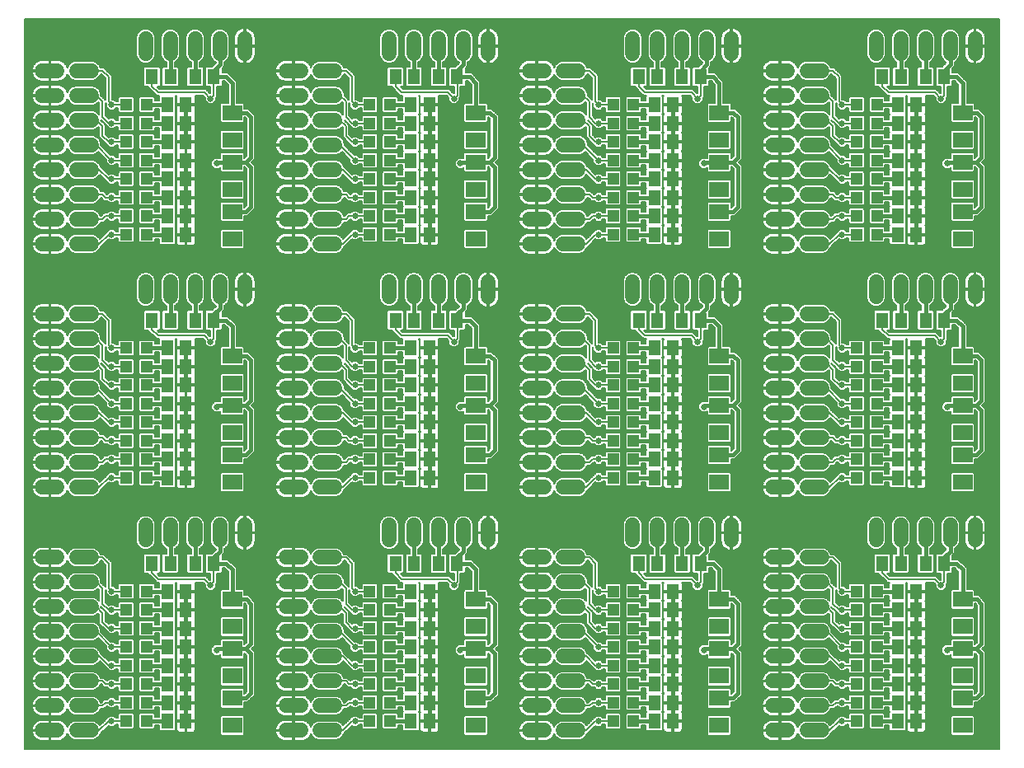
<source format=gtl>
G75*
%MOIN*%
%OFA0B0*%
%FSLAX25Y25*%
%IPPOS*%
%LPD*%
%AMOC8*
5,1,8,0,0,1.08239X$1,22.5*
%
%ADD10R,0.04724X0.04724*%
%ADD11R,0.07874X0.06299*%
%ADD12R,0.05118X0.06299*%
%ADD13C,0.06000*%
%ADD14C,0.01600*%
%ADD15C,0.02600*%
%ADD16C,0.00600*%
%ADD17C,0.00800*%
D10*
X0045366Y0013450D03*
X0045366Y0020950D03*
X0053634Y0020950D03*
X0053634Y0013450D03*
X0053634Y0028450D03*
X0053634Y0035950D03*
X0045366Y0035950D03*
X0045366Y0028450D03*
X0045366Y0043450D03*
X0045366Y0050950D03*
X0053634Y0050950D03*
X0053634Y0043450D03*
X0053634Y0058450D03*
X0053634Y0065950D03*
X0045366Y0065950D03*
X0045366Y0058450D03*
X0045366Y0111875D03*
X0045366Y0119375D03*
X0053634Y0119375D03*
X0053634Y0111875D03*
X0053634Y0126875D03*
X0053634Y0134375D03*
X0045366Y0134375D03*
X0045366Y0126875D03*
X0045366Y0141875D03*
X0045366Y0149375D03*
X0053634Y0149375D03*
X0053634Y0141875D03*
X0053634Y0156875D03*
X0053634Y0164375D03*
X0045366Y0164375D03*
X0045366Y0156875D03*
X0045366Y0210300D03*
X0053634Y0210300D03*
X0053634Y0217800D03*
X0053634Y0225300D03*
X0045366Y0225300D03*
X0045366Y0217800D03*
X0045366Y0232800D03*
X0045366Y0240300D03*
X0053634Y0240300D03*
X0053634Y0232800D03*
X0053634Y0247800D03*
X0053634Y0255300D03*
X0045366Y0255300D03*
X0045366Y0247800D03*
X0045366Y0262800D03*
X0053634Y0262800D03*
X0143791Y0262800D03*
X0152059Y0262800D03*
X0152059Y0255300D03*
X0152059Y0247800D03*
X0143791Y0247800D03*
X0143791Y0255300D03*
X0143791Y0240300D03*
X0143791Y0232800D03*
X0152059Y0232800D03*
X0152059Y0240300D03*
X0152059Y0225300D03*
X0152059Y0217800D03*
X0143791Y0217800D03*
X0143791Y0225300D03*
X0143791Y0210300D03*
X0152059Y0210300D03*
X0152059Y0164375D03*
X0152059Y0156875D03*
X0143791Y0156875D03*
X0143791Y0164375D03*
X0143791Y0149375D03*
X0143791Y0141875D03*
X0152059Y0141875D03*
X0152059Y0149375D03*
X0152059Y0134375D03*
X0152059Y0126875D03*
X0143791Y0126875D03*
X0143791Y0134375D03*
X0143791Y0119375D03*
X0143791Y0111875D03*
X0152059Y0111875D03*
X0152059Y0119375D03*
X0152059Y0065950D03*
X0152059Y0058450D03*
X0143791Y0058450D03*
X0143791Y0065950D03*
X0143791Y0050950D03*
X0143791Y0043450D03*
X0152059Y0043450D03*
X0152059Y0050950D03*
X0152059Y0035950D03*
X0152059Y0028450D03*
X0143791Y0028450D03*
X0143791Y0035950D03*
X0143791Y0020950D03*
X0143791Y0013450D03*
X0152059Y0013450D03*
X0152059Y0020950D03*
X0242217Y0020950D03*
X0242217Y0013450D03*
X0250484Y0013450D03*
X0250484Y0020950D03*
X0250484Y0028450D03*
X0250484Y0035950D03*
X0242217Y0035950D03*
X0242217Y0028450D03*
X0242217Y0043450D03*
X0242217Y0050950D03*
X0250484Y0050950D03*
X0250484Y0043450D03*
X0250484Y0058450D03*
X0250484Y0065950D03*
X0242217Y0065950D03*
X0242217Y0058450D03*
X0242217Y0111875D03*
X0242217Y0119375D03*
X0250484Y0119375D03*
X0250484Y0111875D03*
X0250484Y0126875D03*
X0250484Y0134375D03*
X0242217Y0134375D03*
X0242217Y0126875D03*
X0242217Y0141875D03*
X0242217Y0149375D03*
X0250484Y0149375D03*
X0250484Y0141875D03*
X0250484Y0156875D03*
X0250484Y0164375D03*
X0242217Y0164375D03*
X0242217Y0156875D03*
X0242217Y0210300D03*
X0250484Y0210300D03*
X0250484Y0217800D03*
X0250484Y0225300D03*
X0242217Y0225300D03*
X0242217Y0217800D03*
X0242217Y0232800D03*
X0242217Y0240300D03*
X0250484Y0240300D03*
X0250484Y0232800D03*
X0250484Y0247800D03*
X0250484Y0255300D03*
X0242217Y0255300D03*
X0242217Y0247800D03*
X0242217Y0262800D03*
X0250484Y0262800D03*
X0340642Y0262800D03*
X0348909Y0262800D03*
X0348909Y0255300D03*
X0348909Y0247800D03*
X0340642Y0247800D03*
X0340642Y0255300D03*
X0340642Y0240300D03*
X0340642Y0232800D03*
X0348909Y0232800D03*
X0348909Y0240300D03*
X0348909Y0225300D03*
X0348909Y0217800D03*
X0340642Y0217800D03*
X0340642Y0225300D03*
X0340642Y0210300D03*
X0348909Y0210300D03*
X0348909Y0164375D03*
X0348909Y0156875D03*
X0340642Y0156875D03*
X0340642Y0164375D03*
X0340642Y0149375D03*
X0340642Y0141875D03*
X0348909Y0141875D03*
X0348909Y0149375D03*
X0348909Y0134375D03*
X0348909Y0126875D03*
X0340642Y0126875D03*
X0340642Y0134375D03*
X0340642Y0119375D03*
X0340642Y0111875D03*
X0348909Y0111875D03*
X0348909Y0119375D03*
X0348909Y0065950D03*
X0348909Y0058450D03*
X0340642Y0058450D03*
X0340642Y0065950D03*
X0340642Y0050950D03*
X0340642Y0043450D03*
X0348909Y0043450D03*
X0348909Y0050950D03*
X0348909Y0035950D03*
X0348909Y0028450D03*
X0340642Y0028450D03*
X0340642Y0035950D03*
X0340642Y0020950D03*
X0340642Y0013450D03*
X0348909Y0013450D03*
X0348909Y0020950D03*
D11*
X0383526Y0022712D03*
X0383526Y0031688D03*
X0383526Y0042712D03*
X0383526Y0051688D03*
X0383526Y0062712D03*
X0383526Y0110113D03*
X0383526Y0121137D03*
X0383526Y0130113D03*
X0383526Y0141137D03*
X0383526Y0150113D03*
X0383526Y0161137D03*
X0383526Y0208539D03*
X0383526Y0219562D03*
X0383526Y0228539D03*
X0383526Y0239562D03*
X0383526Y0248539D03*
X0383526Y0259562D03*
X0285100Y0259562D03*
X0285100Y0248539D03*
X0285100Y0239562D03*
X0285100Y0228539D03*
X0285100Y0219562D03*
X0285100Y0208539D03*
X0285100Y0161137D03*
X0285100Y0150113D03*
X0285100Y0141137D03*
X0285100Y0130113D03*
X0285100Y0121137D03*
X0285100Y0110113D03*
X0285100Y0062712D03*
X0285100Y0051688D03*
X0285100Y0042712D03*
X0285100Y0031688D03*
X0285100Y0022712D03*
X0285100Y0011688D03*
X0383526Y0011688D03*
X0186675Y0011688D03*
X0186675Y0022712D03*
X0186675Y0031688D03*
X0186675Y0042712D03*
X0186675Y0051688D03*
X0186675Y0062712D03*
X0186675Y0110113D03*
X0186675Y0121137D03*
X0186675Y0130113D03*
X0186675Y0141137D03*
X0186675Y0150113D03*
X0186675Y0161137D03*
X0186675Y0208539D03*
X0186675Y0219562D03*
X0186675Y0228539D03*
X0186675Y0239562D03*
X0186675Y0248539D03*
X0186675Y0259562D03*
X0088250Y0259562D03*
X0088250Y0248539D03*
X0088250Y0239562D03*
X0088250Y0228539D03*
X0088250Y0219562D03*
X0088250Y0208539D03*
X0088250Y0161137D03*
X0088250Y0150113D03*
X0088250Y0141137D03*
X0088250Y0130113D03*
X0088250Y0121137D03*
X0088250Y0110113D03*
X0088250Y0062712D03*
X0088250Y0051688D03*
X0088250Y0042712D03*
X0088250Y0031688D03*
X0088250Y0022712D03*
X0088250Y0011688D03*
D12*
X0069490Y0013450D03*
X0062010Y0013450D03*
X0062010Y0020950D03*
X0069490Y0020950D03*
X0069490Y0028450D03*
X0062010Y0028450D03*
X0062010Y0035950D03*
X0069490Y0035950D03*
X0069490Y0043450D03*
X0062010Y0043450D03*
X0062010Y0050950D03*
X0069490Y0050950D03*
X0069490Y0058450D03*
X0062010Y0058450D03*
X0062010Y0065950D03*
X0069490Y0065950D03*
X0073260Y0077200D03*
X0080740Y0077200D03*
X0063240Y0077200D03*
X0055760Y0077200D03*
X0062010Y0111875D03*
X0069490Y0111875D03*
X0069490Y0119375D03*
X0062010Y0119375D03*
X0062010Y0126875D03*
X0069490Y0126875D03*
X0069490Y0134375D03*
X0062010Y0134375D03*
X0062010Y0141875D03*
X0069490Y0141875D03*
X0069490Y0149375D03*
X0062010Y0149375D03*
X0062010Y0156875D03*
X0069490Y0156875D03*
X0069490Y0164375D03*
X0062010Y0164375D03*
X0063240Y0175625D03*
X0055760Y0175625D03*
X0073260Y0175625D03*
X0080740Y0175625D03*
X0069490Y0210300D03*
X0062010Y0210300D03*
X0062010Y0217800D03*
X0069490Y0217800D03*
X0069490Y0225300D03*
X0062010Y0225300D03*
X0062010Y0232800D03*
X0069490Y0232800D03*
X0069490Y0240300D03*
X0062010Y0240300D03*
X0062010Y0247800D03*
X0069490Y0247800D03*
X0069490Y0255300D03*
X0062010Y0255300D03*
X0062010Y0262800D03*
X0069490Y0262800D03*
X0073260Y0274050D03*
X0080740Y0274050D03*
X0063240Y0274050D03*
X0055760Y0274050D03*
X0154185Y0274050D03*
X0161665Y0274050D03*
X0171685Y0274050D03*
X0179165Y0274050D03*
X0167915Y0262800D03*
X0160435Y0262800D03*
X0160435Y0255300D03*
X0167915Y0255300D03*
X0167915Y0247800D03*
X0160435Y0247800D03*
X0160435Y0240300D03*
X0167915Y0240300D03*
X0167915Y0232800D03*
X0160435Y0232800D03*
X0160435Y0225300D03*
X0167915Y0225300D03*
X0167915Y0217800D03*
X0160435Y0217800D03*
X0160435Y0210300D03*
X0167915Y0210300D03*
X0171685Y0175625D03*
X0179165Y0175625D03*
X0167915Y0164375D03*
X0160435Y0164375D03*
X0160435Y0156875D03*
X0167915Y0156875D03*
X0167915Y0149375D03*
X0160435Y0149375D03*
X0160435Y0141875D03*
X0167915Y0141875D03*
X0167915Y0134375D03*
X0160435Y0134375D03*
X0160435Y0126875D03*
X0167915Y0126875D03*
X0167915Y0119375D03*
X0160435Y0119375D03*
X0160435Y0111875D03*
X0167915Y0111875D03*
X0171685Y0077200D03*
X0179165Y0077200D03*
X0167915Y0065950D03*
X0160435Y0065950D03*
X0160435Y0058450D03*
X0167915Y0058450D03*
X0167915Y0050950D03*
X0160435Y0050950D03*
X0160435Y0043450D03*
X0167915Y0043450D03*
X0167915Y0035950D03*
X0160435Y0035950D03*
X0160435Y0028450D03*
X0167915Y0028450D03*
X0167915Y0020950D03*
X0160435Y0020950D03*
X0160435Y0013450D03*
X0167915Y0013450D03*
X0161665Y0077200D03*
X0154185Y0077200D03*
X0252610Y0077200D03*
X0260091Y0077200D03*
X0270110Y0077200D03*
X0277591Y0077200D03*
X0266341Y0065950D03*
X0258860Y0065950D03*
X0258860Y0058450D03*
X0266341Y0058450D03*
X0266341Y0050950D03*
X0258860Y0050950D03*
X0258860Y0043450D03*
X0266341Y0043450D03*
X0266341Y0035950D03*
X0258860Y0035950D03*
X0258860Y0028450D03*
X0266341Y0028450D03*
X0266341Y0020950D03*
X0258860Y0020950D03*
X0258860Y0013450D03*
X0266341Y0013450D03*
X0351035Y0077200D03*
X0358516Y0077200D03*
X0368535Y0077200D03*
X0376016Y0077200D03*
X0364766Y0065950D03*
X0357285Y0065950D03*
X0357285Y0058450D03*
X0364766Y0058450D03*
X0364766Y0050950D03*
X0357285Y0050950D03*
X0357285Y0043450D03*
X0364766Y0043450D03*
X0364766Y0035950D03*
X0357285Y0035950D03*
X0357285Y0028450D03*
X0364766Y0028450D03*
X0364766Y0020950D03*
X0357285Y0020950D03*
X0357285Y0013450D03*
X0364766Y0013450D03*
X0364766Y0111875D03*
X0357285Y0111875D03*
X0357285Y0119375D03*
X0364766Y0119375D03*
X0364766Y0126875D03*
X0357285Y0126875D03*
X0357285Y0134375D03*
X0364766Y0134375D03*
X0364766Y0141875D03*
X0357285Y0141875D03*
X0357285Y0149375D03*
X0364766Y0149375D03*
X0364766Y0156875D03*
X0357285Y0156875D03*
X0357285Y0164375D03*
X0364766Y0164375D03*
X0368535Y0175625D03*
X0376016Y0175625D03*
X0358516Y0175625D03*
X0351035Y0175625D03*
X0357285Y0210300D03*
X0364766Y0210300D03*
X0364766Y0217800D03*
X0357285Y0217800D03*
X0357285Y0225300D03*
X0364766Y0225300D03*
X0364766Y0232800D03*
X0357285Y0232800D03*
X0357285Y0240300D03*
X0364766Y0240300D03*
X0364766Y0247800D03*
X0357285Y0247800D03*
X0357285Y0255300D03*
X0364766Y0255300D03*
X0364766Y0262800D03*
X0357285Y0262800D03*
X0358516Y0274050D03*
X0351035Y0274050D03*
X0368535Y0274050D03*
X0376016Y0274050D03*
X0277591Y0274050D03*
X0270110Y0274050D03*
X0260091Y0274050D03*
X0252610Y0274050D03*
X0258860Y0262800D03*
X0266341Y0262800D03*
X0266341Y0255300D03*
X0258860Y0255300D03*
X0258860Y0247800D03*
X0266341Y0247800D03*
X0266341Y0240300D03*
X0258860Y0240300D03*
X0258860Y0232800D03*
X0266341Y0232800D03*
X0266341Y0225300D03*
X0258860Y0225300D03*
X0258860Y0217800D03*
X0266341Y0217800D03*
X0266341Y0210300D03*
X0258860Y0210300D03*
X0260091Y0175625D03*
X0252610Y0175625D03*
X0258860Y0164375D03*
X0266341Y0164375D03*
X0266341Y0156875D03*
X0258860Y0156875D03*
X0258860Y0149375D03*
X0266341Y0149375D03*
X0266341Y0141875D03*
X0258860Y0141875D03*
X0258860Y0134375D03*
X0266341Y0134375D03*
X0266341Y0126875D03*
X0258860Y0126875D03*
X0258860Y0119375D03*
X0266341Y0119375D03*
X0266341Y0111875D03*
X0258860Y0111875D03*
X0270110Y0175625D03*
X0277591Y0175625D03*
X0161665Y0175625D03*
X0154185Y0175625D03*
D13*
X0151675Y0185125D02*
X0151675Y0191125D01*
X0161675Y0191125D02*
X0161675Y0185125D01*
X0171675Y0185125D02*
X0171675Y0191125D01*
X0181675Y0191125D02*
X0181675Y0185125D01*
X0191675Y0185125D02*
X0191675Y0191125D01*
X0208350Y0178125D02*
X0214350Y0178125D01*
X0222100Y0178125D02*
X0228100Y0178125D01*
X0228100Y0168125D02*
X0222100Y0168125D01*
X0214350Y0168125D02*
X0208350Y0168125D01*
X0208350Y0158125D02*
X0214350Y0158125D01*
X0222100Y0158125D02*
X0228100Y0158125D01*
X0228100Y0148125D02*
X0222100Y0148125D01*
X0214350Y0148125D02*
X0208350Y0148125D01*
X0208350Y0138125D02*
X0214350Y0138125D01*
X0222100Y0138125D02*
X0228100Y0138125D01*
X0228100Y0128125D02*
X0222100Y0128125D01*
X0214350Y0128125D02*
X0208350Y0128125D01*
X0208350Y0118125D02*
X0214350Y0118125D01*
X0222100Y0118125D02*
X0228100Y0118125D01*
X0228100Y0108125D02*
X0222100Y0108125D01*
X0214350Y0108125D02*
X0208350Y0108125D01*
X0191675Y0092700D02*
X0191675Y0086700D01*
X0181675Y0086700D02*
X0181675Y0092700D01*
X0171675Y0092700D02*
X0171675Y0086700D01*
X0161675Y0086700D02*
X0161675Y0092700D01*
X0151675Y0092700D02*
X0151675Y0086700D01*
X0129675Y0079700D02*
X0123675Y0079700D01*
X0115925Y0079700D02*
X0109925Y0079700D01*
X0109925Y0069700D02*
X0115925Y0069700D01*
X0123675Y0069700D02*
X0129675Y0069700D01*
X0129675Y0059700D02*
X0123675Y0059700D01*
X0115925Y0059700D02*
X0109925Y0059700D01*
X0109925Y0049700D02*
X0115925Y0049700D01*
X0123675Y0049700D02*
X0129675Y0049700D01*
X0129675Y0039700D02*
X0123675Y0039700D01*
X0115925Y0039700D02*
X0109925Y0039700D01*
X0109925Y0029700D02*
X0115925Y0029700D01*
X0123675Y0029700D02*
X0129675Y0029700D01*
X0129675Y0019700D02*
X0123675Y0019700D01*
X0115925Y0019700D02*
X0109925Y0019700D01*
X0109925Y0009700D02*
X0115925Y0009700D01*
X0123675Y0009700D02*
X0129675Y0009700D01*
X0208350Y0009700D02*
X0214350Y0009700D01*
X0222100Y0009700D02*
X0228100Y0009700D01*
X0228100Y0019700D02*
X0222100Y0019700D01*
X0214350Y0019700D02*
X0208350Y0019700D01*
X0208350Y0029700D02*
X0214350Y0029700D01*
X0222100Y0029700D02*
X0228100Y0029700D01*
X0228100Y0039700D02*
X0222100Y0039700D01*
X0214350Y0039700D02*
X0208350Y0039700D01*
X0208350Y0049700D02*
X0214350Y0049700D01*
X0222100Y0049700D02*
X0228100Y0049700D01*
X0228100Y0059700D02*
X0222100Y0059700D01*
X0214350Y0059700D02*
X0208350Y0059700D01*
X0208350Y0069700D02*
X0214350Y0069700D01*
X0222100Y0069700D02*
X0228100Y0069700D01*
X0228100Y0079700D02*
X0222100Y0079700D01*
X0214350Y0079700D02*
X0208350Y0079700D01*
X0250100Y0086700D02*
X0250100Y0092700D01*
X0260100Y0092700D02*
X0260100Y0086700D01*
X0270100Y0086700D02*
X0270100Y0092700D01*
X0280100Y0092700D02*
X0280100Y0086700D01*
X0290100Y0086700D02*
X0290100Y0092700D01*
X0306776Y0079700D02*
X0312776Y0079700D01*
X0320526Y0079700D02*
X0326526Y0079700D01*
X0326526Y0069700D02*
X0320526Y0069700D01*
X0312776Y0069700D02*
X0306776Y0069700D01*
X0306776Y0059700D02*
X0312776Y0059700D01*
X0320526Y0059700D02*
X0326526Y0059700D01*
X0326526Y0049700D02*
X0320526Y0049700D01*
X0312776Y0049700D02*
X0306776Y0049700D01*
X0306776Y0039700D02*
X0312776Y0039700D01*
X0320526Y0039700D02*
X0326526Y0039700D01*
X0326526Y0029700D02*
X0320526Y0029700D01*
X0312776Y0029700D02*
X0306776Y0029700D01*
X0306776Y0019700D02*
X0312776Y0019700D01*
X0320526Y0019700D02*
X0326526Y0019700D01*
X0326526Y0009700D02*
X0320526Y0009700D01*
X0312776Y0009700D02*
X0306776Y0009700D01*
X0348526Y0086700D02*
X0348526Y0092700D01*
X0358526Y0092700D02*
X0358526Y0086700D01*
X0368526Y0086700D02*
X0368526Y0092700D01*
X0378526Y0092700D02*
X0378526Y0086700D01*
X0388526Y0086700D02*
X0388526Y0092700D01*
X0326526Y0108125D02*
X0320526Y0108125D01*
X0312776Y0108125D02*
X0306776Y0108125D01*
X0306776Y0118125D02*
X0312776Y0118125D01*
X0320526Y0118125D02*
X0326526Y0118125D01*
X0326526Y0128125D02*
X0320526Y0128125D01*
X0312776Y0128125D02*
X0306776Y0128125D01*
X0306776Y0138125D02*
X0312776Y0138125D01*
X0320526Y0138125D02*
X0326526Y0138125D01*
X0326526Y0148125D02*
X0320526Y0148125D01*
X0312776Y0148125D02*
X0306776Y0148125D01*
X0306776Y0158125D02*
X0312776Y0158125D01*
X0320526Y0158125D02*
X0326526Y0158125D01*
X0326526Y0168125D02*
X0320526Y0168125D01*
X0312776Y0168125D02*
X0306776Y0168125D01*
X0306776Y0178125D02*
X0312776Y0178125D01*
X0320526Y0178125D02*
X0326526Y0178125D01*
X0348526Y0185125D02*
X0348526Y0191125D01*
X0358526Y0191125D02*
X0358526Y0185125D01*
X0368526Y0185125D02*
X0368526Y0191125D01*
X0378526Y0191125D02*
X0378526Y0185125D01*
X0388526Y0185125D02*
X0388526Y0191125D01*
X0326526Y0206550D02*
X0320526Y0206550D01*
X0312776Y0206550D02*
X0306776Y0206550D01*
X0306776Y0216550D02*
X0312776Y0216550D01*
X0320526Y0216550D02*
X0326526Y0216550D01*
X0326526Y0226550D02*
X0320526Y0226550D01*
X0312776Y0226550D02*
X0306776Y0226550D01*
X0306776Y0236550D02*
X0312776Y0236550D01*
X0320526Y0236550D02*
X0326526Y0236550D01*
X0326526Y0246550D02*
X0320526Y0246550D01*
X0312776Y0246550D02*
X0306776Y0246550D01*
X0306776Y0256550D02*
X0312776Y0256550D01*
X0320526Y0256550D02*
X0326526Y0256550D01*
X0326526Y0266550D02*
X0320526Y0266550D01*
X0312776Y0266550D02*
X0306776Y0266550D01*
X0306776Y0276550D02*
X0312776Y0276550D01*
X0320526Y0276550D02*
X0326526Y0276550D01*
X0348526Y0283550D02*
X0348526Y0289550D01*
X0358526Y0289550D02*
X0358526Y0283550D01*
X0368526Y0283550D02*
X0368526Y0289550D01*
X0378526Y0289550D02*
X0378526Y0283550D01*
X0388526Y0283550D02*
X0388526Y0289550D01*
X0290100Y0289550D02*
X0290100Y0283550D01*
X0280100Y0283550D02*
X0280100Y0289550D01*
X0270100Y0289550D02*
X0270100Y0283550D01*
X0260100Y0283550D02*
X0260100Y0289550D01*
X0250100Y0289550D02*
X0250100Y0283550D01*
X0228100Y0276550D02*
X0222100Y0276550D01*
X0214350Y0276550D02*
X0208350Y0276550D01*
X0208350Y0266550D02*
X0214350Y0266550D01*
X0222100Y0266550D02*
X0228100Y0266550D01*
X0228100Y0256550D02*
X0222100Y0256550D01*
X0214350Y0256550D02*
X0208350Y0256550D01*
X0208350Y0246550D02*
X0214350Y0246550D01*
X0222100Y0246550D02*
X0228100Y0246550D01*
X0228100Y0236550D02*
X0222100Y0236550D01*
X0214350Y0236550D02*
X0208350Y0236550D01*
X0208350Y0226550D02*
X0214350Y0226550D01*
X0222100Y0226550D02*
X0228100Y0226550D01*
X0228100Y0216550D02*
X0222100Y0216550D01*
X0214350Y0216550D02*
X0208350Y0216550D01*
X0208350Y0206550D02*
X0214350Y0206550D01*
X0222100Y0206550D02*
X0228100Y0206550D01*
X0250100Y0191125D02*
X0250100Y0185125D01*
X0260100Y0185125D02*
X0260100Y0191125D01*
X0270100Y0191125D02*
X0270100Y0185125D01*
X0280100Y0185125D02*
X0280100Y0191125D01*
X0290100Y0191125D02*
X0290100Y0185125D01*
X0191675Y0283550D02*
X0191675Y0289550D01*
X0181675Y0289550D02*
X0181675Y0283550D01*
X0171675Y0283550D02*
X0171675Y0289550D01*
X0161675Y0289550D02*
X0161675Y0283550D01*
X0151675Y0283550D02*
X0151675Y0289550D01*
X0129675Y0276550D02*
X0123675Y0276550D01*
X0115925Y0276550D02*
X0109925Y0276550D01*
X0109925Y0266550D02*
X0115925Y0266550D01*
X0123675Y0266550D02*
X0129675Y0266550D01*
X0129675Y0256550D02*
X0123675Y0256550D01*
X0115925Y0256550D02*
X0109925Y0256550D01*
X0109925Y0246550D02*
X0115925Y0246550D01*
X0123675Y0246550D02*
X0129675Y0246550D01*
X0129675Y0236550D02*
X0123675Y0236550D01*
X0115925Y0236550D02*
X0109925Y0236550D01*
X0109925Y0226550D02*
X0115925Y0226550D01*
X0123675Y0226550D02*
X0129675Y0226550D01*
X0129675Y0216550D02*
X0123675Y0216550D01*
X0115925Y0216550D02*
X0109925Y0216550D01*
X0109925Y0206550D02*
X0115925Y0206550D01*
X0123675Y0206550D02*
X0129675Y0206550D01*
X0129675Y0178125D02*
X0123675Y0178125D01*
X0115925Y0178125D02*
X0109925Y0178125D01*
X0109925Y0168125D02*
X0115925Y0168125D01*
X0123675Y0168125D02*
X0129675Y0168125D01*
X0129675Y0158125D02*
X0123675Y0158125D01*
X0115925Y0158125D02*
X0109925Y0158125D01*
X0109925Y0148125D02*
X0115925Y0148125D01*
X0123675Y0148125D02*
X0129675Y0148125D01*
X0129675Y0138125D02*
X0123675Y0138125D01*
X0115925Y0138125D02*
X0109925Y0138125D01*
X0109925Y0128125D02*
X0115925Y0128125D01*
X0123675Y0128125D02*
X0129675Y0128125D01*
X0129675Y0118125D02*
X0123675Y0118125D01*
X0115925Y0118125D02*
X0109925Y0118125D01*
X0109925Y0108125D02*
X0115925Y0108125D01*
X0123675Y0108125D02*
X0129675Y0108125D01*
X0093250Y0092700D02*
X0093250Y0086700D01*
X0083250Y0086700D02*
X0083250Y0092700D01*
X0073250Y0092700D02*
X0073250Y0086700D01*
X0063250Y0086700D02*
X0063250Y0092700D01*
X0053250Y0092700D02*
X0053250Y0086700D01*
X0031250Y0079700D02*
X0025250Y0079700D01*
X0017500Y0079700D02*
X0011500Y0079700D01*
X0011500Y0069700D02*
X0017500Y0069700D01*
X0025250Y0069700D02*
X0031250Y0069700D01*
X0031250Y0059700D02*
X0025250Y0059700D01*
X0017500Y0059700D02*
X0011500Y0059700D01*
X0011500Y0049700D02*
X0017500Y0049700D01*
X0025250Y0049700D02*
X0031250Y0049700D01*
X0031250Y0039700D02*
X0025250Y0039700D01*
X0017500Y0039700D02*
X0011500Y0039700D01*
X0011500Y0029700D02*
X0017500Y0029700D01*
X0025250Y0029700D02*
X0031250Y0029700D01*
X0031250Y0019700D02*
X0025250Y0019700D01*
X0017500Y0019700D02*
X0011500Y0019700D01*
X0011500Y0009700D02*
X0017500Y0009700D01*
X0025250Y0009700D02*
X0031250Y0009700D01*
X0031250Y0108125D02*
X0025250Y0108125D01*
X0017500Y0108125D02*
X0011500Y0108125D01*
X0011500Y0118125D02*
X0017500Y0118125D01*
X0025250Y0118125D02*
X0031250Y0118125D01*
X0031250Y0128125D02*
X0025250Y0128125D01*
X0017500Y0128125D02*
X0011500Y0128125D01*
X0011500Y0138125D02*
X0017500Y0138125D01*
X0025250Y0138125D02*
X0031250Y0138125D01*
X0031250Y0148125D02*
X0025250Y0148125D01*
X0017500Y0148125D02*
X0011500Y0148125D01*
X0011500Y0158125D02*
X0017500Y0158125D01*
X0025250Y0158125D02*
X0031250Y0158125D01*
X0031250Y0168125D02*
X0025250Y0168125D01*
X0017500Y0168125D02*
X0011500Y0168125D01*
X0011500Y0178125D02*
X0017500Y0178125D01*
X0025250Y0178125D02*
X0031250Y0178125D01*
X0053250Y0185125D02*
X0053250Y0191125D01*
X0063250Y0191125D02*
X0063250Y0185125D01*
X0073250Y0185125D02*
X0073250Y0191125D01*
X0083250Y0191125D02*
X0083250Y0185125D01*
X0093250Y0185125D02*
X0093250Y0191125D01*
X0031250Y0206550D02*
X0025250Y0206550D01*
X0017500Y0206550D02*
X0011500Y0206550D01*
X0011500Y0216550D02*
X0017500Y0216550D01*
X0025250Y0216550D02*
X0031250Y0216550D01*
X0031250Y0226550D02*
X0025250Y0226550D01*
X0017500Y0226550D02*
X0011500Y0226550D01*
X0011500Y0236550D02*
X0017500Y0236550D01*
X0025250Y0236550D02*
X0031250Y0236550D01*
X0031250Y0246550D02*
X0025250Y0246550D01*
X0017500Y0246550D02*
X0011500Y0246550D01*
X0011500Y0256550D02*
X0017500Y0256550D01*
X0025250Y0256550D02*
X0031250Y0256550D01*
X0031250Y0266550D02*
X0025250Y0266550D01*
X0017500Y0266550D02*
X0011500Y0266550D01*
X0011500Y0276550D02*
X0017500Y0276550D01*
X0025250Y0276550D02*
X0031250Y0276550D01*
X0053250Y0283550D02*
X0053250Y0289550D01*
X0063250Y0289550D02*
X0063250Y0283550D01*
X0073250Y0283550D02*
X0073250Y0289550D01*
X0083250Y0289550D02*
X0083250Y0283550D01*
X0093250Y0283550D02*
X0093250Y0289550D01*
D14*
X0083250Y0286550D02*
X0083250Y0279050D01*
X0080740Y0276541D01*
X0080740Y0274050D01*
X0080750Y0274050D01*
X0085750Y0274050D01*
X0088250Y0271550D01*
X0088250Y0259562D01*
X0093988Y0259562D01*
X0095750Y0257800D01*
X0095750Y0241550D01*
X0093762Y0239562D01*
X0095750Y0237574D01*
X0095750Y0221550D01*
X0093762Y0219562D01*
X0088250Y0219562D01*
X0088250Y0227810D02*
X0088250Y0228539D01*
X0088250Y0239562D02*
X0082512Y0239562D01*
X0082000Y0239050D01*
X0088250Y0239562D02*
X0093762Y0239562D01*
X0088250Y0247800D02*
X0088250Y0248539D01*
X0069490Y0247800D02*
X0069490Y0255300D01*
X0069490Y0262800D01*
X0062010Y0262800D02*
X0053634Y0262800D01*
X0053634Y0255300D02*
X0062010Y0255300D01*
X0062010Y0247800D02*
X0059500Y0247800D01*
X0053634Y0247800D01*
X0053634Y0240300D02*
X0062010Y0240300D01*
X0069490Y0240300D02*
X0069490Y0232800D01*
X0069490Y0225300D01*
X0069490Y0217800D01*
X0069490Y0210300D01*
X0062010Y0210300D02*
X0053634Y0210300D01*
X0053634Y0217800D02*
X0062010Y0217800D01*
X0062010Y0225300D02*
X0057000Y0225300D01*
X0053634Y0225300D01*
X0053634Y0232800D02*
X0062010Y0232800D01*
X0088250Y0208539D02*
X0088250Y0207289D01*
X0083250Y0188125D02*
X0083250Y0180625D01*
X0080740Y0178115D01*
X0080740Y0175625D01*
X0080750Y0175625D01*
X0085750Y0175625D01*
X0088250Y0173125D01*
X0088250Y0161137D01*
X0093988Y0161137D01*
X0095750Y0159375D01*
X0095750Y0143125D01*
X0093762Y0141137D01*
X0095750Y0139149D01*
X0095750Y0123125D01*
X0093762Y0121137D01*
X0088250Y0121137D01*
X0088250Y0129385D02*
X0088250Y0130113D01*
X0088250Y0141137D02*
X0082512Y0141137D01*
X0082000Y0140625D01*
X0088250Y0141137D02*
X0093762Y0141137D01*
X0088250Y0149375D02*
X0088250Y0150113D01*
X0069490Y0149375D02*
X0069490Y0156875D01*
X0069490Y0164375D01*
X0062010Y0164375D02*
X0053634Y0164375D01*
X0053634Y0156875D02*
X0062010Y0156875D01*
X0062010Y0149375D02*
X0059500Y0149375D01*
X0053634Y0149375D01*
X0053634Y0141875D02*
X0062010Y0141875D01*
X0069490Y0141875D02*
X0069490Y0134375D01*
X0069490Y0126875D01*
X0069490Y0119375D01*
X0069490Y0111875D01*
X0062010Y0111875D02*
X0053634Y0111875D01*
X0053634Y0119375D02*
X0062010Y0119375D01*
X0062010Y0126875D02*
X0057000Y0126875D01*
X0053634Y0126875D01*
X0053634Y0134375D02*
X0062010Y0134375D01*
X0088250Y0110113D02*
X0088250Y0108863D01*
X0083250Y0089700D02*
X0083250Y0082200D01*
X0080740Y0079690D01*
X0080740Y0077200D01*
X0080750Y0077200D01*
X0085750Y0077200D01*
X0088250Y0074700D01*
X0088250Y0062712D01*
X0093988Y0062712D01*
X0095750Y0060950D01*
X0095750Y0044700D01*
X0093762Y0042712D01*
X0095750Y0040724D01*
X0095750Y0024700D01*
X0093762Y0022712D01*
X0088250Y0022712D01*
X0088250Y0030960D02*
X0088250Y0031688D01*
X0088250Y0042712D02*
X0082512Y0042712D01*
X0082000Y0042200D01*
X0088250Y0042712D02*
X0093762Y0042712D01*
X0088250Y0050950D02*
X0088250Y0051688D01*
X0069490Y0050950D02*
X0069490Y0058450D01*
X0069490Y0065950D01*
X0062010Y0065950D02*
X0053634Y0065950D01*
X0053634Y0058450D02*
X0062010Y0058450D01*
X0062010Y0050950D02*
X0059500Y0050950D01*
X0053634Y0050950D01*
X0053634Y0043450D02*
X0062010Y0043450D01*
X0069490Y0043450D02*
X0069490Y0035950D01*
X0069490Y0028450D01*
X0069490Y0020950D01*
X0069490Y0013450D01*
X0062010Y0013450D02*
X0053634Y0013450D01*
X0053634Y0020950D02*
X0062010Y0020950D01*
X0062010Y0028450D02*
X0057000Y0028450D01*
X0053634Y0028450D01*
X0053634Y0035950D02*
X0062010Y0035950D01*
X0088250Y0011688D02*
X0088250Y0010438D01*
X0152059Y0013450D02*
X0160435Y0013450D01*
X0167915Y0013450D02*
X0167915Y0020950D01*
X0167915Y0028450D01*
X0167915Y0035950D01*
X0167915Y0043450D01*
X0160435Y0043450D02*
X0152059Y0043450D01*
X0152059Y0050950D02*
X0157925Y0050950D01*
X0160435Y0050950D01*
X0167915Y0050950D02*
X0167915Y0058450D01*
X0167915Y0065950D01*
X0160435Y0065950D02*
X0152059Y0065950D01*
X0152059Y0058450D02*
X0160435Y0058450D01*
X0180425Y0042200D02*
X0180937Y0042712D01*
X0186675Y0042712D01*
X0192187Y0042712D01*
X0194175Y0040724D01*
X0194175Y0024700D01*
X0192187Y0022712D01*
X0186675Y0022712D01*
X0186675Y0030960D02*
X0186675Y0031688D01*
X0192187Y0042712D02*
X0194175Y0044700D01*
X0194175Y0060950D01*
X0192413Y0062712D01*
X0186675Y0062712D01*
X0186675Y0074700D01*
X0184175Y0077200D01*
X0179175Y0077200D01*
X0179165Y0077200D01*
X0179165Y0079690D01*
X0181675Y0082200D01*
X0181675Y0089700D01*
X0171685Y0089690D02*
X0171685Y0077200D01*
X0161675Y0077210D02*
X0161665Y0077200D01*
X0161675Y0077210D02*
X0161675Y0089700D01*
X0171675Y0089700D02*
X0171685Y0089690D01*
X0186675Y0108863D02*
X0186675Y0110113D01*
X0186675Y0121137D02*
X0192187Y0121137D01*
X0194175Y0123125D01*
X0194175Y0139149D01*
X0192187Y0141137D01*
X0186675Y0141137D01*
X0180937Y0141137D01*
X0180425Y0140625D01*
X0192187Y0141137D02*
X0194175Y0143125D01*
X0194175Y0159375D01*
X0192413Y0161137D01*
X0186675Y0161137D01*
X0186675Y0173125D01*
X0184175Y0175625D01*
X0179175Y0175625D01*
X0179165Y0175625D01*
X0179165Y0178115D01*
X0181675Y0180625D01*
X0181675Y0188125D01*
X0171685Y0188115D02*
X0171685Y0175625D01*
X0161675Y0175635D02*
X0161665Y0175625D01*
X0161675Y0175635D02*
X0161675Y0188125D01*
X0171675Y0188125D02*
X0171685Y0188115D01*
X0186675Y0207289D02*
X0186675Y0208539D01*
X0186675Y0219562D02*
X0192187Y0219562D01*
X0194175Y0221550D01*
X0194175Y0237574D01*
X0192187Y0239562D01*
X0186675Y0239562D01*
X0180937Y0239562D01*
X0180425Y0239050D01*
X0192187Y0239562D02*
X0194175Y0241550D01*
X0194175Y0257800D01*
X0192413Y0259562D01*
X0186675Y0259562D01*
X0186675Y0271550D01*
X0184175Y0274050D01*
X0179175Y0274050D01*
X0179165Y0274050D01*
X0179165Y0276541D01*
X0181675Y0279050D01*
X0181675Y0286550D01*
X0171685Y0286541D02*
X0171685Y0274050D01*
X0161675Y0274060D02*
X0161665Y0274050D01*
X0161675Y0274060D02*
X0161675Y0286550D01*
X0171675Y0286550D02*
X0171685Y0286541D01*
X0167915Y0262800D02*
X0167915Y0255300D01*
X0167915Y0247800D01*
X0160435Y0247800D02*
X0157925Y0247800D01*
X0152059Y0247800D01*
X0152059Y0255300D02*
X0160435Y0255300D01*
X0160435Y0262800D02*
X0152059Y0262800D01*
X0152059Y0240300D02*
X0160435Y0240300D01*
X0167915Y0240300D02*
X0167915Y0232800D01*
X0167915Y0225300D01*
X0167915Y0217800D01*
X0167915Y0210300D01*
X0160435Y0210300D02*
X0152059Y0210300D01*
X0152059Y0217800D02*
X0160435Y0217800D01*
X0160435Y0225300D02*
X0155425Y0225300D01*
X0152059Y0225300D01*
X0152059Y0232800D02*
X0160435Y0232800D01*
X0186675Y0228539D02*
X0186675Y0227810D01*
X0186675Y0247800D02*
X0186675Y0248539D01*
X0250484Y0247800D02*
X0256350Y0247800D01*
X0258860Y0247800D01*
X0266341Y0247800D02*
X0266341Y0255300D01*
X0266341Y0262800D01*
X0258860Y0262800D02*
X0250484Y0262800D01*
X0250484Y0255300D02*
X0258860Y0255300D01*
X0258860Y0240300D02*
X0250484Y0240300D01*
X0250484Y0232800D02*
X0258860Y0232800D01*
X0266341Y0232800D02*
X0266341Y0240300D01*
X0266341Y0232800D02*
X0266341Y0225300D01*
X0266341Y0217800D01*
X0266341Y0210300D01*
X0258860Y0210300D02*
X0250484Y0210300D01*
X0250484Y0217800D02*
X0258860Y0217800D01*
X0258860Y0225300D02*
X0253850Y0225300D01*
X0250484Y0225300D01*
X0278850Y0239050D02*
X0279362Y0239562D01*
X0285100Y0239562D01*
X0290612Y0239562D01*
X0292600Y0237574D01*
X0292600Y0221550D01*
X0290612Y0219562D01*
X0285100Y0219562D01*
X0285100Y0227810D02*
X0285100Y0228539D01*
X0290612Y0239562D02*
X0292600Y0241550D01*
X0292600Y0257800D01*
X0290839Y0259562D01*
X0285100Y0259562D01*
X0285100Y0271550D01*
X0282600Y0274050D01*
X0277600Y0274050D01*
X0277591Y0274050D01*
X0277591Y0276541D01*
X0280100Y0279050D01*
X0280100Y0286550D01*
X0270110Y0286541D02*
X0270110Y0274050D01*
X0260100Y0274060D02*
X0260091Y0274050D01*
X0260100Y0274060D02*
X0260100Y0286550D01*
X0270100Y0286550D02*
X0270110Y0286541D01*
X0285100Y0248539D02*
X0285100Y0247800D01*
X0285100Y0208539D02*
X0285100Y0207289D01*
X0280100Y0188125D02*
X0280100Y0180625D01*
X0277591Y0178115D01*
X0277591Y0175625D01*
X0277600Y0175625D01*
X0282600Y0175625D01*
X0285100Y0173125D01*
X0285100Y0161137D01*
X0290839Y0161137D01*
X0292600Y0159375D01*
X0292600Y0143125D01*
X0290612Y0141137D01*
X0292600Y0139149D01*
X0292600Y0123125D01*
X0290612Y0121137D01*
X0285100Y0121137D01*
X0285100Y0129385D02*
X0285100Y0130113D01*
X0285100Y0141137D02*
X0279362Y0141137D01*
X0278850Y0140625D01*
X0285100Y0141137D02*
X0290612Y0141137D01*
X0285100Y0149375D02*
X0285100Y0150113D01*
X0266341Y0149375D02*
X0266341Y0156875D01*
X0266341Y0164375D01*
X0258860Y0164375D02*
X0250484Y0164375D01*
X0250484Y0156875D02*
X0258860Y0156875D01*
X0258860Y0149375D02*
X0256350Y0149375D01*
X0250484Y0149375D01*
X0250484Y0141875D02*
X0258860Y0141875D01*
X0266341Y0141875D02*
X0266341Y0134375D01*
X0266341Y0126875D01*
X0266341Y0119375D01*
X0266341Y0111875D01*
X0258860Y0111875D02*
X0250484Y0111875D01*
X0250484Y0119375D02*
X0258860Y0119375D01*
X0258860Y0126875D02*
X0253850Y0126875D01*
X0250484Y0126875D01*
X0250484Y0134375D02*
X0258860Y0134375D01*
X0285100Y0110113D02*
X0285100Y0108863D01*
X0280100Y0089700D02*
X0280100Y0082200D01*
X0277591Y0079690D01*
X0277591Y0077200D01*
X0277600Y0077200D01*
X0282600Y0077200D01*
X0285100Y0074700D01*
X0285100Y0062712D01*
X0290839Y0062712D01*
X0292600Y0060950D01*
X0292600Y0044700D01*
X0290612Y0042712D01*
X0292600Y0040724D01*
X0292600Y0024700D01*
X0290612Y0022712D01*
X0285100Y0022712D01*
X0285100Y0030960D02*
X0285100Y0031688D01*
X0285100Y0042712D02*
X0279362Y0042712D01*
X0278850Y0042200D01*
X0285100Y0042712D02*
X0290612Y0042712D01*
X0285100Y0050950D02*
X0285100Y0051688D01*
X0266341Y0050950D02*
X0266341Y0058450D01*
X0266341Y0065950D01*
X0258860Y0065950D02*
X0250484Y0065950D01*
X0250484Y0058450D02*
X0258860Y0058450D01*
X0258860Y0050950D02*
X0256350Y0050950D01*
X0250484Y0050950D01*
X0250484Y0043450D02*
X0258860Y0043450D01*
X0266341Y0043450D02*
X0266341Y0035950D01*
X0266341Y0028450D01*
X0266341Y0020950D01*
X0266341Y0013450D01*
X0258860Y0013450D02*
X0250484Y0013450D01*
X0250484Y0020950D02*
X0258860Y0020950D01*
X0258860Y0028450D02*
X0253850Y0028450D01*
X0250484Y0028450D01*
X0250484Y0035950D02*
X0258860Y0035950D01*
X0285100Y0011688D02*
X0285100Y0010438D01*
X0348909Y0013450D02*
X0357285Y0013450D01*
X0364766Y0013450D02*
X0364766Y0020950D01*
X0364766Y0028450D01*
X0364766Y0035950D01*
X0364766Y0043450D01*
X0357285Y0043450D02*
X0348909Y0043450D01*
X0348909Y0050950D02*
X0354776Y0050950D01*
X0357285Y0050950D01*
X0364766Y0050950D02*
X0364766Y0058450D01*
X0364766Y0065950D01*
X0357285Y0065950D02*
X0348909Y0065950D01*
X0348909Y0058450D02*
X0357285Y0058450D01*
X0377276Y0042200D02*
X0377787Y0042712D01*
X0383526Y0042712D01*
X0389037Y0042712D01*
X0391026Y0040724D01*
X0391026Y0024700D01*
X0389037Y0022712D01*
X0383526Y0022712D01*
X0383526Y0030960D02*
X0383526Y0031688D01*
X0389037Y0042712D02*
X0391026Y0044700D01*
X0391026Y0060950D01*
X0389264Y0062712D01*
X0383526Y0062712D01*
X0383526Y0074700D01*
X0381026Y0077200D01*
X0376026Y0077200D01*
X0376016Y0077200D01*
X0376016Y0079690D01*
X0378526Y0082200D01*
X0378526Y0089700D01*
X0368535Y0089690D02*
X0368535Y0077200D01*
X0358526Y0077210D02*
X0358516Y0077200D01*
X0358526Y0077210D02*
X0358526Y0089700D01*
X0368526Y0089700D02*
X0368535Y0089690D01*
X0383526Y0108863D02*
X0383526Y0110113D01*
X0383526Y0121137D02*
X0389037Y0121137D01*
X0391026Y0123125D01*
X0391026Y0139149D01*
X0389037Y0141137D01*
X0383526Y0141137D01*
X0377787Y0141137D01*
X0377276Y0140625D01*
X0383526Y0149375D02*
X0383526Y0150113D01*
X0391026Y0143125D02*
X0389037Y0141137D01*
X0391026Y0143125D02*
X0391026Y0159375D01*
X0389264Y0161137D01*
X0383526Y0161137D01*
X0383526Y0173125D01*
X0381026Y0175625D01*
X0376026Y0175625D01*
X0376016Y0175625D01*
X0376016Y0178115D01*
X0378526Y0180625D01*
X0378526Y0188125D01*
X0368535Y0188115D02*
X0368535Y0175625D01*
X0358526Y0175635D02*
X0358516Y0175625D01*
X0358526Y0175635D02*
X0358526Y0188125D01*
X0368526Y0188125D02*
X0368535Y0188115D01*
X0383526Y0207289D02*
X0383526Y0208539D01*
X0383526Y0219562D02*
X0389037Y0219562D01*
X0391026Y0221550D01*
X0391026Y0237574D01*
X0389037Y0239562D01*
X0383526Y0239562D01*
X0377787Y0239562D01*
X0377276Y0239050D01*
X0383526Y0247800D02*
X0383526Y0248539D01*
X0391026Y0241550D02*
X0389037Y0239562D01*
X0391026Y0241550D02*
X0391026Y0257800D01*
X0389264Y0259562D01*
X0383526Y0259562D01*
X0383526Y0271550D01*
X0381026Y0274050D01*
X0376026Y0274050D01*
X0376016Y0274050D01*
X0376016Y0276541D01*
X0378526Y0279050D01*
X0378526Y0286550D01*
X0368535Y0286541D02*
X0368535Y0274050D01*
X0358526Y0274060D02*
X0358516Y0274050D01*
X0358526Y0274060D02*
X0358526Y0286550D01*
X0368526Y0286550D02*
X0368535Y0286541D01*
X0364766Y0262800D02*
X0364766Y0255300D01*
X0364766Y0247800D01*
X0357285Y0247800D02*
X0354776Y0247800D01*
X0348909Y0247800D01*
X0348909Y0255300D02*
X0357285Y0255300D01*
X0357285Y0262800D02*
X0348909Y0262800D01*
X0348909Y0240300D02*
X0357285Y0240300D01*
X0364766Y0240300D02*
X0364766Y0232800D01*
X0364766Y0225300D01*
X0364766Y0217800D01*
X0364766Y0210300D01*
X0357285Y0210300D02*
X0348909Y0210300D01*
X0348909Y0217800D02*
X0357285Y0217800D01*
X0357285Y0225300D02*
X0352276Y0225300D01*
X0348909Y0225300D01*
X0348909Y0232800D02*
X0357285Y0232800D01*
X0383526Y0228539D02*
X0383526Y0227810D01*
X0364766Y0164375D02*
X0364766Y0156875D01*
X0364766Y0149375D01*
X0357285Y0149375D02*
X0354776Y0149375D01*
X0348909Y0149375D01*
X0348909Y0141875D02*
X0357285Y0141875D01*
X0364766Y0141875D02*
X0364766Y0134375D01*
X0364766Y0126875D01*
X0364766Y0119375D01*
X0364766Y0111875D01*
X0357285Y0111875D02*
X0348909Y0111875D01*
X0348909Y0119375D02*
X0357285Y0119375D01*
X0357285Y0126875D02*
X0352276Y0126875D01*
X0348909Y0126875D01*
X0348909Y0134375D02*
X0357285Y0134375D01*
X0383526Y0130113D02*
X0383526Y0129385D01*
X0357285Y0156875D02*
X0348909Y0156875D01*
X0348909Y0164375D02*
X0357285Y0164375D01*
X0270110Y0175625D02*
X0270110Y0188115D01*
X0270100Y0188125D01*
X0260100Y0188125D02*
X0260100Y0175635D01*
X0260091Y0175625D01*
X0186675Y0150113D02*
X0186675Y0149375D01*
X0167915Y0149375D02*
X0167915Y0156875D01*
X0167915Y0164375D01*
X0160435Y0164375D02*
X0152059Y0164375D01*
X0152059Y0156875D02*
X0160435Y0156875D01*
X0160435Y0149375D02*
X0157925Y0149375D01*
X0152059Y0149375D01*
X0152059Y0141875D02*
X0160435Y0141875D01*
X0167915Y0141875D02*
X0167915Y0134375D01*
X0167915Y0126875D01*
X0167915Y0119375D01*
X0167915Y0111875D01*
X0160435Y0111875D02*
X0152059Y0111875D01*
X0152059Y0119375D02*
X0160435Y0119375D01*
X0160435Y0126875D02*
X0155425Y0126875D01*
X0152059Y0126875D01*
X0152059Y0134375D02*
X0160435Y0134375D01*
X0186675Y0130113D02*
X0186675Y0129385D01*
X0260100Y0089700D02*
X0260100Y0077210D01*
X0260091Y0077200D01*
X0270110Y0077200D02*
X0270110Y0089690D01*
X0270100Y0089700D01*
X0348909Y0035950D02*
X0357285Y0035950D01*
X0357285Y0028450D02*
X0352276Y0028450D01*
X0348909Y0028450D01*
X0348909Y0020950D02*
X0357285Y0020950D01*
X0383526Y0011688D02*
X0383526Y0010438D01*
X0383526Y0050950D02*
X0383526Y0051688D01*
X0186675Y0051688D02*
X0186675Y0050950D01*
X0160435Y0035950D02*
X0152059Y0035950D01*
X0152059Y0028450D02*
X0155425Y0028450D01*
X0160435Y0028450D01*
X0160435Y0020950D02*
X0152059Y0020950D01*
X0186675Y0011688D02*
X0186675Y0010438D01*
X0073260Y0077200D02*
X0073260Y0089690D01*
X0073250Y0089700D01*
X0063250Y0089700D02*
X0063250Y0077210D01*
X0063240Y0077200D01*
X0063240Y0175625D02*
X0063250Y0175635D01*
X0063250Y0188125D01*
X0073250Y0188125D02*
X0073260Y0188115D01*
X0073260Y0175625D01*
X0073260Y0274050D02*
X0073260Y0286541D01*
X0073250Y0286550D01*
X0063250Y0286550D02*
X0063250Y0274060D01*
X0063240Y0274050D01*
D15*
X0079500Y0265300D03*
X0088250Y0247800D03*
X0082000Y0239050D03*
X0080750Y0231550D03*
X0080750Y0224050D03*
X0088250Y0227810D03*
X0088250Y0207289D03*
X0137925Y0210300D03*
X0137925Y0217800D03*
X0137925Y0225300D03*
X0137925Y0232800D03*
X0137925Y0240300D03*
X0137925Y0247800D03*
X0137925Y0255300D03*
X0137925Y0262800D03*
X0177925Y0265300D03*
X0186675Y0247800D03*
X0180425Y0239050D03*
X0179175Y0231550D03*
X0179175Y0224050D03*
X0186675Y0227810D03*
X0186675Y0207289D03*
X0177925Y0166875D03*
X0186675Y0149375D03*
X0180425Y0140625D03*
X0179175Y0133125D03*
X0186675Y0129385D03*
X0179175Y0125625D03*
X0186675Y0108863D03*
X0137925Y0111875D03*
X0137925Y0119375D03*
X0137925Y0126875D03*
X0137925Y0134375D03*
X0137925Y0141875D03*
X0137925Y0149375D03*
X0137925Y0156875D03*
X0137925Y0164375D03*
X0088250Y0149375D03*
X0082000Y0140625D03*
X0080750Y0133125D03*
X0088250Y0129385D03*
X0080750Y0125625D03*
X0088250Y0108863D03*
X0039500Y0111875D03*
X0039500Y0119375D03*
X0039500Y0126875D03*
X0039500Y0134375D03*
X0039500Y0141875D03*
X0039500Y0149375D03*
X0039500Y0156875D03*
X0039500Y0164375D03*
X0079500Y0166875D03*
X0039500Y0210300D03*
X0039500Y0217800D03*
X0039500Y0225300D03*
X0039500Y0232800D03*
X0039500Y0240300D03*
X0039500Y0247800D03*
X0039500Y0255300D03*
X0039500Y0262800D03*
X0236350Y0262800D03*
X0236350Y0255300D03*
X0236350Y0247800D03*
X0236350Y0240300D03*
X0236350Y0232800D03*
X0236350Y0225300D03*
X0236350Y0217800D03*
X0236350Y0210300D03*
X0277600Y0224050D03*
X0277600Y0231550D03*
X0285100Y0227810D03*
X0278850Y0239050D03*
X0285100Y0247800D03*
X0276350Y0265300D03*
X0334776Y0262800D03*
X0334776Y0255300D03*
X0334776Y0247800D03*
X0334776Y0240300D03*
X0334776Y0232800D03*
X0334776Y0225300D03*
X0334776Y0217800D03*
X0334776Y0210300D03*
X0376026Y0224050D03*
X0376026Y0231550D03*
X0383526Y0227810D03*
X0377276Y0239050D03*
X0383526Y0247800D03*
X0374776Y0265300D03*
X0383526Y0207289D03*
X0374776Y0166875D03*
X0383526Y0149375D03*
X0377276Y0140625D03*
X0376026Y0133125D03*
X0383526Y0129385D03*
X0376026Y0125625D03*
X0383526Y0108863D03*
X0334776Y0111875D03*
X0334776Y0119375D03*
X0334776Y0126875D03*
X0334776Y0134375D03*
X0334776Y0141875D03*
X0334776Y0149375D03*
X0334776Y0156875D03*
X0334776Y0164375D03*
X0285100Y0149375D03*
X0278850Y0140625D03*
X0277600Y0133125D03*
X0285100Y0129385D03*
X0277600Y0125625D03*
X0285100Y0108863D03*
X0236350Y0111875D03*
X0236350Y0119375D03*
X0236350Y0126875D03*
X0236350Y0134375D03*
X0236350Y0141875D03*
X0236350Y0149375D03*
X0236350Y0156875D03*
X0236350Y0164375D03*
X0276350Y0166875D03*
X0285100Y0207289D03*
X0276350Y0068450D03*
X0285100Y0050950D03*
X0278850Y0042200D03*
X0277600Y0034700D03*
X0277600Y0027200D03*
X0285100Y0030960D03*
X0285100Y0010438D03*
X0236350Y0013450D03*
X0236350Y0020950D03*
X0236350Y0028450D03*
X0236350Y0035950D03*
X0236350Y0043450D03*
X0236350Y0050950D03*
X0236350Y0058450D03*
X0236350Y0065950D03*
X0186675Y0050950D03*
X0180425Y0042200D03*
X0179175Y0034700D03*
X0179175Y0027200D03*
X0186675Y0030960D03*
X0186675Y0010438D03*
X0137925Y0013450D03*
X0137925Y0020950D03*
X0137925Y0028450D03*
X0137925Y0035950D03*
X0137925Y0043450D03*
X0137925Y0050950D03*
X0137925Y0058450D03*
X0137925Y0065950D03*
X0177925Y0068450D03*
X0088250Y0050950D03*
X0082000Y0042200D03*
X0080750Y0034700D03*
X0080750Y0027200D03*
X0088250Y0030960D03*
X0088250Y0010438D03*
X0039500Y0013450D03*
X0039500Y0020950D03*
X0039500Y0028450D03*
X0039500Y0035950D03*
X0039500Y0043450D03*
X0039500Y0050950D03*
X0039500Y0058450D03*
X0039500Y0065950D03*
X0079500Y0068450D03*
X0334776Y0065950D03*
X0334776Y0058450D03*
X0334776Y0050950D03*
X0334776Y0043450D03*
X0334776Y0035950D03*
X0334776Y0028450D03*
X0334776Y0020950D03*
X0334776Y0013450D03*
X0376026Y0027200D03*
X0376026Y0034700D03*
X0383526Y0030960D03*
X0377276Y0042200D03*
X0383526Y0050950D03*
X0374776Y0068450D03*
X0383526Y0010438D03*
D16*
X0102925Y0002200D02*
X0004500Y0002200D01*
X0004500Y0100625D01*
X0004500Y0199050D01*
X0004500Y0297476D01*
X0102925Y0297476D01*
X0201350Y0297476D01*
X0299776Y0297476D01*
X0398201Y0297476D01*
X0398201Y0199050D01*
X0299776Y0199050D01*
X0299776Y0297476D01*
X0299776Y0199050D01*
X0201350Y0199050D01*
X0201350Y0297476D01*
X0201350Y0199050D01*
X0102925Y0199050D01*
X0102925Y0297476D01*
X0102925Y0199050D01*
X0004500Y0199050D01*
X0102925Y0199050D01*
X0201350Y0199050D01*
X0299776Y0199050D01*
X0398201Y0199050D01*
X0398201Y0100625D01*
X0299776Y0100625D01*
X0299776Y0199050D01*
X0299776Y0100625D01*
X0201350Y0100625D01*
X0201350Y0199050D01*
X0201350Y0100625D01*
X0102925Y0100625D01*
X0102925Y0199050D01*
X0102925Y0100625D01*
X0004500Y0100625D01*
X0102925Y0100625D01*
X0201350Y0100625D01*
X0299776Y0100625D01*
X0398201Y0100625D01*
X0398201Y0002200D01*
X0299776Y0002200D01*
X0299776Y0100625D01*
X0299776Y0002200D01*
X0398201Y0002200D01*
X0398201Y0002799D02*
X0299776Y0002799D01*
X0201350Y0002799D01*
X0102925Y0002799D01*
X0004500Y0002799D01*
X0004500Y0003397D02*
X0102925Y0003397D01*
X0201350Y0003397D01*
X0299776Y0003397D01*
X0398201Y0003397D01*
X0398201Y0003996D02*
X0299776Y0003996D01*
X0201350Y0003996D01*
X0102925Y0003996D01*
X0004500Y0003996D01*
X0004500Y0004594D02*
X0102925Y0004594D01*
X0201350Y0004594D01*
X0299776Y0004594D01*
X0398201Y0004594D01*
X0398201Y0005193D02*
X0299776Y0005193D01*
X0201350Y0005193D01*
X0102925Y0005193D01*
X0004500Y0005193D01*
X0004500Y0005791D02*
X0009700Y0005791D01*
X0009849Y0005715D02*
X0010493Y0005506D01*
X0011162Y0005400D01*
X0014200Y0005400D01*
X0014200Y0009400D01*
X0014800Y0009400D01*
X0014800Y0005400D01*
X0017838Y0005400D01*
X0018507Y0005506D01*
X0019151Y0005715D01*
X0019754Y0006022D01*
X0020301Y0006420D01*
X0020780Y0006899D01*
X0021178Y0007446D01*
X0021485Y0008049D01*
X0021585Y0008357D01*
X0021944Y0007491D01*
X0023041Y0006394D01*
X0024474Y0005800D01*
X0032026Y0005800D01*
X0033459Y0006394D01*
X0034556Y0007491D01*
X0034933Y0008400D01*
X0035038Y0008400D01*
X0038239Y0011600D01*
X0038589Y0011250D01*
X0040411Y0011250D01*
X0041311Y0012150D01*
X0042104Y0012150D01*
X0042104Y0010715D01*
X0042631Y0010188D01*
X0048101Y0010188D01*
X0048628Y0010715D01*
X0048628Y0016185D01*
X0048101Y0016712D01*
X0042631Y0016712D01*
X0042104Y0016185D01*
X0042104Y0014750D01*
X0041311Y0014750D01*
X0040411Y0015650D01*
X0038589Y0015650D01*
X0037300Y0014361D01*
X0037300Y0014338D01*
X0034648Y0011687D01*
X0034556Y0011909D01*
X0033459Y0013006D01*
X0032026Y0013600D01*
X0024474Y0013600D01*
X0023041Y0013006D01*
X0021944Y0011909D01*
X0021585Y0011043D01*
X0021485Y0011351D01*
X0021178Y0011954D01*
X0020780Y0012501D01*
X0020301Y0012980D01*
X0019754Y0013378D01*
X0019151Y0013685D01*
X0018507Y0013894D01*
X0017838Y0014000D01*
X0014800Y0014000D01*
X0014800Y0010000D01*
X0014200Y0010000D01*
X0014200Y0014000D01*
X0011162Y0014000D01*
X0010493Y0013894D01*
X0009849Y0013685D01*
X0009246Y0013378D01*
X0008699Y0012980D01*
X0008220Y0012501D01*
X0007822Y0011954D01*
X0007515Y0011351D01*
X0007306Y0010707D01*
X0007200Y0010038D01*
X0007200Y0010000D01*
X0014200Y0010000D01*
X0014200Y0009400D01*
X0007200Y0009400D01*
X0007200Y0009362D01*
X0007306Y0008693D01*
X0007515Y0008049D01*
X0007822Y0007446D01*
X0008220Y0006899D01*
X0008699Y0006420D01*
X0009246Y0006022D01*
X0009849Y0005715D01*
X0008741Y0006390D02*
X0004500Y0006390D01*
X0004500Y0006988D02*
X0008155Y0006988D01*
X0007751Y0007587D02*
X0004500Y0007587D01*
X0004500Y0008185D02*
X0007471Y0008185D01*
X0007292Y0008784D02*
X0004500Y0008784D01*
X0004500Y0009382D02*
X0007200Y0009382D01*
X0007286Y0010579D02*
X0004500Y0010579D01*
X0004500Y0009981D02*
X0014200Y0009981D01*
X0014200Y0010579D02*
X0014800Y0010579D01*
X0014800Y0011178D02*
X0014200Y0011178D01*
X0014200Y0011776D02*
X0014800Y0011776D01*
X0014800Y0012375D02*
X0014200Y0012375D01*
X0014200Y0012973D02*
X0014800Y0012973D01*
X0014800Y0013572D02*
X0014200Y0013572D01*
X0014200Y0015400D02*
X0011162Y0015400D01*
X0010493Y0015506D01*
X0009849Y0015715D01*
X0009246Y0016022D01*
X0008699Y0016420D01*
X0008220Y0016899D01*
X0007822Y0017446D01*
X0007515Y0018049D01*
X0007306Y0018693D01*
X0007200Y0019362D01*
X0007200Y0019400D01*
X0014200Y0019400D01*
X0014800Y0019400D01*
X0014800Y0015400D01*
X0017838Y0015400D01*
X0018507Y0015506D01*
X0019151Y0015715D01*
X0019754Y0016022D01*
X0020301Y0016420D01*
X0020780Y0016899D01*
X0021178Y0017446D01*
X0021485Y0018049D01*
X0021585Y0018357D01*
X0021944Y0017491D01*
X0023041Y0016394D01*
X0024474Y0015800D01*
X0032026Y0015800D01*
X0033459Y0016394D01*
X0034556Y0017491D01*
X0034933Y0018400D01*
X0036288Y0018400D01*
X0037538Y0019650D01*
X0037689Y0019650D01*
X0038589Y0018750D01*
X0040411Y0018750D01*
X0041311Y0019650D01*
X0042104Y0019650D01*
X0042104Y0018215D01*
X0042631Y0017688D01*
X0048101Y0017688D01*
X0048628Y0018215D01*
X0048628Y0023685D01*
X0048101Y0024212D01*
X0042631Y0024212D01*
X0042104Y0023685D01*
X0042104Y0022250D01*
X0041311Y0022250D01*
X0040411Y0023150D01*
X0038589Y0023150D01*
X0037689Y0022250D01*
X0036462Y0022250D01*
X0035212Y0021000D01*
X0034933Y0021000D01*
X0034556Y0021909D01*
X0033459Y0023006D01*
X0032026Y0023600D01*
X0024474Y0023600D01*
X0023041Y0023006D01*
X0021944Y0021909D01*
X0021585Y0021043D01*
X0021485Y0021351D01*
X0021178Y0021954D01*
X0020780Y0022501D01*
X0020301Y0022980D01*
X0019754Y0023378D01*
X0019151Y0023685D01*
X0018507Y0023894D01*
X0017838Y0024000D01*
X0014800Y0024000D01*
X0014800Y0020000D01*
X0014200Y0020000D01*
X0014200Y0024000D01*
X0011162Y0024000D01*
X0010493Y0023894D01*
X0009849Y0023685D01*
X0009246Y0023378D01*
X0008699Y0022980D01*
X0008220Y0022501D01*
X0007822Y0021954D01*
X0007515Y0021351D01*
X0007306Y0020707D01*
X0007200Y0020038D01*
X0007200Y0020000D01*
X0014200Y0020000D01*
X0014200Y0019400D01*
X0014200Y0015400D01*
X0014200Y0015966D02*
X0014800Y0015966D01*
X0014800Y0016564D02*
X0014200Y0016564D01*
X0014200Y0017163D02*
X0014800Y0017163D01*
X0014800Y0017761D02*
X0014200Y0017761D01*
X0014200Y0018360D02*
X0014800Y0018360D01*
X0014800Y0018958D02*
X0014200Y0018958D01*
X0014200Y0019557D02*
X0004500Y0019557D01*
X0004500Y0020155D02*
X0007219Y0020155D01*
X0007321Y0020754D02*
X0004500Y0020754D01*
X0004500Y0021352D02*
X0007516Y0021352D01*
X0007821Y0021951D02*
X0004500Y0021951D01*
X0004500Y0022549D02*
X0008268Y0022549D01*
X0008930Y0023148D02*
X0004500Y0023148D01*
X0004500Y0023746D02*
X0010039Y0023746D01*
X0010493Y0025506D02*
X0011162Y0025400D01*
X0014200Y0025400D01*
X0014200Y0029400D01*
X0014800Y0029400D01*
X0014800Y0025400D01*
X0017838Y0025400D01*
X0018507Y0025506D01*
X0019151Y0025715D01*
X0019754Y0026022D01*
X0020301Y0026420D01*
X0020780Y0026899D01*
X0021178Y0027446D01*
X0021485Y0028049D01*
X0021585Y0028357D01*
X0021944Y0027491D01*
X0023041Y0026394D01*
X0024474Y0025800D01*
X0032026Y0025800D01*
X0033459Y0026394D01*
X0034556Y0027491D01*
X0034933Y0028400D01*
X0035212Y0028400D01*
X0036462Y0027150D01*
X0037689Y0027150D01*
X0038589Y0026250D01*
X0040411Y0026250D01*
X0041311Y0027150D01*
X0042104Y0027150D01*
X0042104Y0025715D01*
X0042631Y0025188D01*
X0048101Y0025188D01*
X0048628Y0025715D01*
X0048628Y0031185D01*
X0048101Y0031712D01*
X0042631Y0031712D01*
X0042104Y0031185D01*
X0042104Y0029750D01*
X0041311Y0029750D01*
X0040411Y0030650D01*
X0038589Y0030650D01*
X0037689Y0029750D01*
X0037538Y0029750D01*
X0036288Y0031000D01*
X0034933Y0031000D01*
X0034556Y0031909D01*
X0033459Y0033006D01*
X0032026Y0033600D01*
X0024474Y0033600D01*
X0023041Y0033006D01*
X0021944Y0031909D01*
X0021585Y0031043D01*
X0021485Y0031351D01*
X0021178Y0031954D01*
X0020780Y0032501D01*
X0020301Y0032980D01*
X0019754Y0033378D01*
X0019151Y0033685D01*
X0018507Y0033894D01*
X0017838Y0034000D01*
X0014800Y0034000D01*
X0014800Y0030000D01*
X0014200Y0030000D01*
X0014200Y0034000D01*
X0011162Y0034000D01*
X0010493Y0033894D01*
X0009849Y0033685D01*
X0009246Y0033378D01*
X0008699Y0032980D01*
X0008220Y0032501D01*
X0007822Y0031954D01*
X0007515Y0031351D01*
X0007306Y0030707D01*
X0007200Y0030038D01*
X0007200Y0030000D01*
X0014200Y0030000D01*
X0014200Y0029400D01*
X0007200Y0029400D01*
X0007200Y0029362D01*
X0007306Y0028693D01*
X0007515Y0028049D01*
X0007822Y0027446D01*
X0008220Y0026899D01*
X0008699Y0026420D01*
X0009246Y0026022D01*
X0009849Y0025715D01*
X0010493Y0025506D01*
X0010382Y0025542D02*
X0004500Y0025542D01*
X0004500Y0026140D02*
X0009084Y0026140D01*
X0008380Y0026739D02*
X0004500Y0026739D01*
X0004500Y0027337D02*
X0007901Y0027337D01*
X0007573Y0027936D02*
X0004500Y0027936D01*
X0004500Y0028534D02*
X0007357Y0028534D01*
X0007236Y0029133D02*
X0004500Y0029133D01*
X0004500Y0029732D02*
X0014200Y0029732D01*
X0014200Y0030330D02*
X0014800Y0030330D01*
X0014800Y0030929D02*
X0014200Y0030929D01*
X0014200Y0031527D02*
X0014800Y0031527D01*
X0014800Y0032126D02*
X0014200Y0032126D01*
X0014200Y0032724D02*
X0014800Y0032724D01*
X0014800Y0033323D02*
X0014200Y0033323D01*
X0014200Y0033921D02*
X0014800Y0033921D01*
X0014800Y0035400D02*
X0017838Y0035400D01*
X0018507Y0035506D01*
X0019151Y0035715D01*
X0019754Y0036022D01*
X0020301Y0036420D01*
X0020780Y0036899D01*
X0021178Y0037446D01*
X0021485Y0038049D01*
X0021585Y0038357D01*
X0021944Y0037491D01*
X0023041Y0036394D01*
X0024474Y0035800D01*
X0032026Y0035800D01*
X0033459Y0036394D01*
X0034556Y0037491D01*
X0034648Y0037713D01*
X0037300Y0035062D01*
X0037300Y0035039D01*
X0038589Y0033750D01*
X0040411Y0033750D01*
X0041311Y0034650D01*
X0042104Y0034650D01*
X0042104Y0033215D01*
X0042631Y0032688D01*
X0048101Y0032688D01*
X0048628Y0033215D01*
X0048628Y0038685D01*
X0048101Y0039212D01*
X0042631Y0039212D01*
X0042104Y0038685D01*
X0042104Y0037250D01*
X0041311Y0037250D01*
X0040411Y0038150D01*
X0038589Y0038150D01*
X0038239Y0037800D01*
X0035038Y0041000D01*
X0034933Y0041000D01*
X0034556Y0041909D01*
X0033459Y0043006D01*
X0032026Y0043600D01*
X0024474Y0043600D01*
X0023041Y0043006D01*
X0021944Y0041909D01*
X0021585Y0041043D01*
X0021485Y0041351D01*
X0021178Y0041954D01*
X0020780Y0042501D01*
X0020301Y0042980D01*
X0019754Y0043378D01*
X0019151Y0043685D01*
X0018507Y0043894D01*
X0017838Y0044000D01*
X0014800Y0044000D01*
X0014800Y0040000D01*
X0014200Y0040000D01*
X0014200Y0044000D01*
X0011162Y0044000D01*
X0010493Y0043894D01*
X0009849Y0043685D01*
X0009246Y0043378D01*
X0008699Y0042980D01*
X0008220Y0042501D01*
X0007822Y0041954D01*
X0007515Y0041351D01*
X0007306Y0040707D01*
X0007200Y0040038D01*
X0007200Y0040000D01*
X0014200Y0040000D01*
X0014200Y0039400D01*
X0014800Y0039400D01*
X0014800Y0035400D01*
X0014800Y0035717D02*
X0014200Y0035717D01*
X0014200Y0035400D02*
X0014200Y0039400D01*
X0007200Y0039400D01*
X0007200Y0039362D01*
X0007306Y0038693D01*
X0007515Y0038049D01*
X0007822Y0037446D01*
X0008220Y0036899D01*
X0008699Y0036420D01*
X0009246Y0036022D01*
X0009849Y0035715D01*
X0010493Y0035506D01*
X0011162Y0035400D01*
X0014200Y0035400D01*
X0014200Y0036315D02*
X0014800Y0036315D01*
X0014800Y0036914D02*
X0014200Y0036914D01*
X0014200Y0037512D02*
X0014800Y0037512D01*
X0014800Y0038111D02*
X0014200Y0038111D01*
X0014200Y0038709D02*
X0014800Y0038709D01*
X0014800Y0039308D02*
X0014200Y0039308D01*
X0014200Y0039906D02*
X0004500Y0039906D01*
X0004500Y0039308D02*
X0007209Y0039308D01*
X0007303Y0038709D02*
X0004500Y0038709D01*
X0004500Y0038111D02*
X0007495Y0038111D01*
X0007789Y0037512D02*
X0004500Y0037512D01*
X0004500Y0036914D02*
X0008209Y0036914D01*
X0008843Y0036315D02*
X0004500Y0036315D01*
X0004500Y0035717D02*
X0009846Y0035717D01*
X0010664Y0033921D02*
X0004500Y0033921D01*
X0004500Y0033323D02*
X0009170Y0033323D01*
X0008443Y0032724D02*
X0004500Y0032724D01*
X0004500Y0032126D02*
X0007947Y0032126D01*
X0007605Y0031527D02*
X0004500Y0031527D01*
X0004500Y0030929D02*
X0007378Y0030929D01*
X0007246Y0030330D02*
X0004500Y0030330D01*
X0004500Y0034520D02*
X0037819Y0034520D01*
X0037243Y0035118D02*
X0004500Y0035118D01*
X0004500Y0040505D02*
X0007274Y0040505D01*
X0007435Y0041103D02*
X0004500Y0041103D01*
X0004500Y0041702D02*
X0007694Y0041702D01*
X0008074Y0042300D02*
X0004500Y0042300D01*
X0004500Y0042899D02*
X0008618Y0042899D01*
X0009481Y0043497D02*
X0004500Y0043497D01*
X0004500Y0044096D02*
X0037016Y0044096D01*
X0037300Y0043812D02*
X0037300Y0042539D01*
X0038589Y0041250D01*
X0040411Y0041250D01*
X0041311Y0042150D01*
X0042104Y0042150D01*
X0042104Y0040715D01*
X0042631Y0040188D01*
X0048101Y0040188D01*
X0048628Y0040715D01*
X0048628Y0046185D01*
X0048101Y0046712D01*
X0042631Y0046712D01*
X0042104Y0046185D01*
X0042104Y0044750D01*
X0041311Y0044750D01*
X0040411Y0045650D01*
X0039138Y0045650D01*
X0035150Y0049638D01*
X0035150Y0050476D01*
X0034556Y0051909D01*
X0033459Y0053006D01*
X0032026Y0053600D01*
X0024474Y0053600D01*
X0023041Y0053006D01*
X0021944Y0051909D01*
X0021585Y0051043D01*
X0021485Y0051351D01*
X0021178Y0051954D01*
X0020780Y0052501D01*
X0020301Y0052980D01*
X0019754Y0053378D01*
X0019151Y0053685D01*
X0018507Y0053894D01*
X0017838Y0054000D01*
X0014800Y0054000D01*
X0014800Y0050000D01*
X0014200Y0050000D01*
X0014200Y0054000D01*
X0011162Y0054000D01*
X0010493Y0053894D01*
X0009849Y0053685D01*
X0009246Y0053378D01*
X0008699Y0052980D01*
X0008220Y0052501D01*
X0007822Y0051954D01*
X0007515Y0051351D01*
X0007306Y0050707D01*
X0007200Y0050038D01*
X0007200Y0050000D01*
X0014200Y0050000D01*
X0014200Y0049400D01*
X0014800Y0049400D01*
X0014800Y0045400D01*
X0017838Y0045400D01*
X0018507Y0045506D01*
X0019151Y0045715D01*
X0019754Y0046022D01*
X0020301Y0046420D01*
X0020780Y0046899D01*
X0021178Y0047446D01*
X0021485Y0048049D01*
X0021585Y0048357D01*
X0021944Y0047491D01*
X0023041Y0046394D01*
X0024474Y0045800D01*
X0032026Y0045800D01*
X0033459Y0046394D01*
X0034088Y0047023D01*
X0037300Y0043812D01*
X0037300Y0043497D02*
X0032274Y0043497D01*
X0033567Y0042899D02*
X0037300Y0042899D01*
X0037538Y0042300D02*
X0034165Y0042300D01*
X0034642Y0041702D02*
X0038137Y0041702D01*
X0036132Y0039906D02*
X0058572Y0039906D01*
X0058551Y0039928D02*
X0058778Y0039700D01*
X0058551Y0039472D01*
X0058551Y0037650D01*
X0056896Y0037650D01*
X0056896Y0038685D01*
X0056369Y0039212D01*
X0050899Y0039212D01*
X0050372Y0038685D01*
X0050372Y0033215D01*
X0050899Y0032688D01*
X0056369Y0032688D01*
X0056896Y0033215D01*
X0056896Y0034250D01*
X0058551Y0034250D01*
X0058551Y0032428D01*
X0058778Y0032200D01*
X0058551Y0031972D01*
X0058551Y0030150D01*
X0056896Y0030150D01*
X0056896Y0031185D01*
X0056369Y0031712D01*
X0050899Y0031712D01*
X0050372Y0031185D01*
X0050372Y0025715D01*
X0050899Y0025188D01*
X0056369Y0025188D01*
X0056896Y0025715D01*
X0056896Y0026750D01*
X0058551Y0026750D01*
X0058551Y0024928D01*
X0058778Y0024700D01*
X0058551Y0024472D01*
X0058551Y0022650D01*
X0056896Y0022650D01*
X0056896Y0023685D01*
X0056369Y0024212D01*
X0050899Y0024212D01*
X0050372Y0023685D01*
X0050372Y0018215D01*
X0050899Y0017688D01*
X0056369Y0017688D01*
X0056896Y0018215D01*
X0056896Y0019250D01*
X0058551Y0019250D01*
X0058551Y0017428D01*
X0058778Y0017200D01*
X0058551Y0016972D01*
X0058551Y0015150D01*
X0056896Y0015150D01*
X0056896Y0016185D01*
X0056369Y0016712D01*
X0050899Y0016712D01*
X0050372Y0016185D01*
X0050372Y0010715D01*
X0050899Y0010188D01*
X0056369Y0010188D01*
X0056896Y0010715D01*
X0056896Y0011750D01*
X0058551Y0011750D01*
X0058551Y0009928D01*
X0059078Y0009400D01*
X0064942Y0009400D01*
X0065469Y0009928D01*
X0065469Y0016972D01*
X0065241Y0017200D01*
X0065469Y0017428D01*
X0065469Y0024472D01*
X0065241Y0024700D01*
X0065469Y0024928D01*
X0065469Y0031972D01*
X0065241Y0032200D01*
X0065469Y0032428D01*
X0065469Y0039472D01*
X0065241Y0039700D01*
X0065469Y0039928D01*
X0065469Y0046972D01*
X0065241Y0047200D01*
X0065469Y0047428D01*
X0065469Y0054472D01*
X0065241Y0054700D01*
X0065469Y0054928D01*
X0065469Y0061972D01*
X0065241Y0062200D01*
X0065469Y0062428D01*
X0065469Y0069472D01*
X0065291Y0069650D01*
X0065748Y0069650D01*
X0065720Y0069601D01*
X0065631Y0069271D01*
X0065631Y0066250D01*
X0069190Y0066250D01*
X0069190Y0065650D01*
X0065631Y0065650D01*
X0065631Y0062629D01*
X0065720Y0062299D01*
X0065777Y0062200D01*
X0065720Y0062101D01*
X0065631Y0061771D01*
X0065631Y0058750D01*
X0069190Y0058750D01*
X0069190Y0058150D01*
X0065631Y0058150D01*
X0065631Y0055129D01*
X0065720Y0054799D01*
X0065777Y0054700D01*
X0065720Y0054601D01*
X0065631Y0054271D01*
X0065631Y0051250D01*
X0069190Y0051250D01*
X0069190Y0050650D01*
X0065631Y0050650D01*
X0065631Y0047629D01*
X0065720Y0047299D01*
X0065777Y0047200D01*
X0065720Y0047101D01*
X0065631Y0046771D01*
X0065631Y0043750D01*
X0069190Y0043750D01*
X0069190Y0043150D01*
X0065631Y0043150D01*
X0065631Y0040129D01*
X0065720Y0039799D01*
X0065777Y0039700D01*
X0065720Y0039601D01*
X0065631Y0039271D01*
X0065631Y0036250D01*
X0069190Y0036250D01*
X0069190Y0035650D01*
X0065631Y0035650D01*
X0065631Y0032629D01*
X0065720Y0032299D01*
X0065777Y0032200D01*
X0065720Y0032101D01*
X0065631Y0031771D01*
X0065631Y0028750D01*
X0069190Y0028750D01*
X0069190Y0028150D01*
X0065631Y0028150D01*
X0065631Y0025129D01*
X0065720Y0024799D01*
X0065777Y0024700D01*
X0065720Y0024601D01*
X0065631Y0024271D01*
X0065631Y0021250D01*
X0069190Y0021250D01*
X0069190Y0020650D01*
X0065631Y0020650D01*
X0065631Y0017629D01*
X0065720Y0017299D01*
X0065777Y0017200D01*
X0065720Y0017101D01*
X0065631Y0016771D01*
X0065631Y0013750D01*
X0069190Y0013750D01*
X0069190Y0013150D01*
X0065631Y0013150D01*
X0065631Y0010129D01*
X0065720Y0009799D01*
X0065891Y0009502D01*
X0066133Y0009260D01*
X0066429Y0009089D01*
X0066760Y0009000D01*
X0069190Y0009000D01*
X0069190Y0013150D01*
X0069790Y0013150D01*
X0069790Y0009000D01*
X0072220Y0009000D01*
X0072551Y0009089D01*
X0072847Y0009260D01*
X0073089Y0009502D01*
X0073261Y0009799D01*
X0073349Y0010129D01*
X0073349Y0013150D01*
X0069790Y0013150D01*
X0069790Y0013750D01*
X0069190Y0013750D01*
X0069190Y0017900D01*
X0069190Y0020650D01*
X0069790Y0020650D01*
X0069790Y0013750D01*
X0073349Y0013750D01*
X0073349Y0016771D01*
X0073261Y0017101D01*
X0073204Y0017200D01*
X0073261Y0017299D01*
X0073349Y0017629D01*
X0073349Y0020650D01*
X0069790Y0020650D01*
X0069790Y0021250D01*
X0069190Y0021250D01*
X0069190Y0024000D01*
X0069190Y0028150D01*
X0069790Y0028150D01*
X0069790Y0021250D01*
X0073349Y0021250D01*
X0073349Y0024271D01*
X0073261Y0024601D01*
X0073204Y0024700D01*
X0073261Y0024799D01*
X0073349Y0025129D01*
X0073349Y0028150D01*
X0069790Y0028150D01*
X0069790Y0028750D01*
X0069190Y0028750D01*
X0069190Y0032900D01*
X0069190Y0035650D01*
X0069790Y0035650D01*
X0069790Y0028750D01*
X0073349Y0028750D01*
X0073349Y0031771D01*
X0073261Y0032101D01*
X0073204Y0032200D01*
X0073261Y0032299D01*
X0073349Y0032629D01*
X0073349Y0035650D01*
X0069790Y0035650D01*
X0069790Y0036250D01*
X0069190Y0036250D01*
X0069190Y0040400D01*
X0069190Y0043150D01*
X0069790Y0043150D01*
X0069790Y0036250D01*
X0073349Y0036250D01*
X0073349Y0039271D01*
X0073261Y0039601D01*
X0073204Y0039700D01*
X0073261Y0039799D01*
X0073349Y0040129D01*
X0073349Y0043150D01*
X0069790Y0043150D01*
X0069790Y0043750D01*
X0069190Y0043750D01*
X0069190Y0050650D01*
X0069790Y0050650D01*
X0069790Y0046500D01*
X0069790Y0043750D01*
X0073349Y0043750D01*
X0073349Y0046771D01*
X0073261Y0047101D01*
X0073204Y0047200D01*
X0073261Y0047299D01*
X0073349Y0047629D01*
X0073349Y0050650D01*
X0069790Y0050650D01*
X0069790Y0051250D01*
X0069190Y0051250D01*
X0069190Y0055400D01*
X0069190Y0058150D01*
X0069790Y0058150D01*
X0069790Y0051250D01*
X0073349Y0051250D01*
X0073349Y0054271D01*
X0073261Y0054601D01*
X0073204Y0054700D01*
X0073261Y0054799D01*
X0073349Y0055129D01*
X0073349Y0058150D01*
X0069790Y0058150D01*
X0069790Y0058750D01*
X0069190Y0058750D01*
X0069190Y0062900D01*
X0069190Y0065650D01*
X0069790Y0065650D01*
X0069790Y0058750D01*
X0073349Y0058750D01*
X0073349Y0061771D01*
X0073261Y0062101D01*
X0073204Y0062200D01*
X0073261Y0062299D01*
X0073349Y0062629D01*
X0073349Y0065650D01*
X0069790Y0065650D01*
X0069790Y0066250D01*
X0073349Y0066250D01*
X0073349Y0069271D01*
X0073261Y0069601D01*
X0073233Y0069650D01*
X0076462Y0069650D01*
X0077300Y0068812D01*
X0077300Y0067539D01*
X0078589Y0066250D01*
X0080411Y0066250D01*
X0081700Y0067539D01*
X0081700Y0068812D01*
X0082050Y0069162D01*
X0082050Y0073150D01*
X0083672Y0073150D01*
X0084199Y0073678D01*
X0084199Y0075500D01*
X0085046Y0075500D01*
X0086550Y0073996D01*
X0086550Y0066761D01*
X0083940Y0066761D01*
X0083413Y0066234D01*
X0083413Y0059189D01*
X0083940Y0058662D01*
X0092560Y0058662D01*
X0093087Y0059189D01*
X0093087Y0061012D01*
X0093284Y0061012D01*
X0094050Y0060246D01*
X0094050Y0045404D01*
X0093087Y0044441D01*
X0093087Y0046234D01*
X0092560Y0046761D01*
X0083940Y0046761D01*
X0083413Y0046234D01*
X0083413Y0044412D01*
X0081808Y0044412D01*
X0081796Y0044400D01*
X0081089Y0044400D01*
X0079800Y0043111D01*
X0079800Y0041289D01*
X0081089Y0040000D01*
X0082911Y0040000D01*
X0083413Y0040502D01*
X0083413Y0039189D01*
X0083940Y0038662D01*
X0092560Y0038662D01*
X0093087Y0039189D01*
X0093087Y0040982D01*
X0094050Y0040019D01*
X0094050Y0025404D01*
X0093087Y0024441D01*
X0093087Y0026234D01*
X0092560Y0026761D01*
X0083940Y0026761D01*
X0083413Y0026234D01*
X0083413Y0019189D01*
X0083940Y0018662D01*
X0092560Y0018662D01*
X0093087Y0019189D01*
X0093087Y0021012D01*
X0094466Y0021012D01*
X0095462Y0022008D01*
X0097450Y0023996D01*
X0097450Y0041428D01*
X0096454Y0042424D01*
X0096166Y0042712D01*
X0097450Y0043996D01*
X0097450Y0061654D01*
X0094692Y0064412D01*
X0093087Y0064412D01*
X0093087Y0066234D01*
X0092560Y0066761D01*
X0089950Y0066761D01*
X0089950Y0075404D01*
X0088954Y0076400D01*
X0086454Y0078900D01*
X0084199Y0078900D01*
X0084199Y0080722D01*
X0084188Y0080734D01*
X0084950Y0081496D01*
X0084950Y0083183D01*
X0085459Y0083394D01*
X0086556Y0084491D01*
X0087150Y0085924D01*
X0087150Y0093476D01*
X0086556Y0094909D01*
X0085459Y0096006D01*
X0084026Y0096600D01*
X0082474Y0096600D01*
X0081041Y0096006D01*
X0079944Y0094909D01*
X0079350Y0093476D01*
X0079350Y0085924D01*
X0079944Y0084491D01*
X0081041Y0083394D01*
X0081550Y0083183D01*
X0081550Y0082904D01*
X0079895Y0081250D01*
X0077808Y0081250D01*
X0077281Y0080722D01*
X0077281Y0073678D01*
X0077808Y0073150D01*
X0079450Y0073150D01*
X0079450Y0070650D01*
X0079138Y0070650D01*
X0077538Y0072250D01*
X0058788Y0072250D01*
X0057888Y0073150D01*
X0058692Y0073150D01*
X0059219Y0073678D01*
X0059219Y0080722D01*
X0058692Y0081250D01*
X0052828Y0081250D01*
X0052301Y0080722D01*
X0052301Y0073678D01*
X0052828Y0073150D01*
X0054460Y0073150D01*
X0054460Y0072902D01*
X0055221Y0072140D01*
X0055221Y0072140D01*
X0056950Y0070412D01*
X0056950Y0070412D01*
X0057712Y0069650D01*
X0058728Y0069650D01*
X0058551Y0069472D01*
X0058551Y0067650D01*
X0056896Y0067650D01*
X0056896Y0068685D01*
X0056369Y0069212D01*
X0050899Y0069212D01*
X0050372Y0068685D01*
X0050372Y0063215D01*
X0050899Y0062688D01*
X0056369Y0062688D01*
X0056896Y0063215D01*
X0056896Y0064250D01*
X0058551Y0064250D01*
X0058551Y0062428D01*
X0058778Y0062200D01*
X0058551Y0061972D01*
X0058551Y0060150D01*
X0056896Y0060150D01*
X0056896Y0061185D01*
X0056369Y0061712D01*
X0050899Y0061712D01*
X0050372Y0061185D01*
X0050372Y0055715D01*
X0050899Y0055188D01*
X0056369Y0055188D01*
X0056896Y0055715D01*
X0056896Y0056750D01*
X0058551Y0056750D01*
X0058551Y0054928D01*
X0058778Y0054700D01*
X0058551Y0054472D01*
X0058551Y0052650D01*
X0056896Y0052650D01*
X0056896Y0053685D01*
X0056369Y0054212D01*
X0050899Y0054212D01*
X0050372Y0053685D01*
X0050372Y0048215D01*
X0050899Y0047688D01*
X0056369Y0047688D01*
X0056896Y0048215D01*
X0056896Y0049250D01*
X0058551Y0049250D01*
X0058551Y0047428D01*
X0058778Y0047200D01*
X0058551Y0046972D01*
X0058551Y0045150D01*
X0056896Y0045150D01*
X0056896Y0046185D01*
X0056369Y0046712D01*
X0050899Y0046712D01*
X0050372Y0046185D01*
X0050372Y0040715D01*
X0050899Y0040188D01*
X0056369Y0040188D01*
X0056896Y0040715D01*
X0056896Y0041750D01*
X0058551Y0041750D01*
X0058551Y0039928D01*
X0058551Y0040505D02*
X0056686Y0040505D01*
X0056896Y0041103D02*
X0058551Y0041103D01*
X0058551Y0041702D02*
X0056896Y0041702D01*
X0058551Y0039308D02*
X0036731Y0039308D01*
X0037329Y0038709D02*
X0042128Y0038709D01*
X0042104Y0038111D02*
X0040451Y0038111D01*
X0041049Y0037512D02*
X0042104Y0037512D01*
X0042104Y0034520D02*
X0041181Y0034520D01*
X0040582Y0033921D02*
X0042104Y0033921D01*
X0042104Y0033323D02*
X0032695Y0033323D01*
X0033741Y0032724D02*
X0042595Y0032724D01*
X0042446Y0031527D02*
X0034715Y0031527D01*
X0034340Y0032126D02*
X0058704Y0032126D01*
X0058551Y0032724D02*
X0056405Y0032724D01*
X0056896Y0033323D02*
X0058551Y0033323D01*
X0058551Y0033921D02*
X0056896Y0033921D01*
X0056554Y0031527D02*
X0058551Y0031527D01*
X0058551Y0030929D02*
X0056896Y0030929D01*
X0056896Y0030330D02*
X0058551Y0030330D01*
X0058551Y0026739D02*
X0056896Y0026739D01*
X0056896Y0026140D02*
X0058551Y0026140D01*
X0058551Y0025542D02*
X0056723Y0025542D01*
X0056835Y0023746D02*
X0058551Y0023746D01*
X0058551Y0023148D02*
X0056896Y0023148D01*
X0058551Y0024345D02*
X0004500Y0024345D01*
X0004500Y0024943D02*
X0058551Y0024943D01*
X0058551Y0018958D02*
X0056896Y0018958D01*
X0056896Y0018360D02*
X0058551Y0018360D01*
X0058551Y0017761D02*
X0056442Y0017761D01*
X0056517Y0016564D02*
X0058551Y0016564D01*
X0058551Y0015966D02*
X0056896Y0015966D01*
X0056896Y0015367D02*
X0058551Y0015367D01*
X0058741Y0017163D02*
X0034228Y0017163D01*
X0034668Y0017761D02*
X0042558Y0017761D01*
X0042104Y0018360D02*
X0034916Y0018360D01*
X0036847Y0018958D02*
X0038380Y0018958D01*
X0037782Y0019557D02*
X0037445Y0019557D01*
X0035564Y0021352D02*
X0034787Y0021352D01*
X0034515Y0021951D02*
X0036162Y0021951D01*
X0037988Y0022549D02*
X0033916Y0022549D01*
X0033117Y0023148D02*
X0038587Y0023148D01*
X0040413Y0023148D02*
X0042104Y0023148D01*
X0042104Y0022549D02*
X0041012Y0022549D01*
X0042165Y0023746D02*
X0018961Y0023746D01*
X0020070Y0023148D02*
X0023383Y0023148D01*
X0022584Y0022549D02*
X0020732Y0022549D01*
X0021179Y0021951D02*
X0021985Y0021951D01*
X0021713Y0021352D02*
X0021484Y0021352D01*
X0019916Y0026140D02*
X0023652Y0026140D01*
X0022696Y0026739D02*
X0020620Y0026739D01*
X0021099Y0027337D02*
X0022097Y0027337D01*
X0021759Y0027936D02*
X0021427Y0027936D01*
X0021395Y0031527D02*
X0021785Y0031527D01*
X0022160Y0032126D02*
X0021053Y0032126D01*
X0020557Y0032724D02*
X0022759Y0032724D01*
X0023805Y0033323D02*
X0019830Y0033323D01*
X0018336Y0033921D02*
X0038418Y0033921D01*
X0036645Y0035717D02*
X0019154Y0035717D01*
X0020157Y0036315D02*
X0023231Y0036315D01*
X0022521Y0036914D02*
X0020791Y0036914D01*
X0021211Y0037512D02*
X0021935Y0037512D01*
X0021687Y0038111D02*
X0021505Y0038111D01*
X0021565Y0041103D02*
X0021610Y0041103D01*
X0021858Y0041702D02*
X0021306Y0041702D01*
X0020926Y0042300D02*
X0022335Y0042300D01*
X0022933Y0042899D02*
X0020382Y0042899D01*
X0019519Y0043497D02*
X0024226Y0043497D01*
X0024254Y0045891D02*
X0019497Y0045891D01*
X0020371Y0046490D02*
X0022945Y0046490D01*
X0022346Y0047088D02*
X0020918Y0047088D01*
X0021300Y0047687D02*
X0021863Y0047687D01*
X0021615Y0048285D02*
X0021562Y0048285D01*
X0021509Y0051278D02*
X0021682Y0051278D01*
X0021930Y0051876D02*
X0021217Y0051876D01*
X0020799Y0052475D02*
X0022510Y0052475D01*
X0023203Y0053073D02*
X0020172Y0053073D01*
X0019176Y0053672D02*
X0034450Y0053672D01*
X0034450Y0054270D02*
X0004500Y0054270D01*
X0004500Y0053672D02*
X0009824Y0053672D01*
X0008828Y0053073D02*
X0004500Y0053073D01*
X0004500Y0052475D02*
X0008201Y0052475D01*
X0007783Y0051876D02*
X0004500Y0051876D01*
X0004500Y0051278D02*
X0007491Y0051278D01*
X0007302Y0050679D02*
X0004500Y0050679D01*
X0004500Y0050081D02*
X0007207Y0050081D01*
X0007200Y0049400D02*
X0007200Y0049362D01*
X0007306Y0048693D01*
X0007515Y0048049D01*
X0007822Y0047446D01*
X0008220Y0046899D01*
X0008699Y0046420D01*
X0009246Y0046022D01*
X0009849Y0045715D01*
X0010493Y0045506D01*
X0011162Y0045400D01*
X0014200Y0045400D01*
X0014200Y0049400D01*
X0007200Y0049400D01*
X0007276Y0048884D02*
X0004500Y0048884D01*
X0004500Y0049482D02*
X0014200Y0049482D01*
X0014200Y0048884D02*
X0014800Y0048884D01*
X0014800Y0048285D02*
X0014200Y0048285D01*
X0014200Y0047687D02*
X0014800Y0047687D01*
X0014800Y0047088D02*
X0014200Y0047088D01*
X0014200Y0046490D02*
X0014800Y0046490D01*
X0014800Y0045891D02*
X0014200Y0045891D01*
X0014200Y0043497D02*
X0014800Y0043497D01*
X0014800Y0042899D02*
X0014200Y0042899D01*
X0014200Y0042300D02*
X0014800Y0042300D01*
X0014800Y0041702D02*
X0014200Y0041702D01*
X0014200Y0041103D02*
X0014800Y0041103D01*
X0014800Y0040505D02*
X0014200Y0040505D01*
X0009503Y0045891D02*
X0004500Y0045891D01*
X0004500Y0045293D02*
X0035819Y0045293D01*
X0036417Y0044694D02*
X0004500Y0044694D01*
X0004500Y0046490D02*
X0008629Y0046490D01*
X0008082Y0047088D02*
X0004500Y0047088D01*
X0004500Y0047687D02*
X0007700Y0047687D01*
X0007438Y0048285D02*
X0004500Y0048285D01*
X0004500Y0054869D02*
X0034450Y0054869D01*
X0034450Y0055468D02*
X0018265Y0055468D01*
X0018507Y0055506D02*
X0019151Y0055715D01*
X0019754Y0056022D01*
X0020301Y0056420D01*
X0020780Y0056899D01*
X0021178Y0057446D01*
X0021485Y0058049D01*
X0021585Y0058357D01*
X0021944Y0057491D01*
X0023041Y0056394D01*
X0024474Y0055800D01*
X0032026Y0055800D01*
X0033459Y0056394D01*
X0034088Y0057023D01*
X0034450Y0056662D01*
X0034450Y0052912D01*
X0036950Y0050412D01*
X0037300Y0050062D01*
X0037300Y0050039D01*
X0038589Y0048750D01*
X0040411Y0048750D01*
X0041311Y0049650D01*
X0042104Y0049650D01*
X0042104Y0048215D01*
X0042631Y0047688D01*
X0048101Y0047688D01*
X0048628Y0048215D01*
X0048628Y0053685D01*
X0048101Y0054212D01*
X0042631Y0054212D01*
X0042104Y0053685D01*
X0042104Y0052250D01*
X0041311Y0052250D01*
X0040411Y0053150D01*
X0038589Y0053150D01*
X0038239Y0052800D01*
X0037050Y0053988D01*
X0037050Y0057738D01*
X0036288Y0058500D01*
X0035150Y0059638D01*
X0035150Y0059712D01*
X0035212Y0059650D01*
X0036950Y0057912D01*
X0037300Y0057562D01*
X0037300Y0057539D01*
X0038589Y0056250D01*
X0040411Y0056250D01*
X0041311Y0057150D01*
X0042104Y0057150D01*
X0042104Y0055715D01*
X0042631Y0055188D01*
X0048101Y0055188D01*
X0048628Y0055715D01*
X0048628Y0061185D01*
X0048101Y0061712D01*
X0042631Y0061712D01*
X0042104Y0061185D01*
X0042104Y0059750D01*
X0041311Y0059750D01*
X0040411Y0060650D01*
X0038589Y0060650D01*
X0038239Y0060300D01*
X0037050Y0061488D01*
X0037050Y0066562D01*
X0037300Y0066312D01*
X0037300Y0065039D01*
X0038589Y0063750D01*
X0040411Y0063750D01*
X0041311Y0064650D01*
X0042104Y0064650D01*
X0042104Y0063215D01*
X0042631Y0062688D01*
X0048101Y0062688D01*
X0048628Y0063215D01*
X0048628Y0068685D01*
X0048101Y0069212D01*
X0042631Y0069212D01*
X0042104Y0068685D01*
X0042104Y0067250D01*
X0041311Y0067250D01*
X0040411Y0068150D01*
X0039550Y0068150D01*
X0039550Y0077738D01*
X0036288Y0081000D01*
X0034933Y0081000D01*
X0034556Y0081909D01*
X0033459Y0083006D01*
X0032026Y0083600D01*
X0024474Y0083600D01*
X0023041Y0083006D01*
X0021944Y0081909D01*
X0021585Y0081043D01*
X0021485Y0081351D01*
X0021178Y0081954D01*
X0020780Y0082501D01*
X0020301Y0082980D01*
X0019754Y0083378D01*
X0019151Y0083685D01*
X0018507Y0083894D01*
X0017838Y0084000D01*
X0014800Y0084000D01*
X0014800Y0080000D01*
X0014200Y0080000D01*
X0014200Y0084000D01*
X0011162Y0084000D01*
X0010493Y0083894D01*
X0009849Y0083685D01*
X0009246Y0083378D01*
X0008699Y0082980D01*
X0008220Y0082501D01*
X0007822Y0081954D01*
X0007515Y0081351D01*
X0007306Y0080707D01*
X0007200Y0080038D01*
X0007200Y0080000D01*
X0014200Y0080000D01*
X0014200Y0079400D01*
X0014800Y0079400D01*
X0014800Y0075400D01*
X0017838Y0075400D01*
X0018507Y0075506D01*
X0019151Y0075715D01*
X0019754Y0076022D01*
X0020301Y0076420D01*
X0020780Y0076899D01*
X0021178Y0077446D01*
X0021485Y0078049D01*
X0021585Y0078357D01*
X0021944Y0077491D01*
X0023041Y0076394D01*
X0024474Y0075800D01*
X0032026Y0075800D01*
X0033459Y0076394D01*
X0034556Y0077491D01*
X0034933Y0078400D01*
X0035212Y0078400D01*
X0036950Y0076662D01*
X0036950Y0067838D01*
X0036288Y0068500D01*
X0035150Y0069638D01*
X0035150Y0070476D01*
X0034556Y0071909D01*
X0033459Y0073006D01*
X0032026Y0073600D01*
X0024474Y0073600D01*
X0023041Y0073006D01*
X0021944Y0071909D01*
X0021585Y0071043D01*
X0021485Y0071351D01*
X0021178Y0071954D01*
X0020780Y0072501D01*
X0020301Y0072980D01*
X0019754Y0073378D01*
X0019151Y0073685D01*
X0018507Y0073894D01*
X0017838Y0074000D01*
X0014800Y0074000D01*
X0014800Y0070000D01*
X0014200Y0070000D01*
X0014200Y0074000D01*
X0011162Y0074000D01*
X0010493Y0073894D01*
X0009849Y0073685D01*
X0009246Y0073378D01*
X0008699Y0072980D01*
X0008220Y0072501D01*
X0007822Y0071954D01*
X0007515Y0071351D01*
X0007306Y0070707D01*
X0007200Y0070038D01*
X0007200Y0070000D01*
X0014200Y0070000D01*
X0014200Y0069400D01*
X0014800Y0069400D01*
X0014800Y0065400D01*
X0017838Y0065400D01*
X0018507Y0065506D01*
X0019151Y0065715D01*
X0019754Y0066022D01*
X0020301Y0066420D01*
X0020780Y0066899D01*
X0021178Y0067446D01*
X0021485Y0068049D01*
X0021585Y0068357D01*
X0021944Y0067491D01*
X0023041Y0066394D01*
X0024474Y0065800D01*
X0032026Y0065800D01*
X0033459Y0066394D01*
X0034088Y0067023D01*
X0034450Y0066662D01*
X0034450Y0062015D01*
X0033459Y0063006D01*
X0032026Y0063600D01*
X0024474Y0063600D01*
X0023041Y0063006D01*
X0021944Y0061909D01*
X0021585Y0061043D01*
X0021485Y0061351D01*
X0021178Y0061954D01*
X0020780Y0062501D01*
X0020301Y0062980D01*
X0019754Y0063378D01*
X0019151Y0063685D01*
X0018507Y0063894D01*
X0017838Y0064000D01*
X0014800Y0064000D01*
X0014800Y0060000D01*
X0014200Y0060000D01*
X0014200Y0064000D01*
X0011162Y0064000D01*
X0010493Y0063894D01*
X0009849Y0063685D01*
X0009246Y0063378D01*
X0008699Y0062980D01*
X0008220Y0062501D01*
X0007822Y0061954D01*
X0007515Y0061351D01*
X0007306Y0060707D01*
X0007200Y0060038D01*
X0007200Y0060000D01*
X0014200Y0060000D01*
X0014200Y0059400D01*
X0014800Y0059400D01*
X0014800Y0055400D01*
X0017838Y0055400D01*
X0018507Y0055506D01*
X0019814Y0056066D02*
X0023832Y0056066D01*
X0022770Y0056665D02*
X0020546Y0056665D01*
X0021045Y0057263D02*
X0022172Y0057263D01*
X0021790Y0057862D02*
X0021389Y0057862D01*
X0021433Y0061453D02*
X0021755Y0061453D01*
X0022086Y0062051D02*
X0021107Y0062051D01*
X0020631Y0062650D02*
X0022684Y0062650D01*
X0023625Y0063248D02*
X0019932Y0063248D01*
X0018653Y0063847D02*
X0034450Y0063847D01*
X0034450Y0064445D02*
X0004500Y0064445D01*
X0004500Y0063847D02*
X0010347Y0063847D01*
X0009068Y0063248D02*
X0004500Y0063248D01*
X0004500Y0062650D02*
X0008369Y0062650D01*
X0007893Y0062051D02*
X0004500Y0062051D01*
X0004500Y0061453D02*
X0007567Y0061453D01*
X0007354Y0060854D02*
X0004500Y0060854D01*
X0004500Y0060256D02*
X0007234Y0060256D01*
X0007200Y0059400D02*
X0007200Y0059362D01*
X0007306Y0058693D01*
X0007515Y0058049D01*
X0007822Y0057446D01*
X0008220Y0056899D01*
X0008699Y0056420D01*
X0009246Y0056022D01*
X0009849Y0055715D01*
X0010493Y0055506D01*
X0011162Y0055400D01*
X0014200Y0055400D01*
X0014200Y0059400D01*
X0007200Y0059400D01*
X0007248Y0059059D02*
X0004500Y0059059D01*
X0004500Y0059657D02*
X0014200Y0059657D01*
X0014200Y0059059D02*
X0014800Y0059059D01*
X0014800Y0058460D02*
X0014200Y0058460D01*
X0014200Y0057862D02*
X0014800Y0057862D01*
X0014800Y0057263D02*
X0014200Y0057263D01*
X0014200Y0056665D02*
X0014800Y0056665D01*
X0014800Y0056066D02*
X0014200Y0056066D01*
X0014200Y0055468D02*
X0014800Y0055468D01*
X0014800Y0053672D02*
X0014200Y0053672D01*
X0014200Y0053073D02*
X0014800Y0053073D01*
X0014800Y0052475D02*
X0014200Y0052475D01*
X0014200Y0051876D02*
X0014800Y0051876D01*
X0014800Y0051278D02*
X0014200Y0051278D01*
X0014200Y0050679D02*
X0014800Y0050679D01*
X0014800Y0050081D02*
X0014200Y0050081D01*
X0010735Y0055468D02*
X0004500Y0055468D01*
X0004500Y0056066D02*
X0009186Y0056066D01*
X0008454Y0056665D02*
X0004500Y0056665D01*
X0004500Y0057263D02*
X0007955Y0057263D01*
X0007611Y0057862D02*
X0004500Y0057862D01*
X0004500Y0058460D02*
X0007382Y0058460D01*
X0014200Y0060256D02*
X0014800Y0060256D01*
X0014800Y0060854D02*
X0014200Y0060854D01*
X0014200Y0061453D02*
X0014800Y0061453D01*
X0014800Y0062051D02*
X0014200Y0062051D01*
X0014200Y0062650D02*
X0014800Y0062650D01*
X0014800Y0063248D02*
X0014200Y0063248D01*
X0014200Y0063847D02*
X0014800Y0063847D01*
X0014200Y0065400D02*
X0014200Y0069400D01*
X0007200Y0069400D01*
X0007200Y0069362D01*
X0007306Y0068693D01*
X0007515Y0068049D01*
X0007822Y0067446D01*
X0008220Y0066899D01*
X0008699Y0066420D01*
X0009246Y0066022D01*
X0009849Y0065715D01*
X0010493Y0065506D01*
X0011162Y0065400D01*
X0014200Y0065400D01*
X0014200Y0065642D02*
X0014800Y0065642D01*
X0014800Y0066241D02*
X0014200Y0066241D01*
X0014200Y0066839D02*
X0014800Y0066839D01*
X0014800Y0067438D02*
X0014200Y0067438D01*
X0014200Y0068036D02*
X0014800Y0068036D01*
X0014800Y0068635D02*
X0014200Y0068635D01*
X0014200Y0069233D02*
X0014800Y0069233D01*
X0014200Y0069832D02*
X0004500Y0069832D01*
X0004500Y0070430D02*
X0007262Y0070430D01*
X0007410Y0071029D02*
X0004500Y0071029D01*
X0004500Y0071627D02*
X0007656Y0071627D01*
X0008020Y0072226D02*
X0004500Y0072226D01*
X0004500Y0072824D02*
X0008543Y0072824D01*
X0009335Y0073423D02*
X0004500Y0073423D01*
X0004500Y0074021D02*
X0036950Y0074021D01*
X0036950Y0073423D02*
X0032453Y0073423D01*
X0033641Y0072824D02*
X0036950Y0072824D01*
X0036950Y0072226D02*
X0034240Y0072226D01*
X0034673Y0071627D02*
X0036950Y0071627D01*
X0036950Y0071029D02*
X0034921Y0071029D01*
X0035150Y0070430D02*
X0036950Y0070430D01*
X0036950Y0069832D02*
X0035150Y0069832D01*
X0035555Y0069233D02*
X0036950Y0069233D01*
X0036950Y0068635D02*
X0036154Y0068635D01*
X0036288Y0068500D02*
X0036288Y0068500D01*
X0036752Y0068036D02*
X0036950Y0068036D01*
X0037050Y0066241D02*
X0037300Y0066241D01*
X0037300Y0065642D02*
X0037050Y0065642D01*
X0037050Y0065044D02*
X0037300Y0065044D01*
X0037050Y0064445D02*
X0037894Y0064445D01*
X0038492Y0063847D02*
X0037050Y0063847D01*
X0037050Y0063248D02*
X0042104Y0063248D01*
X0042104Y0063847D02*
X0040508Y0063847D01*
X0041106Y0064445D02*
X0042104Y0064445D01*
X0042104Y0067438D02*
X0041124Y0067438D01*
X0040525Y0068036D02*
X0042104Y0068036D01*
X0042104Y0068635D02*
X0039550Y0068635D01*
X0039550Y0069233D02*
X0058551Y0069233D01*
X0058551Y0068635D02*
X0056896Y0068635D01*
X0056896Y0068036D02*
X0058551Y0068036D01*
X0057530Y0069832D02*
X0039550Y0069832D01*
X0039550Y0070430D02*
X0056931Y0070430D01*
X0056333Y0071029D02*
X0039550Y0071029D01*
X0039550Y0071627D02*
X0055734Y0071627D01*
X0055136Y0072226D02*
X0039550Y0072226D01*
X0039550Y0072824D02*
X0054537Y0072824D01*
X0052556Y0073423D02*
X0039550Y0073423D01*
X0039550Y0074021D02*
X0052301Y0074021D01*
X0052301Y0074620D02*
X0039550Y0074620D01*
X0039550Y0075218D02*
X0052301Y0075218D01*
X0052301Y0075817D02*
X0039550Y0075817D01*
X0039550Y0076415D02*
X0052301Y0076415D01*
X0052301Y0077014D02*
X0039550Y0077014D01*
X0039550Y0077612D02*
X0052301Y0077612D01*
X0052301Y0078211D02*
X0039078Y0078211D01*
X0038479Y0078809D02*
X0052301Y0078809D01*
X0052301Y0079408D02*
X0037880Y0079408D01*
X0037282Y0080006D02*
X0052301Y0080006D01*
X0052301Y0080605D02*
X0036683Y0080605D01*
X0034849Y0081203D02*
X0052782Y0081203D01*
X0052474Y0082800D02*
X0051041Y0083394D01*
X0049944Y0084491D01*
X0049350Y0085924D01*
X0049350Y0093476D01*
X0049944Y0094909D01*
X0051041Y0096006D01*
X0052474Y0096600D01*
X0054026Y0096600D01*
X0055459Y0096006D01*
X0056556Y0094909D01*
X0057150Y0093476D01*
X0057150Y0085924D01*
X0056556Y0084491D01*
X0055459Y0083394D01*
X0054026Y0082800D01*
X0052474Y0082800D01*
X0051994Y0082999D02*
X0033466Y0082999D01*
X0034065Y0082401D02*
X0061550Y0082401D01*
X0061550Y0082999D02*
X0054506Y0082999D01*
X0055663Y0083598D02*
X0060837Y0083598D01*
X0061041Y0083394D02*
X0061550Y0083183D01*
X0061550Y0081250D01*
X0060308Y0081250D01*
X0059781Y0080722D01*
X0059781Y0073678D01*
X0060308Y0073150D01*
X0066172Y0073150D01*
X0066699Y0073678D01*
X0066699Y0080722D01*
X0066172Y0081250D01*
X0064950Y0081250D01*
X0064950Y0083183D01*
X0065459Y0083394D01*
X0066556Y0084491D01*
X0067150Y0085924D01*
X0067150Y0093476D01*
X0066556Y0094909D01*
X0065459Y0096006D01*
X0064026Y0096600D01*
X0062474Y0096600D01*
X0061041Y0096006D01*
X0059944Y0094909D01*
X0059350Y0093476D01*
X0059350Y0085924D01*
X0059944Y0084491D01*
X0061041Y0083394D01*
X0060239Y0084196D02*
X0056261Y0084196D01*
X0056682Y0084795D02*
X0059818Y0084795D01*
X0059570Y0085393D02*
X0056930Y0085393D01*
X0057150Y0085992D02*
X0059350Y0085992D01*
X0059350Y0086590D02*
X0057150Y0086590D01*
X0057150Y0087189D02*
X0059350Y0087189D01*
X0059350Y0087787D02*
X0057150Y0087787D01*
X0057150Y0088386D02*
X0059350Y0088386D01*
X0059350Y0088984D02*
X0057150Y0088984D01*
X0057150Y0089583D02*
X0059350Y0089583D01*
X0059350Y0090181D02*
X0057150Y0090181D01*
X0057150Y0090780D02*
X0059350Y0090780D01*
X0059350Y0091378D02*
X0057150Y0091378D01*
X0057150Y0091977D02*
X0059350Y0091977D01*
X0059350Y0092575D02*
X0057150Y0092575D01*
X0057150Y0093174D02*
X0059350Y0093174D01*
X0059473Y0093772D02*
X0057027Y0093772D01*
X0056779Y0094371D02*
X0059721Y0094371D01*
X0060004Y0094969D02*
X0056496Y0094969D01*
X0055898Y0095568D02*
X0060602Y0095568D01*
X0061427Y0096166D02*
X0055073Y0096166D01*
X0051427Y0096166D02*
X0004500Y0096166D01*
X0004500Y0095568D02*
X0050602Y0095568D01*
X0050004Y0094969D02*
X0004500Y0094969D01*
X0004500Y0094371D02*
X0049721Y0094371D01*
X0049473Y0093772D02*
X0004500Y0093772D01*
X0004500Y0093174D02*
X0049350Y0093174D01*
X0049350Y0092575D02*
X0004500Y0092575D01*
X0004500Y0091977D02*
X0049350Y0091977D01*
X0049350Y0091378D02*
X0004500Y0091378D01*
X0004500Y0090780D02*
X0049350Y0090780D01*
X0049350Y0090181D02*
X0004500Y0090181D01*
X0004500Y0089583D02*
X0049350Y0089583D01*
X0049350Y0088984D02*
X0004500Y0088984D01*
X0004500Y0088386D02*
X0049350Y0088386D01*
X0049350Y0087787D02*
X0004500Y0087787D01*
X0004500Y0087189D02*
X0049350Y0087189D01*
X0049350Y0086590D02*
X0004500Y0086590D01*
X0004500Y0085992D02*
X0049350Y0085992D01*
X0049570Y0085393D02*
X0004500Y0085393D01*
X0004500Y0084795D02*
X0049818Y0084795D01*
X0050239Y0084196D02*
X0004500Y0084196D01*
X0004500Y0083598D02*
X0009678Y0083598D01*
X0008725Y0082999D02*
X0004500Y0082999D01*
X0004500Y0082401D02*
X0008147Y0082401D01*
X0007745Y0081802D02*
X0004500Y0081802D01*
X0004500Y0081203D02*
X0007467Y0081203D01*
X0007290Y0080605D02*
X0004500Y0080605D01*
X0004500Y0080006D02*
X0007200Y0080006D01*
X0007200Y0079400D02*
X0007200Y0079362D01*
X0007306Y0078693D01*
X0007515Y0078049D01*
X0007822Y0077446D01*
X0008220Y0076899D01*
X0008699Y0076420D01*
X0009246Y0076022D01*
X0009849Y0075715D01*
X0010493Y0075506D01*
X0011162Y0075400D01*
X0014200Y0075400D01*
X0014200Y0079400D01*
X0007200Y0079400D01*
X0007287Y0078809D02*
X0004500Y0078809D01*
X0004500Y0078211D02*
X0007463Y0078211D01*
X0007738Y0077612D02*
X0004500Y0077612D01*
X0004500Y0077014D02*
X0008136Y0077014D01*
X0008705Y0076415D02*
X0004500Y0076415D01*
X0004500Y0075817D02*
X0009649Y0075817D01*
X0014200Y0075817D02*
X0014800Y0075817D01*
X0014800Y0076415D02*
X0014200Y0076415D01*
X0014200Y0077014D02*
X0014800Y0077014D01*
X0014800Y0077612D02*
X0014200Y0077612D01*
X0014200Y0078211D02*
X0014800Y0078211D01*
X0014800Y0078809D02*
X0014200Y0078809D01*
X0014200Y0079408D02*
X0004500Y0079408D01*
X0004500Y0075218D02*
X0036950Y0075218D01*
X0036950Y0074620D02*
X0004500Y0074620D01*
X0004500Y0069233D02*
X0007220Y0069233D01*
X0007325Y0068635D02*
X0004500Y0068635D01*
X0004500Y0068036D02*
X0007522Y0068036D01*
X0007829Y0067438D02*
X0004500Y0067438D01*
X0004500Y0066839D02*
X0008280Y0066839D01*
X0008946Y0066241D02*
X0004500Y0066241D01*
X0004500Y0065642D02*
X0010074Y0065642D01*
X0004500Y0065044D02*
X0034450Y0065044D01*
X0034450Y0065642D02*
X0018926Y0065642D01*
X0020054Y0066241D02*
X0023410Y0066241D01*
X0022595Y0066839D02*
X0020720Y0066839D01*
X0021171Y0067438D02*
X0021997Y0067438D01*
X0021718Y0068036D02*
X0021478Y0068036D01*
X0021344Y0071627D02*
X0021827Y0071627D01*
X0022260Y0072226D02*
X0020980Y0072226D01*
X0020457Y0072824D02*
X0022859Y0072824D01*
X0024047Y0073423D02*
X0019665Y0073423D01*
X0019351Y0075817D02*
X0024433Y0075817D01*
X0023019Y0076415D02*
X0020295Y0076415D01*
X0020864Y0077014D02*
X0022421Y0077014D01*
X0021893Y0077612D02*
X0021262Y0077612D01*
X0021537Y0078211D02*
X0021645Y0078211D01*
X0021651Y0081203D02*
X0021533Y0081203D01*
X0021255Y0081802D02*
X0021899Y0081802D01*
X0022435Y0082401D02*
X0020853Y0082401D01*
X0020275Y0082999D02*
X0023034Y0082999D01*
X0024468Y0083598D02*
X0019322Y0083598D01*
X0014800Y0083598D02*
X0014200Y0083598D01*
X0014200Y0082999D02*
X0014800Y0082999D01*
X0014800Y0082401D02*
X0014200Y0082401D01*
X0014200Y0081802D02*
X0014800Y0081802D01*
X0014800Y0081203D02*
X0014200Y0081203D01*
X0014200Y0080605D02*
X0014800Y0080605D01*
X0014800Y0080006D02*
X0014200Y0080006D01*
X0014200Y0073423D02*
X0014800Y0073423D01*
X0014800Y0072824D02*
X0014200Y0072824D01*
X0014200Y0072226D02*
X0014800Y0072226D01*
X0014800Y0071627D02*
X0014200Y0071627D01*
X0014200Y0071029D02*
X0014800Y0071029D01*
X0014800Y0070430D02*
X0014200Y0070430D01*
X0032032Y0083598D02*
X0050837Y0083598D01*
X0058738Y0081203D02*
X0060262Y0081203D01*
X0059781Y0080605D02*
X0059219Y0080605D01*
X0059219Y0080006D02*
X0059781Y0080006D01*
X0059781Y0079408D02*
X0059219Y0079408D01*
X0059219Y0078809D02*
X0059781Y0078809D01*
X0059781Y0078211D02*
X0059219Y0078211D01*
X0059219Y0077612D02*
X0059781Y0077612D01*
X0059781Y0077014D02*
X0059219Y0077014D01*
X0059219Y0076415D02*
X0059781Y0076415D01*
X0059781Y0075817D02*
X0059219Y0075817D01*
X0059219Y0075218D02*
X0059781Y0075218D01*
X0059781Y0074620D02*
X0059219Y0074620D01*
X0059219Y0074021D02*
X0059781Y0074021D01*
X0060036Y0073423D02*
X0058964Y0073423D01*
X0058214Y0072824D02*
X0079450Y0072824D01*
X0079450Y0072226D02*
X0077563Y0072226D01*
X0078161Y0071627D02*
X0079450Y0071627D01*
X0079450Y0071029D02*
X0078760Y0071029D01*
X0076878Y0069233D02*
X0073349Y0069233D01*
X0073349Y0068635D02*
X0077300Y0068635D01*
X0077300Y0068036D02*
X0073349Y0068036D01*
X0073349Y0067438D02*
X0077401Y0067438D01*
X0077999Y0066839D02*
X0073349Y0066839D01*
X0073349Y0065642D02*
X0083413Y0065642D01*
X0083413Y0065044D02*
X0073349Y0065044D01*
X0073349Y0064445D02*
X0083413Y0064445D01*
X0083413Y0063847D02*
X0073349Y0063847D01*
X0073349Y0063248D02*
X0083413Y0063248D01*
X0083413Y0062650D02*
X0073349Y0062650D01*
X0073274Y0062051D02*
X0083413Y0062051D01*
X0083413Y0061453D02*
X0073349Y0061453D01*
X0073349Y0060854D02*
X0083413Y0060854D01*
X0083413Y0060256D02*
X0073349Y0060256D01*
X0073349Y0059657D02*
X0083413Y0059657D01*
X0083544Y0059059D02*
X0073349Y0059059D01*
X0073349Y0057862D02*
X0094050Y0057862D01*
X0094050Y0058460D02*
X0069790Y0058460D01*
X0069790Y0057862D02*
X0069190Y0057862D01*
X0069190Y0058460D02*
X0065469Y0058460D01*
X0065469Y0057862D02*
X0065631Y0057862D01*
X0065631Y0057263D02*
X0065469Y0057263D01*
X0065469Y0056665D02*
X0065631Y0056665D01*
X0065631Y0056066D02*
X0065469Y0056066D01*
X0065469Y0055468D02*
X0065631Y0055468D01*
X0065701Y0054869D02*
X0065410Y0054869D01*
X0065469Y0054270D02*
X0065631Y0054270D01*
X0065631Y0053672D02*
X0065469Y0053672D01*
X0065469Y0053073D02*
X0065631Y0053073D01*
X0065631Y0052475D02*
X0065469Y0052475D01*
X0065469Y0051876D02*
X0065631Y0051876D01*
X0065631Y0051278D02*
X0065469Y0051278D01*
X0065469Y0050679D02*
X0069190Y0050679D01*
X0069190Y0050081D02*
X0069790Y0050081D01*
X0069790Y0050679D02*
X0083413Y0050679D01*
X0083413Y0050081D02*
X0073349Y0050081D01*
X0073349Y0049482D02*
X0083413Y0049482D01*
X0083413Y0048884D02*
X0073349Y0048884D01*
X0073349Y0048285D02*
X0083413Y0048285D01*
X0083413Y0048166D02*
X0083940Y0047639D01*
X0092560Y0047639D01*
X0093087Y0048166D01*
X0093087Y0055211D01*
X0092560Y0055738D01*
X0083940Y0055738D01*
X0083413Y0055211D01*
X0083413Y0048166D01*
X0083892Y0047687D02*
X0073349Y0047687D01*
X0073264Y0047088D02*
X0094050Y0047088D01*
X0094050Y0046490D02*
X0092831Y0046490D01*
X0093087Y0045891D02*
X0094050Y0045891D01*
X0093939Y0045293D02*
X0093087Y0045293D01*
X0093087Y0044694D02*
X0093340Y0044694D01*
X0094050Y0047687D02*
X0092608Y0047687D01*
X0093087Y0048285D02*
X0094050Y0048285D01*
X0094050Y0048884D02*
X0093087Y0048884D01*
X0093087Y0049482D02*
X0094050Y0049482D01*
X0094050Y0050081D02*
X0093087Y0050081D01*
X0093087Y0050679D02*
X0094050Y0050679D01*
X0094050Y0051278D02*
X0093087Y0051278D01*
X0093087Y0051876D02*
X0094050Y0051876D01*
X0094050Y0052475D02*
X0093087Y0052475D01*
X0093087Y0053073D02*
X0094050Y0053073D01*
X0094050Y0053672D02*
X0093087Y0053672D01*
X0093087Y0054270D02*
X0094050Y0054270D01*
X0094050Y0054869D02*
X0093087Y0054869D01*
X0092830Y0055468D02*
X0094050Y0055468D01*
X0094050Y0056066D02*
X0073349Y0056066D01*
X0073349Y0055468D02*
X0083670Y0055468D01*
X0083413Y0054869D02*
X0073279Y0054869D01*
X0073349Y0054270D02*
X0083413Y0054270D01*
X0083413Y0053672D02*
X0073349Y0053672D01*
X0073349Y0053073D02*
X0083413Y0053073D01*
X0083413Y0052475D02*
X0073349Y0052475D01*
X0073349Y0051876D02*
X0083413Y0051876D01*
X0083413Y0051278D02*
X0073349Y0051278D01*
X0069790Y0051278D02*
X0069190Y0051278D01*
X0069190Y0051876D02*
X0069790Y0051876D01*
X0069790Y0052475D02*
X0069190Y0052475D01*
X0069190Y0053073D02*
X0069790Y0053073D01*
X0069790Y0053672D02*
X0069190Y0053672D01*
X0069190Y0054270D02*
X0069790Y0054270D01*
X0069790Y0054869D02*
X0069190Y0054869D01*
X0069190Y0055468D02*
X0069790Y0055468D01*
X0069790Y0056066D02*
X0069190Y0056066D01*
X0069190Y0056665D02*
X0069790Y0056665D01*
X0069790Y0057263D02*
X0069190Y0057263D01*
X0069190Y0059059D02*
X0069790Y0059059D01*
X0069790Y0059657D02*
X0069190Y0059657D01*
X0069190Y0060256D02*
X0069790Y0060256D01*
X0069790Y0060854D02*
X0069190Y0060854D01*
X0069190Y0061453D02*
X0069790Y0061453D01*
X0069790Y0062051D02*
X0069190Y0062051D01*
X0069190Y0062650D02*
X0069790Y0062650D01*
X0069790Y0063248D02*
X0069190Y0063248D01*
X0069190Y0063847D02*
X0069790Y0063847D01*
X0069790Y0064445D02*
X0069190Y0064445D01*
X0069190Y0065044D02*
X0069790Y0065044D01*
X0069790Y0065642D02*
X0069190Y0065642D01*
X0069190Y0066241D02*
X0065469Y0066241D01*
X0065469Y0066839D02*
X0065631Y0066839D01*
X0065631Y0067438D02*
X0065469Y0067438D01*
X0065469Y0068036D02*
X0065631Y0068036D01*
X0065631Y0068635D02*
X0065469Y0068635D01*
X0065469Y0069233D02*
X0065631Y0069233D01*
X0065631Y0065642D02*
X0065469Y0065642D01*
X0065469Y0065044D02*
X0065631Y0065044D01*
X0065631Y0064445D02*
X0065469Y0064445D01*
X0065469Y0063847D02*
X0065631Y0063847D01*
X0065631Y0063248D02*
X0065469Y0063248D01*
X0065469Y0062650D02*
X0065631Y0062650D01*
X0065706Y0062051D02*
X0065390Y0062051D01*
X0065469Y0061453D02*
X0065631Y0061453D01*
X0065631Y0060854D02*
X0065469Y0060854D01*
X0065469Y0060256D02*
X0065631Y0060256D01*
X0065631Y0059657D02*
X0065469Y0059657D01*
X0065469Y0059059D02*
X0065631Y0059059D01*
X0058551Y0060256D02*
X0056896Y0060256D01*
X0056896Y0060854D02*
X0058551Y0060854D01*
X0058551Y0061453D02*
X0056628Y0061453D01*
X0056896Y0063248D02*
X0058551Y0063248D01*
X0058551Y0062650D02*
X0037050Y0062650D01*
X0037050Y0062051D02*
X0058630Y0062051D01*
X0058551Y0063847D02*
X0056896Y0063847D01*
X0050372Y0063847D02*
X0048628Y0063847D01*
X0048628Y0064445D02*
X0050372Y0064445D01*
X0050372Y0065044D02*
X0048628Y0065044D01*
X0048628Y0065642D02*
X0050372Y0065642D01*
X0050372Y0066241D02*
X0048628Y0066241D01*
X0048628Y0066839D02*
X0050372Y0066839D01*
X0050372Y0067438D02*
X0048628Y0067438D01*
X0048628Y0068036D02*
X0050372Y0068036D01*
X0050372Y0068635D02*
X0048628Y0068635D01*
X0048628Y0063248D02*
X0050372Y0063248D01*
X0050639Y0061453D02*
X0048361Y0061453D01*
X0048628Y0060854D02*
X0050372Y0060854D01*
X0050372Y0060256D02*
X0048628Y0060256D01*
X0048628Y0059657D02*
X0050372Y0059657D01*
X0050372Y0059059D02*
X0048628Y0059059D01*
X0048628Y0058460D02*
X0050372Y0058460D01*
X0050372Y0057862D02*
X0048628Y0057862D01*
X0048628Y0057263D02*
X0050372Y0057263D01*
X0050372Y0056665D02*
X0048628Y0056665D01*
X0048628Y0056066D02*
X0050372Y0056066D01*
X0050619Y0055468D02*
X0048381Y0055468D01*
X0048628Y0053672D02*
X0050372Y0053672D01*
X0050372Y0053073D02*
X0048628Y0053073D01*
X0048628Y0052475D02*
X0050372Y0052475D01*
X0050372Y0051876D02*
X0048628Y0051876D01*
X0048628Y0051278D02*
X0050372Y0051278D01*
X0050372Y0050679D02*
X0048628Y0050679D01*
X0048628Y0050081D02*
X0050372Y0050081D01*
X0050372Y0049482D02*
X0048628Y0049482D01*
X0048628Y0048884D02*
X0050372Y0048884D01*
X0050372Y0048285D02*
X0048628Y0048285D01*
X0048323Y0046490D02*
X0050677Y0046490D01*
X0050372Y0045891D02*
X0048628Y0045891D01*
X0048628Y0045293D02*
X0050372Y0045293D01*
X0050372Y0044694D02*
X0048628Y0044694D01*
X0048628Y0044096D02*
X0050372Y0044096D01*
X0050372Y0043497D02*
X0048628Y0043497D01*
X0048628Y0042899D02*
X0050372Y0042899D01*
X0050372Y0042300D02*
X0048628Y0042300D01*
X0048628Y0041702D02*
X0050372Y0041702D01*
X0050372Y0041103D02*
X0048628Y0041103D01*
X0048418Y0040505D02*
X0050582Y0040505D01*
X0050396Y0038709D02*
X0048604Y0038709D01*
X0048628Y0038111D02*
X0050372Y0038111D01*
X0050372Y0037512D02*
X0048628Y0037512D01*
X0048628Y0036914D02*
X0050372Y0036914D01*
X0050372Y0036315D02*
X0048628Y0036315D01*
X0048628Y0035717D02*
X0050372Y0035717D01*
X0050372Y0035118D02*
X0048628Y0035118D01*
X0048628Y0034520D02*
X0050372Y0034520D01*
X0050372Y0033921D02*
X0048628Y0033921D01*
X0048628Y0033323D02*
X0050372Y0033323D01*
X0050863Y0032724D02*
X0048137Y0032724D01*
X0048286Y0031527D02*
X0050714Y0031527D01*
X0050372Y0030929D02*
X0048628Y0030929D01*
X0048628Y0030330D02*
X0050372Y0030330D01*
X0050372Y0029732D02*
X0048628Y0029732D01*
X0048628Y0029133D02*
X0050372Y0029133D01*
X0050372Y0028534D02*
X0048628Y0028534D01*
X0048628Y0027936D02*
X0050372Y0027936D01*
X0050372Y0027337D02*
X0048628Y0027337D01*
X0048628Y0026739D02*
X0050372Y0026739D01*
X0050372Y0026140D02*
X0048628Y0026140D01*
X0048455Y0025542D02*
X0050545Y0025542D01*
X0050433Y0023746D02*
X0048567Y0023746D01*
X0048628Y0023148D02*
X0050372Y0023148D01*
X0050372Y0022549D02*
X0048628Y0022549D01*
X0048628Y0021951D02*
X0050372Y0021951D01*
X0050372Y0021352D02*
X0048628Y0021352D01*
X0048628Y0020754D02*
X0050372Y0020754D01*
X0050372Y0020155D02*
X0048628Y0020155D01*
X0048628Y0019557D02*
X0050372Y0019557D01*
X0050372Y0018958D02*
X0048628Y0018958D01*
X0048628Y0018360D02*
X0050372Y0018360D01*
X0050825Y0017761D02*
X0048175Y0017761D01*
X0048249Y0016564D02*
X0050751Y0016564D01*
X0050372Y0015966D02*
X0048628Y0015966D01*
X0048628Y0015367D02*
X0050372Y0015367D01*
X0050372Y0014769D02*
X0048628Y0014769D01*
X0048628Y0014170D02*
X0050372Y0014170D01*
X0050372Y0013572D02*
X0048628Y0013572D01*
X0048628Y0012973D02*
X0050372Y0012973D01*
X0050372Y0012375D02*
X0048628Y0012375D01*
X0048628Y0011776D02*
X0050372Y0011776D01*
X0050372Y0011178D02*
X0048628Y0011178D01*
X0048492Y0010579D02*
X0050507Y0010579D01*
X0056760Y0010579D02*
X0058551Y0010579D01*
X0058551Y0009981D02*
X0036619Y0009981D01*
X0037218Y0010579D02*
X0042240Y0010579D01*
X0042104Y0011178D02*
X0037816Y0011178D01*
X0036021Y0009382D02*
X0066011Y0009382D01*
X0065671Y0009981D02*
X0065469Y0009981D01*
X0065469Y0010579D02*
X0065631Y0010579D01*
X0065631Y0011178D02*
X0065469Y0011178D01*
X0065469Y0011776D02*
X0065631Y0011776D01*
X0065631Y0012375D02*
X0065469Y0012375D01*
X0065469Y0012973D02*
X0065631Y0012973D01*
X0065469Y0013572D02*
X0069190Y0013572D01*
X0069190Y0014170D02*
X0069790Y0014170D01*
X0069790Y0013572D02*
X0083413Y0013572D01*
X0083413Y0014170D02*
X0073349Y0014170D01*
X0073349Y0014769D02*
X0083413Y0014769D01*
X0083413Y0015211D02*
X0083413Y0008166D01*
X0083940Y0007639D01*
X0092560Y0007639D01*
X0093087Y0008166D01*
X0093087Y0015211D01*
X0092560Y0015738D01*
X0083940Y0015738D01*
X0083413Y0015211D01*
X0083570Y0015367D02*
X0073349Y0015367D01*
X0073349Y0015966D02*
X0102925Y0015966D01*
X0107782Y0015966D01*
X0107672Y0016022D02*
X0108275Y0015715D01*
X0108918Y0015506D01*
X0109587Y0015400D01*
X0112625Y0015400D01*
X0112625Y0019400D01*
X0105625Y0019400D01*
X0105625Y0019362D01*
X0105731Y0018693D01*
X0105940Y0018049D01*
X0106248Y0017446D01*
X0106645Y0016899D01*
X0107124Y0016420D01*
X0107672Y0016022D01*
X0106980Y0016564D02*
X0102925Y0016564D01*
X0073349Y0016564D01*
X0073225Y0017163D02*
X0102925Y0017163D01*
X0106453Y0017163D01*
X0106087Y0017761D02*
X0102925Y0017761D01*
X0073349Y0017761D01*
X0073349Y0018360D02*
X0102925Y0018360D01*
X0105839Y0018360D01*
X0105689Y0018958D02*
X0102925Y0018958D01*
X0092856Y0018958D01*
X0093087Y0019557D02*
X0102925Y0019557D01*
X0112625Y0019557D01*
X0112625Y0019400D02*
X0112625Y0020000D01*
X0105625Y0020000D01*
X0105625Y0020038D01*
X0105731Y0020707D01*
X0105940Y0021351D01*
X0106248Y0021954D01*
X0106645Y0022501D01*
X0107124Y0022980D01*
X0107672Y0023378D01*
X0108275Y0023685D01*
X0108918Y0023894D01*
X0109587Y0024000D01*
X0112625Y0024000D01*
X0112625Y0020000D01*
X0113225Y0020000D01*
X0113225Y0024000D01*
X0116264Y0024000D01*
X0116932Y0023894D01*
X0117576Y0023685D01*
X0118179Y0023378D01*
X0118726Y0022980D01*
X0119205Y0022501D01*
X0119603Y0021954D01*
X0119910Y0021351D01*
X0120010Y0021043D01*
X0120369Y0021909D01*
X0121466Y0023006D01*
X0122899Y0023600D01*
X0130451Y0023600D01*
X0131884Y0023006D01*
X0132981Y0021909D01*
X0133358Y0021000D01*
X0133637Y0021000D01*
X0134887Y0022250D01*
X0136114Y0022250D01*
X0137014Y0023150D01*
X0138836Y0023150D01*
X0139736Y0022250D01*
X0140529Y0022250D01*
X0140529Y0023685D01*
X0141056Y0024212D01*
X0146526Y0024212D01*
X0147054Y0023685D01*
X0147054Y0018215D01*
X0146526Y0017688D01*
X0141056Y0017688D01*
X0140529Y0018215D01*
X0140529Y0019650D01*
X0139736Y0019650D01*
X0138836Y0018750D01*
X0137014Y0018750D01*
X0136114Y0019650D01*
X0135964Y0019650D01*
X0134714Y0018400D01*
X0133358Y0018400D01*
X0132981Y0017491D01*
X0131884Y0016394D01*
X0130451Y0015800D01*
X0122899Y0015800D01*
X0121466Y0016394D01*
X0120369Y0017491D01*
X0120010Y0018357D01*
X0119910Y0018049D01*
X0119603Y0017446D01*
X0119205Y0016899D01*
X0118726Y0016420D01*
X0118179Y0016022D01*
X0117576Y0015715D01*
X0116932Y0015506D01*
X0116264Y0015400D01*
X0113225Y0015400D01*
X0113225Y0019400D01*
X0112625Y0019400D01*
X0112625Y0018958D02*
X0113225Y0018958D01*
X0113225Y0018360D02*
X0112625Y0018360D01*
X0112625Y0017761D02*
X0113225Y0017761D01*
X0113225Y0017163D02*
X0112625Y0017163D01*
X0112625Y0016564D02*
X0113225Y0016564D01*
X0113225Y0015966D02*
X0112625Y0015966D01*
X0112625Y0014000D02*
X0109587Y0014000D01*
X0108918Y0013894D01*
X0108275Y0013685D01*
X0107672Y0013378D01*
X0107124Y0012980D01*
X0106645Y0012501D01*
X0106248Y0011954D01*
X0105940Y0011351D01*
X0105731Y0010707D01*
X0105625Y0010038D01*
X0105625Y0010000D01*
X0112625Y0010000D01*
X0112625Y0009400D01*
X0105625Y0009400D01*
X0105625Y0009362D01*
X0105731Y0008693D01*
X0105940Y0008049D01*
X0106248Y0007446D01*
X0106645Y0006899D01*
X0107124Y0006420D01*
X0107672Y0006022D01*
X0108275Y0005715D01*
X0108918Y0005506D01*
X0109587Y0005400D01*
X0112625Y0005400D01*
X0112625Y0009400D01*
X0113225Y0009400D01*
X0113225Y0005400D01*
X0116264Y0005400D01*
X0116932Y0005506D01*
X0117576Y0005715D01*
X0118179Y0006022D01*
X0118726Y0006420D01*
X0119205Y0006899D01*
X0119603Y0007446D01*
X0119910Y0008049D01*
X0120010Y0008357D01*
X0120369Y0007491D01*
X0121466Y0006394D01*
X0122899Y0005800D01*
X0130451Y0005800D01*
X0131884Y0006394D01*
X0132981Y0007491D01*
X0133358Y0008400D01*
X0133464Y0008400D01*
X0136664Y0011600D01*
X0137014Y0011250D01*
X0138836Y0011250D01*
X0139736Y0012150D01*
X0140529Y0012150D01*
X0140529Y0010715D01*
X0141056Y0010188D01*
X0146526Y0010188D01*
X0147054Y0010715D01*
X0147054Y0016185D01*
X0146526Y0016712D01*
X0141056Y0016712D01*
X0140529Y0016185D01*
X0140529Y0014750D01*
X0139736Y0014750D01*
X0138836Y0015650D01*
X0137014Y0015650D01*
X0135725Y0014361D01*
X0135725Y0014338D01*
X0133074Y0011687D01*
X0132981Y0011909D01*
X0131884Y0013006D01*
X0130451Y0013600D01*
X0122899Y0013600D01*
X0121466Y0013006D01*
X0120369Y0011909D01*
X0120010Y0011043D01*
X0119910Y0011351D01*
X0119603Y0011954D01*
X0119205Y0012501D01*
X0118726Y0012980D01*
X0118179Y0013378D01*
X0117576Y0013685D01*
X0116932Y0013894D01*
X0116264Y0014000D01*
X0113225Y0014000D01*
X0113225Y0010000D01*
X0112625Y0010000D01*
X0112625Y0014000D01*
X0112625Y0013572D02*
X0113225Y0013572D01*
X0113225Y0012973D02*
X0112625Y0012973D01*
X0112625Y0012375D02*
X0113225Y0012375D01*
X0113225Y0011776D02*
X0112625Y0011776D01*
X0112625Y0011178D02*
X0113225Y0011178D01*
X0113225Y0010579D02*
X0112625Y0010579D01*
X0112625Y0009981D02*
X0102925Y0009981D01*
X0093087Y0009981D01*
X0093087Y0010579D02*
X0102925Y0010579D01*
X0105711Y0010579D01*
X0105884Y0011178D02*
X0102925Y0011178D01*
X0093087Y0011178D01*
X0093087Y0011776D02*
X0102925Y0011776D01*
X0106157Y0011776D01*
X0106553Y0012375D02*
X0102925Y0012375D01*
X0093087Y0012375D01*
X0093087Y0012973D02*
X0102925Y0012973D01*
X0107117Y0012973D01*
X0108052Y0013572D02*
X0102925Y0013572D01*
X0093087Y0013572D01*
X0093087Y0014170D02*
X0102925Y0014170D01*
X0135557Y0014170D01*
X0136133Y0014769D02*
X0102925Y0014769D01*
X0093087Y0014769D01*
X0092930Y0015367D02*
X0102925Y0015367D01*
X0136731Y0015367D01*
X0139119Y0015367D02*
X0140529Y0015367D01*
X0140529Y0014769D02*
X0139718Y0014769D01*
X0140529Y0015966D02*
X0130851Y0015966D01*
X0132055Y0016564D02*
X0140908Y0016564D01*
X0140983Y0017761D02*
X0133093Y0017761D01*
X0133341Y0018360D02*
X0140529Y0018360D01*
X0140529Y0018958D02*
X0139045Y0018958D01*
X0139643Y0019557D02*
X0140529Y0019557D01*
X0140529Y0022549D02*
X0139437Y0022549D01*
X0138839Y0023148D02*
X0140529Y0023148D01*
X0140591Y0023746D02*
X0117387Y0023746D01*
X0118495Y0023148D02*
X0121808Y0023148D01*
X0121009Y0022549D02*
X0119157Y0022549D01*
X0119604Y0021951D02*
X0120411Y0021951D01*
X0120138Y0021352D02*
X0119909Y0021352D01*
X0117576Y0025715D02*
X0118179Y0026022D01*
X0118726Y0026420D01*
X0119205Y0026899D01*
X0119603Y0027446D01*
X0119910Y0028049D01*
X0120010Y0028357D01*
X0120369Y0027491D01*
X0121466Y0026394D01*
X0122899Y0025800D01*
X0130451Y0025800D01*
X0131884Y0026394D01*
X0132981Y0027491D01*
X0133358Y0028400D01*
X0133637Y0028400D01*
X0134887Y0027150D01*
X0136114Y0027150D01*
X0137014Y0026250D01*
X0138836Y0026250D01*
X0139736Y0027150D01*
X0140529Y0027150D01*
X0140529Y0025715D01*
X0141056Y0025188D01*
X0146526Y0025188D01*
X0147054Y0025715D01*
X0147054Y0031185D01*
X0146526Y0031712D01*
X0141056Y0031712D01*
X0140529Y0031185D01*
X0140529Y0029750D01*
X0139736Y0029750D01*
X0138836Y0030650D01*
X0137014Y0030650D01*
X0136114Y0029750D01*
X0135964Y0029750D01*
X0134714Y0031000D01*
X0133358Y0031000D01*
X0132981Y0031909D01*
X0131884Y0033006D01*
X0130451Y0033600D01*
X0122899Y0033600D01*
X0121466Y0033006D01*
X0120369Y0031909D01*
X0120010Y0031043D01*
X0119910Y0031351D01*
X0119603Y0031954D01*
X0119205Y0032501D01*
X0118726Y0032980D01*
X0118179Y0033378D01*
X0117576Y0033685D01*
X0116932Y0033894D01*
X0116264Y0034000D01*
X0113225Y0034000D01*
X0113225Y0030000D01*
X0112625Y0030000D01*
X0112625Y0029400D01*
X0105625Y0029400D01*
X0105625Y0029362D01*
X0105731Y0028693D01*
X0105940Y0028049D01*
X0106248Y0027446D01*
X0106645Y0026899D01*
X0107124Y0026420D01*
X0107672Y0026022D01*
X0108275Y0025715D01*
X0108918Y0025506D01*
X0109587Y0025400D01*
X0112625Y0025400D01*
X0112625Y0029400D01*
X0113225Y0029400D01*
X0113225Y0025400D01*
X0116264Y0025400D01*
X0116932Y0025506D01*
X0117576Y0025715D01*
X0117043Y0025542D02*
X0140702Y0025542D01*
X0140529Y0026140D02*
X0131273Y0026140D01*
X0132230Y0026739D02*
X0136525Y0026739D01*
X0134699Y0027337D02*
X0132828Y0027337D01*
X0133166Y0027936D02*
X0134101Y0027936D01*
X0135384Y0030330D02*
X0136694Y0030330D01*
X0134785Y0030929D02*
X0140529Y0030929D01*
X0140529Y0030330D02*
X0139156Y0030330D01*
X0140871Y0031527D02*
X0133140Y0031527D01*
X0132765Y0032126D02*
X0157129Y0032126D01*
X0157204Y0032200D02*
X0156976Y0031972D01*
X0156976Y0030150D01*
X0155321Y0030150D01*
X0155321Y0031185D01*
X0154794Y0031712D01*
X0149324Y0031712D01*
X0148797Y0031185D01*
X0148797Y0025715D01*
X0149324Y0025188D01*
X0154794Y0025188D01*
X0155321Y0025715D01*
X0155321Y0026750D01*
X0156976Y0026750D01*
X0156976Y0024928D01*
X0157204Y0024700D01*
X0156976Y0024472D01*
X0156976Y0022650D01*
X0155321Y0022650D01*
X0155321Y0023685D01*
X0154794Y0024212D01*
X0149324Y0024212D01*
X0148797Y0023685D01*
X0148797Y0018215D01*
X0149324Y0017688D01*
X0154794Y0017688D01*
X0155321Y0018215D01*
X0155321Y0019250D01*
X0156976Y0019250D01*
X0156976Y0017428D01*
X0157204Y0017200D01*
X0156976Y0016972D01*
X0156976Y0015150D01*
X0155321Y0015150D01*
X0155321Y0016185D01*
X0154794Y0016712D01*
X0149324Y0016712D01*
X0148797Y0016185D01*
X0148797Y0010715D01*
X0149324Y0010188D01*
X0154794Y0010188D01*
X0155321Y0010715D01*
X0155321Y0011750D01*
X0156976Y0011750D01*
X0156976Y0009928D01*
X0157503Y0009400D01*
X0163367Y0009400D01*
X0163894Y0009928D01*
X0163894Y0016972D01*
X0163666Y0017200D01*
X0163894Y0017428D01*
X0163894Y0024472D01*
X0163666Y0024700D01*
X0163894Y0024928D01*
X0163894Y0031972D01*
X0163666Y0032200D01*
X0163894Y0032428D01*
X0163894Y0039472D01*
X0163666Y0039700D01*
X0163894Y0039928D01*
X0163894Y0046972D01*
X0163666Y0047200D01*
X0163894Y0047428D01*
X0163894Y0054472D01*
X0163666Y0054700D01*
X0163894Y0054928D01*
X0163894Y0061972D01*
X0163666Y0062200D01*
X0163894Y0062428D01*
X0163894Y0069472D01*
X0163716Y0069650D01*
X0164173Y0069650D01*
X0164145Y0069601D01*
X0164056Y0069271D01*
X0164056Y0066250D01*
X0167615Y0066250D01*
X0167615Y0065650D01*
X0164056Y0065650D01*
X0164056Y0062629D01*
X0164145Y0062299D01*
X0164202Y0062200D01*
X0164145Y0062101D01*
X0164056Y0061771D01*
X0164056Y0058750D01*
X0167615Y0058750D01*
X0167615Y0058150D01*
X0164056Y0058150D01*
X0164056Y0055129D01*
X0164145Y0054799D01*
X0164202Y0054700D01*
X0164145Y0054601D01*
X0164056Y0054271D01*
X0164056Y0051250D01*
X0167615Y0051250D01*
X0167615Y0050650D01*
X0164056Y0050650D01*
X0164056Y0047629D01*
X0164145Y0047299D01*
X0164202Y0047200D01*
X0164145Y0047101D01*
X0164056Y0046771D01*
X0164056Y0043750D01*
X0167615Y0043750D01*
X0167615Y0043150D01*
X0164056Y0043150D01*
X0164056Y0040129D01*
X0164145Y0039799D01*
X0164202Y0039700D01*
X0164145Y0039601D01*
X0164056Y0039271D01*
X0164056Y0036250D01*
X0167615Y0036250D01*
X0167615Y0035650D01*
X0164056Y0035650D01*
X0164056Y0032629D01*
X0164145Y0032299D01*
X0164202Y0032200D01*
X0164145Y0032101D01*
X0164056Y0031771D01*
X0164056Y0028750D01*
X0167615Y0028750D01*
X0167615Y0028150D01*
X0164056Y0028150D01*
X0164056Y0025129D01*
X0164145Y0024799D01*
X0164202Y0024700D01*
X0164145Y0024601D01*
X0164056Y0024271D01*
X0164056Y0021250D01*
X0167615Y0021250D01*
X0167615Y0020650D01*
X0164056Y0020650D01*
X0164056Y0017629D01*
X0164145Y0017299D01*
X0164202Y0017200D01*
X0164145Y0017101D01*
X0164056Y0016771D01*
X0164056Y0013750D01*
X0167615Y0013750D01*
X0167615Y0013150D01*
X0164056Y0013150D01*
X0164056Y0010129D01*
X0164145Y0009799D01*
X0164316Y0009502D01*
X0164558Y0009260D01*
X0164855Y0009089D01*
X0165185Y0009000D01*
X0167615Y0009000D01*
X0167615Y0013150D01*
X0168215Y0013150D01*
X0168215Y0009000D01*
X0170646Y0009000D01*
X0170976Y0009089D01*
X0171273Y0009260D01*
X0171515Y0009502D01*
X0171686Y0009799D01*
X0171774Y0010129D01*
X0171774Y0013150D01*
X0168215Y0013150D01*
X0168215Y0013750D01*
X0167615Y0013750D01*
X0167615Y0017900D01*
X0167615Y0020650D01*
X0168215Y0020650D01*
X0168215Y0013750D01*
X0171774Y0013750D01*
X0171774Y0016771D01*
X0171686Y0017101D01*
X0171629Y0017200D01*
X0171686Y0017299D01*
X0171774Y0017629D01*
X0171774Y0020650D01*
X0168215Y0020650D01*
X0168215Y0021250D01*
X0167615Y0021250D01*
X0167615Y0025400D01*
X0167615Y0028150D01*
X0168215Y0028150D01*
X0168215Y0021250D01*
X0171774Y0021250D01*
X0171774Y0024271D01*
X0171686Y0024601D01*
X0171629Y0024700D01*
X0171686Y0024799D01*
X0171774Y0025129D01*
X0171774Y0028150D01*
X0168215Y0028150D01*
X0168215Y0028750D01*
X0167615Y0028750D01*
X0167615Y0032900D01*
X0167615Y0035650D01*
X0168215Y0035650D01*
X0168215Y0028750D01*
X0171774Y0028750D01*
X0171774Y0031771D01*
X0171686Y0032101D01*
X0171629Y0032200D01*
X0171686Y0032299D01*
X0171774Y0032629D01*
X0171774Y0035650D01*
X0168215Y0035650D01*
X0168215Y0036250D01*
X0167615Y0036250D01*
X0167615Y0040400D01*
X0167615Y0043150D01*
X0168215Y0043150D01*
X0168215Y0036250D01*
X0171774Y0036250D01*
X0171774Y0039271D01*
X0171686Y0039601D01*
X0171629Y0039700D01*
X0171686Y0039799D01*
X0171774Y0040129D01*
X0171774Y0043150D01*
X0168215Y0043150D01*
X0168215Y0043750D01*
X0167615Y0043750D01*
X0167615Y0050650D01*
X0168215Y0050650D01*
X0168215Y0046500D01*
X0168215Y0043750D01*
X0171774Y0043750D01*
X0171774Y0046771D01*
X0171686Y0047101D01*
X0171629Y0047200D01*
X0171686Y0047299D01*
X0171774Y0047629D01*
X0171774Y0050650D01*
X0168215Y0050650D01*
X0168215Y0051250D01*
X0167615Y0051250D01*
X0167615Y0055400D01*
X0167615Y0058150D01*
X0168215Y0058150D01*
X0168215Y0051250D01*
X0171774Y0051250D01*
X0171774Y0054271D01*
X0171686Y0054601D01*
X0171629Y0054700D01*
X0171686Y0054799D01*
X0171774Y0055129D01*
X0171774Y0058150D01*
X0168215Y0058150D01*
X0168215Y0058750D01*
X0167615Y0058750D01*
X0167615Y0062900D01*
X0167615Y0065650D01*
X0168215Y0065650D01*
X0168215Y0058750D01*
X0171774Y0058750D01*
X0171774Y0061771D01*
X0171686Y0062101D01*
X0171629Y0062200D01*
X0171686Y0062299D01*
X0171774Y0062629D01*
X0171774Y0065650D01*
X0168215Y0065650D01*
X0168215Y0066250D01*
X0171774Y0066250D01*
X0171774Y0069271D01*
X0171686Y0069601D01*
X0171658Y0069650D01*
X0174887Y0069650D01*
X0175725Y0068812D01*
X0175725Y0067539D01*
X0177014Y0066250D01*
X0178836Y0066250D01*
X0180125Y0067539D01*
X0180125Y0068812D01*
X0180475Y0069162D01*
X0180475Y0073150D01*
X0182097Y0073150D01*
X0182624Y0073678D01*
X0182624Y0075500D01*
X0183471Y0075500D01*
X0184975Y0073996D01*
X0184975Y0066761D01*
X0182365Y0066761D01*
X0181838Y0066234D01*
X0181838Y0059189D01*
X0182365Y0058662D01*
X0190985Y0058662D01*
X0191512Y0059189D01*
X0191512Y0061012D01*
X0191709Y0061012D01*
X0192475Y0060246D01*
X0192475Y0045404D01*
X0191512Y0044441D01*
X0191512Y0046234D01*
X0190985Y0046761D01*
X0182365Y0046761D01*
X0181838Y0046234D01*
X0181838Y0044412D01*
X0180233Y0044412D01*
X0180221Y0044400D01*
X0179514Y0044400D01*
X0178225Y0043111D01*
X0178225Y0041289D01*
X0179514Y0040000D01*
X0181336Y0040000D01*
X0181838Y0040502D01*
X0181838Y0039189D01*
X0182365Y0038662D01*
X0190985Y0038662D01*
X0191512Y0039189D01*
X0191512Y0040982D01*
X0192475Y0040019D01*
X0192475Y0025404D01*
X0191512Y0024441D01*
X0191512Y0026234D01*
X0190985Y0026761D01*
X0182365Y0026761D01*
X0181838Y0026234D01*
X0181838Y0019189D01*
X0182365Y0018662D01*
X0190985Y0018662D01*
X0191512Y0019189D01*
X0191512Y0021012D01*
X0192891Y0021012D01*
X0193887Y0022008D01*
X0195875Y0023996D01*
X0195875Y0041428D01*
X0194879Y0042424D01*
X0194591Y0042712D01*
X0195875Y0043996D01*
X0195875Y0061654D01*
X0193118Y0064412D01*
X0191512Y0064412D01*
X0191512Y0066234D01*
X0190985Y0066761D01*
X0188375Y0066761D01*
X0188375Y0075404D01*
X0187379Y0076400D01*
X0184879Y0078900D01*
X0182624Y0078900D01*
X0182624Y0080722D01*
X0182613Y0080734D01*
X0183375Y0081496D01*
X0183375Y0083183D01*
X0183884Y0083394D01*
X0184981Y0084491D01*
X0185575Y0085924D01*
X0185575Y0093476D01*
X0184981Y0094909D01*
X0183884Y0096006D01*
X0182451Y0096600D01*
X0180899Y0096600D01*
X0179466Y0096006D01*
X0178369Y0094909D01*
X0177775Y0093476D01*
X0177775Y0085924D01*
X0178369Y0084491D01*
X0179466Y0083394D01*
X0179975Y0083183D01*
X0179975Y0082904D01*
X0178321Y0081250D01*
X0176234Y0081250D01*
X0175706Y0080722D01*
X0175706Y0073678D01*
X0176234Y0073150D01*
X0177875Y0073150D01*
X0177875Y0070650D01*
X0177564Y0070650D01*
X0175964Y0072250D01*
X0157214Y0072250D01*
X0156313Y0073150D01*
X0157117Y0073150D01*
X0157644Y0073678D01*
X0157644Y0080722D01*
X0157117Y0081250D01*
X0151253Y0081250D01*
X0150726Y0080722D01*
X0150726Y0073678D01*
X0151253Y0073150D01*
X0152885Y0073150D01*
X0152885Y0072902D01*
X0155375Y0070412D01*
X0156137Y0069650D01*
X0157154Y0069650D01*
X0156976Y0069472D01*
X0156976Y0067650D01*
X0155321Y0067650D01*
X0155321Y0068685D01*
X0154794Y0069212D01*
X0149324Y0069212D01*
X0148797Y0068685D01*
X0148797Y0063215D01*
X0149324Y0062688D01*
X0154794Y0062688D01*
X0155321Y0063215D01*
X0155321Y0064250D01*
X0156976Y0064250D01*
X0156976Y0062428D01*
X0157204Y0062200D01*
X0156976Y0061972D01*
X0156976Y0060150D01*
X0155321Y0060150D01*
X0155321Y0061185D01*
X0154794Y0061712D01*
X0149324Y0061712D01*
X0148797Y0061185D01*
X0148797Y0055715D01*
X0149324Y0055188D01*
X0154794Y0055188D01*
X0155321Y0055715D01*
X0155321Y0056750D01*
X0156976Y0056750D01*
X0156976Y0054928D01*
X0157204Y0054700D01*
X0156976Y0054472D01*
X0156976Y0052650D01*
X0155321Y0052650D01*
X0155321Y0053685D01*
X0154794Y0054212D01*
X0149324Y0054212D01*
X0148797Y0053685D01*
X0148797Y0048215D01*
X0149324Y0047688D01*
X0154794Y0047688D01*
X0155321Y0048215D01*
X0155321Y0049250D01*
X0156976Y0049250D01*
X0156976Y0047428D01*
X0157204Y0047200D01*
X0156976Y0046972D01*
X0156976Y0045150D01*
X0155321Y0045150D01*
X0155321Y0046185D01*
X0154794Y0046712D01*
X0149324Y0046712D01*
X0148797Y0046185D01*
X0148797Y0040715D01*
X0149324Y0040188D01*
X0154794Y0040188D01*
X0155321Y0040715D01*
X0155321Y0041750D01*
X0156976Y0041750D01*
X0156976Y0039928D01*
X0157204Y0039700D01*
X0156976Y0039472D01*
X0156976Y0037650D01*
X0155321Y0037650D01*
X0155321Y0038685D01*
X0154794Y0039212D01*
X0149324Y0039212D01*
X0148797Y0038685D01*
X0148797Y0033215D01*
X0149324Y0032688D01*
X0154794Y0032688D01*
X0155321Y0033215D01*
X0155321Y0034250D01*
X0156976Y0034250D01*
X0156976Y0032428D01*
X0157204Y0032200D01*
X0156976Y0032724D02*
X0154830Y0032724D01*
X0155321Y0033323D02*
X0156976Y0033323D01*
X0156976Y0033921D02*
X0155321Y0033921D01*
X0154979Y0031527D02*
X0156976Y0031527D01*
X0156976Y0030929D02*
X0155321Y0030929D01*
X0155321Y0030330D02*
X0156976Y0030330D01*
X0163894Y0030330D02*
X0164056Y0030330D01*
X0164056Y0029732D02*
X0163894Y0029732D01*
X0163894Y0029133D02*
X0164056Y0029133D01*
X0163894Y0028534D02*
X0167615Y0028534D01*
X0167615Y0027936D02*
X0168215Y0027936D01*
X0168215Y0028534D02*
X0181838Y0028534D01*
X0181838Y0028166D02*
X0182365Y0027639D01*
X0190985Y0027639D01*
X0191512Y0028166D01*
X0191512Y0035211D01*
X0190985Y0035738D01*
X0182365Y0035738D01*
X0181838Y0035211D01*
X0181838Y0028166D01*
X0182068Y0027936D02*
X0171774Y0027936D01*
X0171774Y0027337D02*
X0192475Y0027337D01*
X0192475Y0026739D02*
X0191007Y0026739D01*
X0191512Y0026140D02*
X0192475Y0026140D01*
X0192475Y0025542D02*
X0191512Y0025542D01*
X0191512Y0024943D02*
X0192014Y0024943D01*
X0192475Y0027936D02*
X0191282Y0027936D01*
X0191512Y0028534D02*
X0192475Y0028534D01*
X0192475Y0029133D02*
X0191512Y0029133D01*
X0191512Y0029732D02*
X0192475Y0029732D01*
X0192475Y0030330D02*
X0191512Y0030330D01*
X0191512Y0030929D02*
X0192475Y0030929D01*
X0192475Y0031527D02*
X0191512Y0031527D01*
X0191512Y0032126D02*
X0192475Y0032126D01*
X0192475Y0032724D02*
X0191512Y0032724D01*
X0191512Y0033323D02*
X0192475Y0033323D01*
X0192475Y0033921D02*
X0191512Y0033921D01*
X0191512Y0034520D02*
X0192475Y0034520D01*
X0192475Y0035118D02*
X0191512Y0035118D01*
X0191006Y0035717D02*
X0192475Y0035717D01*
X0192475Y0036315D02*
X0171774Y0036315D01*
X0171774Y0036914D02*
X0192475Y0036914D01*
X0192475Y0037512D02*
X0171774Y0037512D01*
X0171774Y0038111D02*
X0192475Y0038111D01*
X0192475Y0038709D02*
X0191032Y0038709D01*
X0191512Y0039308D02*
X0192475Y0039308D01*
X0192475Y0039906D02*
X0191512Y0039906D01*
X0191512Y0040505D02*
X0191990Y0040505D01*
X0195003Y0042300D02*
X0201350Y0042300D01*
X0204925Y0042300D01*
X0205071Y0042501D02*
X0204673Y0041954D01*
X0204365Y0041351D01*
X0204156Y0040707D01*
X0204050Y0040038D01*
X0204050Y0040000D01*
X0211050Y0040000D01*
X0211050Y0039400D01*
X0204050Y0039400D01*
X0204050Y0039362D01*
X0204156Y0038693D01*
X0204365Y0038049D01*
X0204673Y0037446D01*
X0205071Y0036899D01*
X0205549Y0036420D01*
X0206097Y0036022D01*
X0206700Y0035715D01*
X0207343Y0035506D01*
X0208012Y0035400D01*
X0211050Y0035400D01*
X0211050Y0039400D01*
X0211650Y0039400D01*
X0211650Y0035400D01*
X0214689Y0035400D01*
X0215357Y0035506D01*
X0216001Y0035715D01*
X0216604Y0036022D01*
X0217152Y0036420D01*
X0217630Y0036899D01*
X0218028Y0037446D01*
X0218335Y0038049D01*
X0218435Y0038357D01*
X0218794Y0037491D01*
X0219891Y0036394D01*
X0221325Y0035800D01*
X0228876Y0035800D01*
X0230310Y0036394D01*
X0231407Y0037491D01*
X0231499Y0037713D01*
X0234150Y0035062D01*
X0234150Y0035039D01*
X0235439Y0033750D01*
X0237262Y0033750D01*
X0238162Y0034650D01*
X0238954Y0034650D01*
X0238954Y0033215D01*
X0239482Y0032688D01*
X0244952Y0032688D01*
X0245479Y0033215D01*
X0245479Y0038685D01*
X0244952Y0039212D01*
X0239482Y0039212D01*
X0238954Y0038685D01*
X0238954Y0037250D01*
X0238162Y0037250D01*
X0237262Y0038150D01*
X0235439Y0038150D01*
X0235089Y0037800D01*
X0231889Y0041000D01*
X0231783Y0041000D01*
X0231407Y0041909D01*
X0230310Y0043006D01*
X0228876Y0043600D01*
X0221325Y0043600D01*
X0219891Y0043006D01*
X0218794Y0041909D01*
X0218435Y0041043D01*
X0218335Y0041351D01*
X0218028Y0041954D01*
X0217630Y0042501D01*
X0217152Y0042980D01*
X0216604Y0043378D01*
X0216001Y0043685D01*
X0215357Y0043894D01*
X0214689Y0044000D01*
X0211650Y0044000D01*
X0211650Y0040000D01*
X0211050Y0040000D01*
X0211050Y0044000D01*
X0208012Y0044000D01*
X0207343Y0043894D01*
X0206700Y0043685D01*
X0206097Y0043378D01*
X0205549Y0042980D01*
X0205071Y0042501D01*
X0205468Y0042899D02*
X0201350Y0042899D01*
X0194778Y0042899D01*
X0195377Y0043497D02*
X0201350Y0043497D01*
X0206331Y0043497D01*
X0206700Y0045715D02*
X0207343Y0045506D01*
X0208012Y0045400D01*
X0211050Y0045400D01*
X0211050Y0049400D01*
X0204050Y0049400D01*
X0204050Y0049362D01*
X0204156Y0048693D01*
X0204365Y0048049D01*
X0204673Y0047446D01*
X0205071Y0046899D01*
X0205549Y0046420D01*
X0206097Y0046022D01*
X0206700Y0045715D01*
X0206354Y0045891D02*
X0201350Y0045891D01*
X0195875Y0045891D01*
X0195875Y0045293D02*
X0201350Y0045293D01*
X0232669Y0045293D01*
X0232071Y0045891D02*
X0229097Y0045891D01*
X0228876Y0045800D02*
X0230310Y0046394D01*
X0230939Y0047023D01*
X0234150Y0043812D01*
X0234150Y0042539D01*
X0235439Y0041250D01*
X0237262Y0041250D01*
X0238162Y0042150D01*
X0238954Y0042150D01*
X0238954Y0040715D01*
X0239482Y0040188D01*
X0244952Y0040188D01*
X0245479Y0040715D01*
X0245479Y0046185D01*
X0244952Y0046712D01*
X0239482Y0046712D01*
X0238954Y0046185D01*
X0238954Y0044750D01*
X0238162Y0044750D01*
X0237262Y0045650D01*
X0235989Y0045650D01*
X0232000Y0049638D01*
X0232000Y0050476D01*
X0231407Y0051909D01*
X0230310Y0053006D01*
X0228876Y0053600D01*
X0221325Y0053600D01*
X0219891Y0053006D01*
X0218794Y0051909D01*
X0218435Y0051043D01*
X0218335Y0051351D01*
X0218028Y0051954D01*
X0217630Y0052501D01*
X0217152Y0052980D01*
X0216604Y0053378D01*
X0216001Y0053685D01*
X0215357Y0053894D01*
X0214689Y0054000D01*
X0211650Y0054000D01*
X0211650Y0050000D01*
X0211050Y0050000D01*
X0211050Y0049400D01*
X0211650Y0049400D01*
X0211650Y0045400D01*
X0214689Y0045400D01*
X0215357Y0045506D01*
X0216001Y0045715D01*
X0216604Y0046022D01*
X0217152Y0046420D01*
X0217630Y0046899D01*
X0218028Y0047446D01*
X0218335Y0048049D01*
X0218435Y0048357D01*
X0218794Y0047491D01*
X0219891Y0046394D01*
X0221325Y0045800D01*
X0228876Y0045800D01*
X0230406Y0046490D02*
X0231472Y0046490D01*
X0233268Y0044694D02*
X0201350Y0044694D01*
X0195875Y0044694D01*
X0195875Y0044096D02*
X0201350Y0044096D01*
X0233866Y0044096D01*
X0234150Y0043497D02*
X0229124Y0043497D01*
X0230417Y0042899D02*
X0234150Y0042899D01*
X0234389Y0042300D02*
X0231016Y0042300D01*
X0231493Y0041702D02*
X0234987Y0041702D01*
X0232983Y0039906D02*
X0255423Y0039906D01*
X0255401Y0039928D02*
X0255629Y0039700D01*
X0255401Y0039472D01*
X0255401Y0037650D01*
X0253746Y0037650D01*
X0253746Y0038685D01*
X0253219Y0039212D01*
X0247749Y0039212D01*
X0247222Y0038685D01*
X0247222Y0033215D01*
X0247749Y0032688D01*
X0253219Y0032688D01*
X0253746Y0033215D01*
X0253746Y0034250D01*
X0255401Y0034250D01*
X0255401Y0032428D01*
X0255629Y0032200D01*
X0255401Y0031972D01*
X0255401Y0030150D01*
X0253746Y0030150D01*
X0253746Y0031185D01*
X0253219Y0031712D01*
X0247749Y0031712D01*
X0247222Y0031185D01*
X0247222Y0025715D01*
X0247749Y0025188D01*
X0253219Y0025188D01*
X0253746Y0025715D01*
X0253746Y0026750D01*
X0255401Y0026750D01*
X0255401Y0024928D01*
X0255629Y0024700D01*
X0255401Y0024472D01*
X0255401Y0022650D01*
X0253746Y0022650D01*
X0253746Y0023685D01*
X0253219Y0024212D01*
X0247749Y0024212D01*
X0247222Y0023685D01*
X0247222Y0018215D01*
X0247749Y0017688D01*
X0253219Y0017688D01*
X0253746Y0018215D01*
X0253746Y0019250D01*
X0255401Y0019250D01*
X0255401Y0017428D01*
X0255629Y0017200D01*
X0255401Y0016972D01*
X0255401Y0015150D01*
X0253746Y0015150D01*
X0253746Y0016185D01*
X0253219Y0016712D01*
X0247749Y0016712D01*
X0247222Y0016185D01*
X0247222Y0010715D01*
X0247749Y0010188D01*
X0253219Y0010188D01*
X0253746Y0010715D01*
X0253746Y0011750D01*
X0255401Y0011750D01*
X0255401Y0009928D01*
X0255928Y0009400D01*
X0261792Y0009400D01*
X0262319Y0009928D01*
X0262319Y0016972D01*
X0262092Y0017200D01*
X0262319Y0017428D01*
X0262319Y0024472D01*
X0262092Y0024700D01*
X0262319Y0024928D01*
X0262319Y0031972D01*
X0262092Y0032200D01*
X0262319Y0032428D01*
X0262319Y0039472D01*
X0262092Y0039700D01*
X0262319Y0039928D01*
X0262319Y0046972D01*
X0262092Y0047200D01*
X0262319Y0047428D01*
X0262319Y0054472D01*
X0262092Y0054700D01*
X0262319Y0054928D01*
X0262319Y0061972D01*
X0262092Y0062200D01*
X0262319Y0062428D01*
X0262319Y0069472D01*
X0262142Y0069650D01*
X0262598Y0069650D01*
X0262570Y0069601D01*
X0262481Y0069271D01*
X0262481Y0066250D01*
X0266041Y0066250D01*
X0266041Y0065650D01*
X0266641Y0065650D01*
X0266641Y0066250D01*
X0270200Y0066250D01*
X0270200Y0069271D01*
X0270111Y0069601D01*
X0270083Y0069650D01*
X0273312Y0069650D01*
X0274150Y0068812D01*
X0274150Y0067539D01*
X0275439Y0066250D01*
X0277262Y0066250D01*
X0278550Y0067539D01*
X0278550Y0068812D01*
X0278900Y0069162D01*
X0278900Y0073150D01*
X0280522Y0073150D01*
X0281050Y0073678D01*
X0281050Y0075500D01*
X0281896Y0075500D01*
X0283400Y0073996D01*
X0283400Y0066761D01*
X0280791Y0066761D01*
X0280263Y0066234D01*
X0280263Y0059189D01*
X0280791Y0058662D01*
X0289410Y0058662D01*
X0289937Y0059189D01*
X0289937Y0061012D01*
X0290134Y0061012D01*
X0290900Y0060246D01*
X0290900Y0045404D01*
X0289937Y0044441D01*
X0289937Y0046234D01*
X0289410Y0046761D01*
X0280791Y0046761D01*
X0280263Y0046234D01*
X0280263Y0044412D01*
X0278658Y0044412D01*
X0278646Y0044400D01*
X0277939Y0044400D01*
X0276650Y0043111D01*
X0276650Y0041289D01*
X0277939Y0040000D01*
X0279762Y0040000D01*
X0280263Y0040502D01*
X0280263Y0039189D01*
X0280791Y0038662D01*
X0289410Y0038662D01*
X0289937Y0039189D01*
X0289937Y0040982D01*
X0290900Y0040019D01*
X0290900Y0025404D01*
X0289937Y0024441D01*
X0289937Y0026234D01*
X0289410Y0026761D01*
X0280791Y0026761D01*
X0280263Y0026234D01*
X0280263Y0019189D01*
X0280791Y0018662D01*
X0289410Y0018662D01*
X0289937Y0019189D01*
X0289937Y0021012D01*
X0291316Y0021012D01*
X0292312Y0022008D01*
X0294300Y0023996D01*
X0294300Y0041428D01*
X0293305Y0042424D01*
X0293016Y0042712D01*
X0294300Y0043996D01*
X0294300Y0061654D01*
X0291543Y0064412D01*
X0289937Y0064412D01*
X0289937Y0066234D01*
X0289410Y0066761D01*
X0286800Y0066761D01*
X0286800Y0075404D01*
X0285805Y0076400D01*
X0283305Y0078900D01*
X0281050Y0078900D01*
X0281050Y0080722D01*
X0281038Y0080734D01*
X0281800Y0081496D01*
X0281800Y0083183D01*
X0282310Y0083394D01*
X0283407Y0084491D01*
X0284000Y0085924D01*
X0284000Y0093476D01*
X0283407Y0094909D01*
X0282310Y0096006D01*
X0280876Y0096600D01*
X0279325Y0096600D01*
X0277891Y0096006D01*
X0276794Y0094909D01*
X0276200Y0093476D01*
X0276200Y0085924D01*
X0276794Y0084491D01*
X0277891Y0083394D01*
X0278400Y0083183D01*
X0278400Y0082904D01*
X0276746Y0081250D01*
X0274659Y0081250D01*
X0274131Y0080722D01*
X0274131Y0073678D01*
X0274659Y0073150D01*
X0276300Y0073150D01*
X0276300Y0070650D01*
X0275989Y0070650D01*
X0274389Y0072250D01*
X0255639Y0072250D01*
X0254738Y0073150D01*
X0255542Y0073150D01*
X0256069Y0073678D01*
X0256069Y0080722D01*
X0255542Y0081250D01*
X0249678Y0081250D01*
X0249151Y0080722D01*
X0249151Y0073678D01*
X0249678Y0073150D01*
X0251310Y0073150D01*
X0251310Y0072902D01*
X0253800Y0070412D01*
X0254562Y0069650D01*
X0255579Y0069650D01*
X0255401Y0069472D01*
X0255401Y0067650D01*
X0253746Y0067650D01*
X0253746Y0068685D01*
X0253219Y0069212D01*
X0247749Y0069212D01*
X0247222Y0068685D01*
X0247222Y0063215D01*
X0247749Y0062688D01*
X0253219Y0062688D01*
X0253746Y0063215D01*
X0253746Y0064250D01*
X0255401Y0064250D01*
X0255401Y0062428D01*
X0255629Y0062200D01*
X0255401Y0061972D01*
X0255401Y0060150D01*
X0253746Y0060150D01*
X0253746Y0061185D01*
X0253219Y0061712D01*
X0247749Y0061712D01*
X0247222Y0061185D01*
X0247222Y0055715D01*
X0247749Y0055188D01*
X0253219Y0055188D01*
X0253746Y0055715D01*
X0253746Y0056750D01*
X0255401Y0056750D01*
X0255401Y0054928D01*
X0255629Y0054700D01*
X0255401Y0054472D01*
X0255401Y0052650D01*
X0253746Y0052650D01*
X0253746Y0053685D01*
X0253219Y0054212D01*
X0247749Y0054212D01*
X0247222Y0053685D01*
X0247222Y0048215D01*
X0247749Y0047688D01*
X0253219Y0047688D01*
X0253746Y0048215D01*
X0253746Y0049250D01*
X0255401Y0049250D01*
X0255401Y0047428D01*
X0255629Y0047200D01*
X0255401Y0046972D01*
X0255401Y0045150D01*
X0253746Y0045150D01*
X0253746Y0046185D01*
X0253219Y0046712D01*
X0247749Y0046712D01*
X0247222Y0046185D01*
X0247222Y0040715D01*
X0247749Y0040188D01*
X0253219Y0040188D01*
X0253746Y0040715D01*
X0253746Y0041750D01*
X0255401Y0041750D01*
X0255401Y0039928D01*
X0255401Y0040505D02*
X0253536Y0040505D01*
X0253746Y0041103D02*
X0255401Y0041103D01*
X0255401Y0041702D02*
X0253746Y0041702D01*
X0255401Y0039308D02*
X0233581Y0039308D01*
X0234180Y0038709D02*
X0238979Y0038709D01*
X0238954Y0038111D02*
X0237301Y0038111D01*
X0237899Y0037512D02*
X0238954Y0037512D01*
X0238954Y0034520D02*
X0238031Y0034520D01*
X0237433Y0033921D02*
X0238954Y0033921D01*
X0238954Y0033323D02*
X0229546Y0033323D01*
X0228876Y0033600D02*
X0221325Y0033600D01*
X0219891Y0033006D01*
X0218794Y0031909D01*
X0218435Y0031043D01*
X0218335Y0031351D01*
X0218028Y0031954D01*
X0217630Y0032501D01*
X0217152Y0032980D01*
X0216604Y0033378D01*
X0216001Y0033685D01*
X0215357Y0033894D01*
X0214689Y0034000D01*
X0211650Y0034000D01*
X0211650Y0030000D01*
X0211050Y0030000D01*
X0211050Y0029400D01*
X0204050Y0029400D01*
X0204050Y0029362D01*
X0204156Y0028693D01*
X0204365Y0028049D01*
X0204673Y0027446D01*
X0205071Y0026899D01*
X0205549Y0026420D01*
X0206097Y0026022D01*
X0206700Y0025715D01*
X0207343Y0025506D01*
X0208012Y0025400D01*
X0211050Y0025400D01*
X0211050Y0029400D01*
X0211650Y0029400D01*
X0211650Y0025400D01*
X0214689Y0025400D01*
X0215357Y0025506D01*
X0216001Y0025715D01*
X0216604Y0026022D01*
X0217152Y0026420D01*
X0217630Y0026899D01*
X0218028Y0027446D01*
X0218335Y0028049D01*
X0218435Y0028357D01*
X0218794Y0027491D01*
X0219891Y0026394D01*
X0221325Y0025800D01*
X0228876Y0025800D01*
X0230310Y0026394D01*
X0231407Y0027491D01*
X0231783Y0028400D01*
X0232062Y0028400D01*
X0233312Y0027150D01*
X0234539Y0027150D01*
X0235439Y0026250D01*
X0237262Y0026250D01*
X0238162Y0027150D01*
X0238954Y0027150D01*
X0238954Y0025715D01*
X0239482Y0025188D01*
X0244952Y0025188D01*
X0245479Y0025715D01*
X0245479Y0031185D01*
X0244952Y0031712D01*
X0239482Y0031712D01*
X0238954Y0031185D01*
X0238954Y0029750D01*
X0238162Y0029750D01*
X0237262Y0030650D01*
X0235439Y0030650D01*
X0234539Y0029750D01*
X0234389Y0029750D01*
X0233139Y0031000D01*
X0231783Y0031000D01*
X0231407Y0031909D01*
X0230310Y0033006D01*
X0228876Y0033600D01*
X0230592Y0032724D02*
X0239445Y0032724D01*
X0239296Y0031527D02*
X0231565Y0031527D01*
X0231190Y0032126D02*
X0255554Y0032126D01*
X0255401Y0032724D02*
X0253256Y0032724D01*
X0253746Y0033323D02*
X0255401Y0033323D01*
X0255401Y0033921D02*
X0253746Y0033921D01*
X0253404Y0031527D02*
X0255401Y0031527D01*
X0255401Y0030929D02*
X0253746Y0030929D01*
X0253746Y0030330D02*
X0255401Y0030330D01*
X0255401Y0026739D02*
X0253746Y0026739D01*
X0253746Y0026140D02*
X0255401Y0026140D01*
X0255401Y0025542D02*
X0253573Y0025542D01*
X0253685Y0023746D02*
X0255401Y0023746D01*
X0255401Y0023148D02*
X0253746Y0023148D01*
X0255401Y0024345D02*
X0201350Y0024345D01*
X0195875Y0024345D01*
X0195875Y0024943D02*
X0201350Y0024943D01*
X0255401Y0024943D01*
X0255401Y0018958D02*
X0253746Y0018958D01*
X0253746Y0018360D02*
X0255401Y0018360D01*
X0255401Y0017761D02*
X0253293Y0017761D01*
X0253367Y0016564D02*
X0255401Y0016564D01*
X0255401Y0015966D02*
X0253746Y0015966D01*
X0253746Y0015367D02*
X0255401Y0015367D01*
X0255592Y0017163D02*
X0231079Y0017163D01*
X0231407Y0017491D02*
X0231783Y0018400D01*
X0233139Y0018400D01*
X0234389Y0019650D01*
X0234539Y0019650D01*
X0235439Y0018750D01*
X0237262Y0018750D01*
X0238162Y0019650D01*
X0238954Y0019650D01*
X0238954Y0018215D01*
X0239482Y0017688D01*
X0244952Y0017688D01*
X0245479Y0018215D01*
X0245479Y0023685D01*
X0244952Y0024212D01*
X0239482Y0024212D01*
X0238954Y0023685D01*
X0238954Y0022250D01*
X0238162Y0022250D01*
X0237262Y0023150D01*
X0235439Y0023150D01*
X0234539Y0022250D01*
X0233312Y0022250D01*
X0232062Y0021000D01*
X0231783Y0021000D01*
X0231407Y0021909D01*
X0230310Y0023006D01*
X0228876Y0023600D01*
X0221325Y0023600D01*
X0219891Y0023006D01*
X0218794Y0021909D01*
X0218435Y0021043D01*
X0218335Y0021351D01*
X0218028Y0021954D01*
X0217630Y0022501D01*
X0217152Y0022980D01*
X0216604Y0023378D01*
X0216001Y0023685D01*
X0215357Y0023894D01*
X0214689Y0024000D01*
X0211650Y0024000D01*
X0211650Y0020000D01*
X0211050Y0020000D01*
X0211050Y0019400D01*
X0204050Y0019400D01*
X0204050Y0019362D01*
X0204156Y0018693D01*
X0204365Y0018049D01*
X0204673Y0017446D01*
X0205071Y0016899D01*
X0205549Y0016420D01*
X0206097Y0016022D01*
X0206700Y0015715D01*
X0207343Y0015506D01*
X0208012Y0015400D01*
X0211050Y0015400D01*
X0211050Y0019400D01*
X0211650Y0019400D01*
X0211650Y0015400D01*
X0214689Y0015400D01*
X0215357Y0015506D01*
X0216001Y0015715D01*
X0216604Y0016022D01*
X0217152Y0016420D01*
X0217630Y0016899D01*
X0218028Y0017446D01*
X0218335Y0018049D01*
X0218435Y0018357D01*
X0218794Y0017491D01*
X0219891Y0016394D01*
X0221325Y0015800D01*
X0228876Y0015800D01*
X0230310Y0016394D01*
X0231407Y0017491D01*
X0231519Y0017761D02*
X0239408Y0017761D01*
X0238954Y0018360D02*
X0231767Y0018360D01*
X0233697Y0018958D02*
X0235231Y0018958D01*
X0234632Y0019557D02*
X0234296Y0019557D01*
X0232414Y0021352D02*
X0231637Y0021352D01*
X0231365Y0021951D02*
X0233013Y0021951D01*
X0234839Y0022549D02*
X0230766Y0022549D01*
X0229968Y0023148D02*
X0235437Y0023148D01*
X0237264Y0023148D02*
X0238954Y0023148D01*
X0238954Y0022549D02*
X0237862Y0022549D01*
X0239016Y0023746D02*
X0215812Y0023746D01*
X0216920Y0023148D02*
X0220233Y0023148D01*
X0219434Y0022549D02*
X0217582Y0022549D01*
X0218030Y0021951D02*
X0218836Y0021951D01*
X0218564Y0021352D02*
X0218334Y0021352D01*
X0216767Y0026140D02*
X0220503Y0026140D01*
X0219546Y0026739D02*
X0217470Y0026739D01*
X0217949Y0027337D02*
X0218947Y0027337D01*
X0218610Y0027936D02*
X0218278Y0027936D01*
X0218245Y0031527D02*
X0218636Y0031527D01*
X0219011Y0032126D02*
X0217903Y0032126D01*
X0217407Y0032724D02*
X0219609Y0032724D01*
X0220655Y0033323D02*
X0216680Y0033323D01*
X0215187Y0033921D02*
X0235268Y0033921D01*
X0234670Y0034520D02*
X0201350Y0034520D01*
X0195875Y0034520D01*
X0195875Y0035118D02*
X0201350Y0035118D01*
X0234094Y0035118D01*
X0233495Y0035717D02*
X0216004Y0035717D01*
X0217007Y0036315D02*
X0220081Y0036315D01*
X0219371Y0036914D02*
X0217641Y0036914D01*
X0218062Y0037512D02*
X0218785Y0037512D01*
X0218537Y0038111D02*
X0218355Y0038111D01*
X0218416Y0041103D02*
X0218460Y0041103D01*
X0218708Y0041702D02*
X0218156Y0041702D01*
X0217776Y0042300D02*
X0219185Y0042300D01*
X0219784Y0042899D02*
X0217233Y0042899D01*
X0216369Y0043497D02*
X0221077Y0043497D01*
X0221104Y0045891D02*
X0216347Y0045891D01*
X0217221Y0046490D02*
X0219795Y0046490D01*
X0219197Y0047088D02*
X0217768Y0047088D01*
X0218151Y0047687D02*
X0218713Y0047687D01*
X0218465Y0048285D02*
X0218412Y0048285D01*
X0218359Y0051278D02*
X0218533Y0051278D01*
X0218781Y0051876D02*
X0218067Y0051876D01*
X0217649Y0052475D02*
X0219360Y0052475D01*
X0220053Y0053073D02*
X0217023Y0053073D01*
X0216027Y0053672D02*
X0231300Y0053672D01*
X0231300Y0054270D02*
X0201350Y0054270D01*
X0195875Y0054270D01*
X0195875Y0053672D02*
X0201350Y0053672D01*
X0206674Y0053672D01*
X0206700Y0053685D02*
X0206097Y0053378D01*
X0205549Y0052980D01*
X0205071Y0052501D01*
X0204673Y0051954D01*
X0204365Y0051351D01*
X0204156Y0050707D01*
X0204050Y0050038D01*
X0204050Y0050000D01*
X0211050Y0050000D01*
X0211050Y0054000D01*
X0208012Y0054000D01*
X0207343Y0053894D01*
X0206700Y0053685D01*
X0205678Y0053073D02*
X0201350Y0053073D01*
X0195875Y0053073D01*
X0195875Y0052475D02*
X0201350Y0052475D01*
X0205051Y0052475D01*
X0204633Y0051876D02*
X0201350Y0051876D01*
X0195875Y0051876D01*
X0195875Y0051278D02*
X0201350Y0051278D01*
X0204342Y0051278D01*
X0204152Y0050679D02*
X0201350Y0050679D01*
X0195875Y0050679D01*
X0195875Y0050081D02*
X0201350Y0050081D01*
X0204057Y0050081D01*
X0204126Y0048884D02*
X0201350Y0048884D01*
X0195875Y0048884D01*
X0195875Y0049482D02*
X0201350Y0049482D01*
X0211050Y0049482D01*
X0211050Y0048884D02*
X0211650Y0048884D01*
X0211650Y0048285D02*
X0211050Y0048285D01*
X0211050Y0047687D02*
X0211650Y0047687D01*
X0211650Y0047088D02*
X0211050Y0047088D01*
X0211050Y0046490D02*
X0211650Y0046490D01*
X0211650Y0045891D02*
X0211050Y0045891D01*
X0211050Y0043497D02*
X0211650Y0043497D01*
X0211650Y0042899D02*
X0211050Y0042899D01*
X0211050Y0042300D02*
X0211650Y0042300D01*
X0211650Y0041702D02*
X0211050Y0041702D01*
X0211050Y0041103D02*
X0211650Y0041103D01*
X0211650Y0040505D02*
X0211050Y0040505D01*
X0211050Y0039906D02*
X0201350Y0039906D01*
X0195875Y0039906D01*
X0195875Y0039308D02*
X0201350Y0039308D01*
X0204059Y0039308D01*
X0204154Y0038709D02*
X0201350Y0038709D01*
X0195875Y0038709D01*
X0195875Y0038111D02*
X0201350Y0038111D01*
X0204345Y0038111D01*
X0204639Y0037512D02*
X0201350Y0037512D01*
X0195875Y0037512D01*
X0195875Y0036914D02*
X0201350Y0036914D01*
X0205060Y0036914D01*
X0205694Y0036315D02*
X0201350Y0036315D01*
X0195875Y0036315D01*
X0195875Y0035717D02*
X0201350Y0035717D01*
X0206697Y0035717D01*
X0207343Y0033894D02*
X0206700Y0033685D01*
X0206097Y0033378D01*
X0205549Y0032980D01*
X0205071Y0032501D01*
X0204673Y0031954D01*
X0204365Y0031351D01*
X0204156Y0030707D01*
X0204050Y0030038D01*
X0204050Y0030000D01*
X0211050Y0030000D01*
X0211050Y0034000D01*
X0208012Y0034000D01*
X0207343Y0033894D01*
X0207514Y0033921D02*
X0201350Y0033921D01*
X0195875Y0033921D01*
X0195875Y0033323D02*
X0201350Y0033323D01*
X0206021Y0033323D01*
X0205293Y0032724D02*
X0201350Y0032724D01*
X0195875Y0032724D01*
X0195875Y0032126D02*
X0201350Y0032126D01*
X0204798Y0032126D01*
X0204455Y0031527D02*
X0201350Y0031527D01*
X0195875Y0031527D01*
X0195875Y0030929D02*
X0201350Y0030929D01*
X0204228Y0030929D01*
X0204097Y0030330D02*
X0201350Y0030330D01*
X0195875Y0030330D01*
X0195875Y0029732D02*
X0201350Y0029732D01*
X0211050Y0029732D01*
X0211050Y0030330D02*
X0211650Y0030330D01*
X0211650Y0030929D02*
X0211050Y0030929D01*
X0211050Y0031527D02*
X0211650Y0031527D01*
X0211650Y0032126D02*
X0211050Y0032126D01*
X0211050Y0032724D02*
X0211650Y0032724D01*
X0211650Y0033323D02*
X0211050Y0033323D01*
X0211050Y0033921D02*
X0211650Y0033921D01*
X0211650Y0035717D02*
X0211050Y0035717D01*
X0211050Y0036315D02*
X0211650Y0036315D01*
X0211650Y0036914D02*
X0211050Y0036914D01*
X0211050Y0037512D02*
X0211650Y0037512D01*
X0211650Y0038111D02*
X0211050Y0038111D01*
X0211050Y0038709D02*
X0211650Y0038709D01*
X0211650Y0039308D02*
X0211050Y0039308D01*
X0204544Y0041702D02*
X0201350Y0041702D01*
X0195601Y0041702D01*
X0195875Y0041103D02*
X0201350Y0041103D01*
X0204285Y0041103D01*
X0204124Y0040505D02*
X0201350Y0040505D01*
X0195875Y0040505D01*
X0191765Y0044694D02*
X0191512Y0044694D01*
X0191512Y0045293D02*
X0192364Y0045293D01*
X0192475Y0045891D02*
X0191512Y0045891D01*
X0191257Y0046490D02*
X0192475Y0046490D01*
X0192475Y0047088D02*
X0171689Y0047088D01*
X0171774Y0046490D02*
X0182094Y0046490D01*
X0181838Y0045891D02*
X0171774Y0045891D01*
X0171774Y0045293D02*
X0181838Y0045293D01*
X0181838Y0044694D02*
X0171774Y0044694D01*
X0171774Y0044096D02*
X0179210Y0044096D01*
X0178611Y0043497D02*
X0168215Y0043497D01*
X0168215Y0042899D02*
X0167615Y0042899D01*
X0167615Y0043497D02*
X0163894Y0043497D01*
X0163894Y0042899D02*
X0164056Y0042899D01*
X0164056Y0042300D02*
X0163894Y0042300D01*
X0163894Y0041702D02*
X0164056Y0041702D01*
X0164056Y0041103D02*
X0163894Y0041103D01*
X0163894Y0040505D02*
X0164056Y0040505D01*
X0164116Y0039906D02*
X0163873Y0039906D01*
X0163894Y0039308D02*
X0164066Y0039308D01*
X0164056Y0038709D02*
X0163894Y0038709D01*
X0163894Y0038111D02*
X0164056Y0038111D01*
X0164056Y0037512D02*
X0163894Y0037512D01*
X0163894Y0036914D02*
X0164056Y0036914D01*
X0164056Y0036315D02*
X0163894Y0036315D01*
X0163894Y0035717D02*
X0167615Y0035717D01*
X0167615Y0036315D02*
X0168215Y0036315D01*
X0168215Y0035717D02*
X0182344Y0035717D01*
X0181838Y0035118D02*
X0171774Y0035118D01*
X0171774Y0034520D02*
X0181838Y0034520D01*
X0181838Y0033921D02*
X0171774Y0033921D01*
X0171774Y0033323D02*
X0181838Y0033323D01*
X0181838Y0032724D02*
X0171774Y0032724D01*
X0171672Y0032126D02*
X0181838Y0032126D01*
X0181838Y0031527D02*
X0171774Y0031527D01*
X0171774Y0030929D02*
X0181838Y0030929D01*
X0181838Y0030330D02*
X0171774Y0030330D01*
X0171774Y0029732D02*
X0181838Y0029732D01*
X0181838Y0029133D02*
X0171774Y0029133D01*
X0171774Y0026739D02*
X0182343Y0026739D01*
X0181838Y0026140D02*
X0171774Y0026140D01*
X0171774Y0025542D02*
X0181838Y0025542D01*
X0181838Y0024943D02*
X0171725Y0024943D01*
X0171755Y0024345D02*
X0181838Y0024345D01*
X0181838Y0023746D02*
X0171774Y0023746D01*
X0171774Y0023148D02*
X0181838Y0023148D01*
X0181838Y0022549D02*
X0171774Y0022549D01*
X0171774Y0021951D02*
X0181838Y0021951D01*
X0181838Y0021352D02*
X0171774Y0021352D01*
X0171774Y0020155D02*
X0181838Y0020155D01*
X0181838Y0019557D02*
X0171774Y0019557D01*
X0171774Y0018958D02*
X0182069Y0018958D01*
X0181838Y0020754D02*
X0168215Y0020754D01*
X0168215Y0021352D02*
X0167615Y0021352D01*
X0167615Y0020754D02*
X0163894Y0020754D01*
X0163894Y0021352D02*
X0164056Y0021352D01*
X0164056Y0021951D02*
X0163894Y0021951D01*
X0163894Y0022549D02*
X0164056Y0022549D01*
X0164056Y0023148D02*
X0163894Y0023148D01*
X0163894Y0023746D02*
X0164056Y0023746D01*
X0164076Y0024345D02*
X0163894Y0024345D01*
X0163894Y0024943D02*
X0164106Y0024943D01*
X0164056Y0025542D02*
X0163894Y0025542D01*
X0163894Y0026140D02*
X0164056Y0026140D01*
X0164056Y0026739D02*
X0163894Y0026739D01*
X0163894Y0027337D02*
X0164056Y0027337D01*
X0164056Y0027936D02*
X0163894Y0027936D01*
X0163894Y0030929D02*
X0164056Y0030929D01*
X0164056Y0031527D02*
X0163894Y0031527D01*
X0163741Y0032126D02*
X0164159Y0032126D01*
X0164056Y0032724D02*
X0163894Y0032724D01*
X0163894Y0033323D02*
X0164056Y0033323D01*
X0164056Y0033921D02*
X0163894Y0033921D01*
X0163894Y0034520D02*
X0164056Y0034520D01*
X0164056Y0035118D02*
X0163894Y0035118D01*
X0167615Y0035118D02*
X0168215Y0035118D01*
X0168215Y0034520D02*
X0167615Y0034520D01*
X0167615Y0033921D02*
X0168215Y0033921D01*
X0168215Y0033323D02*
X0167615Y0033323D01*
X0167615Y0032724D02*
X0168215Y0032724D01*
X0168215Y0032126D02*
X0167615Y0032126D01*
X0167615Y0031527D02*
X0168215Y0031527D01*
X0168215Y0030929D02*
X0167615Y0030929D01*
X0167615Y0030330D02*
X0168215Y0030330D01*
X0168215Y0029732D02*
X0167615Y0029732D01*
X0167615Y0029133D02*
X0168215Y0029133D01*
X0168215Y0027337D02*
X0167615Y0027337D01*
X0167615Y0026739D02*
X0168215Y0026739D01*
X0168215Y0026140D02*
X0167615Y0026140D01*
X0167615Y0025542D02*
X0168215Y0025542D01*
X0168215Y0024943D02*
X0167615Y0024943D01*
X0167615Y0024345D02*
X0168215Y0024345D01*
X0168215Y0023746D02*
X0167615Y0023746D01*
X0167615Y0023148D02*
X0168215Y0023148D01*
X0168215Y0022549D02*
X0167615Y0022549D01*
X0167615Y0021951D02*
X0168215Y0021951D01*
X0168215Y0020155D02*
X0167615Y0020155D01*
X0167615Y0019557D02*
X0168215Y0019557D01*
X0168215Y0018958D02*
X0167615Y0018958D01*
X0167615Y0018360D02*
X0168215Y0018360D01*
X0168215Y0017761D02*
X0167615Y0017761D01*
X0167615Y0017163D02*
X0168215Y0017163D01*
X0168215Y0016564D02*
X0167615Y0016564D01*
X0167615Y0015966D02*
X0168215Y0015966D01*
X0168215Y0015367D02*
X0167615Y0015367D01*
X0167615Y0014769D02*
X0168215Y0014769D01*
X0168215Y0014170D02*
X0167615Y0014170D01*
X0167615Y0013572D02*
X0163894Y0013572D01*
X0163894Y0014170D02*
X0164056Y0014170D01*
X0164056Y0014769D02*
X0163894Y0014769D01*
X0163894Y0015367D02*
X0164056Y0015367D01*
X0164056Y0015966D02*
X0163894Y0015966D01*
X0163894Y0016564D02*
X0164056Y0016564D01*
X0164180Y0017163D02*
X0163704Y0017163D01*
X0163894Y0017761D02*
X0164056Y0017761D01*
X0164056Y0018360D02*
X0163894Y0018360D01*
X0163894Y0018958D02*
X0164056Y0018958D01*
X0164056Y0019557D02*
X0163894Y0019557D01*
X0163894Y0020155D02*
X0164056Y0020155D01*
X0156976Y0018958D02*
X0155321Y0018958D01*
X0155321Y0018360D02*
X0156976Y0018360D01*
X0156976Y0017761D02*
X0154868Y0017761D01*
X0154942Y0016564D02*
X0156976Y0016564D01*
X0156976Y0015966D02*
X0155321Y0015966D01*
X0155321Y0015367D02*
X0156976Y0015367D01*
X0157166Y0017163D02*
X0132653Y0017163D01*
X0135272Y0018958D02*
X0136806Y0018958D01*
X0136207Y0019557D02*
X0135870Y0019557D01*
X0133989Y0021352D02*
X0133212Y0021352D01*
X0132940Y0021951D02*
X0134588Y0021951D01*
X0136413Y0022549D02*
X0132341Y0022549D01*
X0131542Y0023148D02*
X0137012Y0023148D01*
X0139325Y0026739D02*
X0140529Y0026739D01*
X0146880Y0025542D02*
X0148970Y0025542D01*
X0148797Y0026140D02*
X0147054Y0026140D01*
X0147054Y0026739D02*
X0148797Y0026739D01*
X0148797Y0027337D02*
X0147054Y0027337D01*
X0147054Y0027936D02*
X0148797Y0027936D01*
X0148797Y0028534D02*
X0147054Y0028534D01*
X0147054Y0029133D02*
X0148797Y0029133D01*
X0148797Y0029732D02*
X0147054Y0029732D01*
X0147054Y0030330D02*
X0148797Y0030330D01*
X0148797Y0030929D02*
X0147054Y0030929D01*
X0146711Y0031527D02*
X0149139Y0031527D01*
X0149288Y0032724D02*
X0146563Y0032724D01*
X0146526Y0032688D02*
X0147054Y0033215D01*
X0147054Y0038685D01*
X0146526Y0039212D01*
X0141056Y0039212D01*
X0140529Y0038685D01*
X0140529Y0037250D01*
X0139736Y0037250D01*
X0138836Y0038150D01*
X0137014Y0038150D01*
X0136664Y0037800D01*
X0133464Y0041000D01*
X0133358Y0041000D01*
X0132981Y0041909D01*
X0131884Y0043006D01*
X0130451Y0043600D01*
X0122899Y0043600D01*
X0121466Y0043006D01*
X0120369Y0041909D01*
X0120010Y0041043D01*
X0119910Y0041351D01*
X0119603Y0041954D01*
X0119205Y0042501D01*
X0118726Y0042980D01*
X0118179Y0043378D01*
X0117576Y0043685D01*
X0116932Y0043894D01*
X0116264Y0044000D01*
X0113225Y0044000D01*
X0113225Y0040000D01*
X0112625Y0040000D01*
X0112625Y0039400D01*
X0105625Y0039400D01*
X0105625Y0039362D01*
X0105731Y0038693D01*
X0105940Y0038049D01*
X0106248Y0037446D01*
X0106645Y0036899D01*
X0107124Y0036420D01*
X0107672Y0036022D01*
X0108275Y0035715D01*
X0108918Y0035506D01*
X0109587Y0035400D01*
X0112625Y0035400D01*
X0112625Y0039400D01*
X0113225Y0039400D01*
X0113225Y0035400D01*
X0116264Y0035400D01*
X0116932Y0035506D01*
X0117576Y0035715D01*
X0118179Y0036022D01*
X0118726Y0036420D01*
X0119205Y0036899D01*
X0119603Y0037446D01*
X0119910Y0038049D01*
X0120010Y0038357D01*
X0120369Y0037491D01*
X0121466Y0036394D01*
X0122899Y0035800D01*
X0130451Y0035800D01*
X0131884Y0036394D01*
X0132981Y0037491D01*
X0133074Y0037713D01*
X0135725Y0035062D01*
X0135725Y0035039D01*
X0137014Y0033750D01*
X0138836Y0033750D01*
X0139736Y0034650D01*
X0140529Y0034650D01*
X0140529Y0033215D01*
X0141056Y0032688D01*
X0146526Y0032688D01*
X0147054Y0033323D02*
X0148797Y0033323D01*
X0148797Y0033921D02*
X0147054Y0033921D01*
X0147054Y0034520D02*
X0148797Y0034520D01*
X0148797Y0035118D02*
X0147054Y0035118D01*
X0147054Y0035717D02*
X0148797Y0035717D01*
X0148797Y0036315D02*
X0147054Y0036315D01*
X0147054Y0036914D02*
X0148797Y0036914D01*
X0148797Y0037512D02*
X0147054Y0037512D01*
X0147054Y0038111D02*
X0148797Y0038111D01*
X0148821Y0038709D02*
X0147029Y0038709D01*
X0146526Y0040188D02*
X0141056Y0040188D01*
X0140529Y0040715D01*
X0140529Y0042150D01*
X0139736Y0042150D01*
X0138836Y0041250D01*
X0137014Y0041250D01*
X0135725Y0042539D01*
X0135725Y0043812D01*
X0132514Y0047023D01*
X0131884Y0046394D01*
X0130451Y0045800D01*
X0122899Y0045800D01*
X0121466Y0046394D01*
X0120369Y0047491D01*
X0120010Y0048357D01*
X0119910Y0048049D01*
X0119603Y0047446D01*
X0119205Y0046899D01*
X0118726Y0046420D01*
X0118179Y0046022D01*
X0117576Y0045715D01*
X0116932Y0045506D01*
X0116264Y0045400D01*
X0113225Y0045400D01*
X0113225Y0049400D01*
X0112625Y0049400D01*
X0105625Y0049400D01*
X0105625Y0049362D01*
X0105731Y0048693D01*
X0105940Y0048049D01*
X0106248Y0047446D01*
X0106645Y0046899D01*
X0107124Y0046420D01*
X0107672Y0046022D01*
X0108275Y0045715D01*
X0108918Y0045506D01*
X0109587Y0045400D01*
X0112625Y0045400D01*
X0112625Y0049400D01*
X0112625Y0050000D01*
X0105625Y0050000D01*
X0105625Y0050038D01*
X0105731Y0050707D01*
X0105940Y0051351D01*
X0106248Y0051954D01*
X0106645Y0052501D01*
X0107124Y0052980D01*
X0107672Y0053378D01*
X0108275Y0053685D01*
X0108918Y0053894D01*
X0109587Y0054000D01*
X0112625Y0054000D01*
X0112625Y0050000D01*
X0113225Y0050000D01*
X0113225Y0054000D01*
X0116264Y0054000D01*
X0116932Y0053894D01*
X0117576Y0053685D01*
X0118179Y0053378D01*
X0118726Y0052980D01*
X0119205Y0052501D01*
X0119603Y0051954D01*
X0119910Y0051351D01*
X0120010Y0051043D01*
X0120369Y0051909D01*
X0121466Y0053006D01*
X0122899Y0053600D01*
X0130451Y0053600D01*
X0131884Y0053006D01*
X0132981Y0051909D01*
X0133575Y0050476D01*
X0133575Y0049638D01*
X0137564Y0045650D01*
X0138836Y0045650D01*
X0139736Y0044750D01*
X0140529Y0044750D01*
X0140529Y0046185D01*
X0141056Y0046712D01*
X0146526Y0046712D01*
X0147054Y0046185D01*
X0147054Y0040715D01*
X0146526Y0040188D01*
X0146843Y0040505D02*
X0149007Y0040505D01*
X0148797Y0041103D02*
X0147054Y0041103D01*
X0147054Y0041702D02*
X0148797Y0041702D01*
X0148797Y0042300D02*
X0147054Y0042300D01*
X0147054Y0042899D02*
X0148797Y0042899D01*
X0148797Y0043497D02*
X0147054Y0043497D01*
X0147054Y0044096D02*
X0148797Y0044096D01*
X0148797Y0044694D02*
X0147054Y0044694D01*
X0147054Y0045293D02*
X0148797Y0045293D01*
X0148797Y0045891D02*
X0147054Y0045891D01*
X0146749Y0046490D02*
X0149102Y0046490D01*
X0148797Y0048285D02*
X0147054Y0048285D01*
X0147054Y0048215D02*
X0147054Y0053685D01*
X0146526Y0054212D01*
X0141056Y0054212D01*
X0140529Y0053685D01*
X0140529Y0052250D01*
X0139736Y0052250D01*
X0138836Y0053150D01*
X0137014Y0053150D01*
X0136664Y0052800D01*
X0135475Y0053988D01*
X0135475Y0057738D01*
X0134714Y0058500D01*
X0134714Y0058500D01*
X0133575Y0059638D01*
X0133575Y0059712D01*
X0133637Y0059650D01*
X0135375Y0057912D01*
X0135725Y0057562D01*
X0135725Y0057539D01*
X0137014Y0056250D01*
X0138836Y0056250D01*
X0139736Y0057150D01*
X0140529Y0057150D01*
X0140529Y0055715D01*
X0141056Y0055188D01*
X0146526Y0055188D01*
X0147054Y0055715D01*
X0147054Y0061185D01*
X0146526Y0061712D01*
X0141056Y0061712D01*
X0140529Y0061185D01*
X0140529Y0059750D01*
X0139736Y0059750D01*
X0138836Y0060650D01*
X0137014Y0060650D01*
X0136664Y0060300D01*
X0135475Y0061488D01*
X0135475Y0066562D01*
X0135725Y0066312D01*
X0135725Y0065039D01*
X0137014Y0063750D01*
X0138836Y0063750D01*
X0139736Y0064650D01*
X0140529Y0064650D01*
X0140529Y0063215D01*
X0141056Y0062688D01*
X0146526Y0062688D01*
X0147054Y0063215D01*
X0147054Y0068685D01*
X0146526Y0069212D01*
X0141056Y0069212D01*
X0140529Y0068685D01*
X0140529Y0067250D01*
X0139736Y0067250D01*
X0138836Y0068150D01*
X0137975Y0068150D01*
X0137975Y0077738D01*
X0137214Y0078500D01*
X0134714Y0081000D01*
X0133358Y0081000D01*
X0132981Y0081909D01*
X0131884Y0083006D01*
X0130451Y0083600D01*
X0122899Y0083600D01*
X0121466Y0083006D01*
X0120369Y0081909D01*
X0120010Y0081043D01*
X0119910Y0081351D01*
X0119603Y0081954D01*
X0119205Y0082501D01*
X0118726Y0082980D01*
X0118179Y0083378D01*
X0117576Y0083685D01*
X0116932Y0083894D01*
X0116264Y0084000D01*
X0113225Y0084000D01*
X0113225Y0080000D01*
X0112625Y0080000D01*
X0112625Y0079400D01*
X0105625Y0079400D01*
X0105625Y0079362D01*
X0105731Y0078693D01*
X0105940Y0078049D01*
X0106248Y0077446D01*
X0106645Y0076899D01*
X0107124Y0076420D01*
X0107672Y0076022D01*
X0108275Y0075715D01*
X0108918Y0075506D01*
X0109587Y0075400D01*
X0112625Y0075400D01*
X0112625Y0079400D01*
X0113225Y0079400D01*
X0113225Y0075400D01*
X0116264Y0075400D01*
X0116932Y0075506D01*
X0117576Y0075715D01*
X0118179Y0076022D01*
X0118726Y0076420D01*
X0119205Y0076899D01*
X0119603Y0077446D01*
X0119910Y0078049D01*
X0120010Y0078357D01*
X0120369Y0077491D01*
X0121466Y0076394D01*
X0122899Y0075800D01*
X0130451Y0075800D01*
X0131884Y0076394D01*
X0132981Y0077491D01*
X0133358Y0078400D01*
X0133637Y0078400D01*
X0135375Y0076662D01*
X0135375Y0067838D01*
X0134714Y0068500D01*
X0133575Y0069638D01*
X0133575Y0070476D01*
X0132981Y0071909D01*
X0131884Y0073006D01*
X0130451Y0073600D01*
X0122899Y0073600D01*
X0121466Y0073006D01*
X0120369Y0071909D01*
X0120010Y0071043D01*
X0119910Y0071351D01*
X0119603Y0071954D01*
X0119205Y0072501D01*
X0118726Y0072980D01*
X0118179Y0073378D01*
X0117576Y0073685D01*
X0116932Y0073894D01*
X0116264Y0074000D01*
X0113225Y0074000D01*
X0113225Y0070000D01*
X0112625Y0070000D01*
X0112625Y0069400D01*
X0105625Y0069400D01*
X0105625Y0069362D01*
X0105731Y0068693D01*
X0105940Y0068049D01*
X0106248Y0067446D01*
X0106645Y0066899D01*
X0107124Y0066420D01*
X0107672Y0066022D01*
X0108275Y0065715D01*
X0108918Y0065506D01*
X0109587Y0065400D01*
X0112625Y0065400D01*
X0112625Y0069400D01*
X0113225Y0069400D01*
X0113225Y0065400D01*
X0116264Y0065400D01*
X0116932Y0065506D01*
X0117576Y0065715D01*
X0118179Y0066022D01*
X0118726Y0066420D01*
X0119205Y0066899D01*
X0119603Y0067446D01*
X0119910Y0068049D01*
X0120010Y0068357D01*
X0120369Y0067491D01*
X0121466Y0066394D01*
X0122899Y0065800D01*
X0130451Y0065800D01*
X0131884Y0066394D01*
X0132514Y0067023D01*
X0132875Y0066662D01*
X0132875Y0062015D01*
X0131884Y0063006D01*
X0130451Y0063600D01*
X0122899Y0063600D01*
X0121466Y0063006D01*
X0120369Y0061909D01*
X0120010Y0061043D01*
X0119910Y0061351D01*
X0119603Y0061954D01*
X0119205Y0062501D01*
X0118726Y0062980D01*
X0118179Y0063378D01*
X0117576Y0063685D01*
X0116932Y0063894D01*
X0116264Y0064000D01*
X0113225Y0064000D01*
X0113225Y0060000D01*
X0112625Y0060000D01*
X0112625Y0059400D01*
X0105625Y0059400D01*
X0105625Y0059362D01*
X0105731Y0058693D01*
X0105940Y0058049D01*
X0106248Y0057446D01*
X0106645Y0056899D01*
X0107124Y0056420D01*
X0107672Y0056022D01*
X0108275Y0055715D01*
X0108918Y0055506D01*
X0109587Y0055400D01*
X0112625Y0055400D01*
X0112625Y0059400D01*
X0113225Y0059400D01*
X0113225Y0055400D01*
X0116264Y0055400D01*
X0116932Y0055506D01*
X0117576Y0055715D01*
X0118179Y0056022D01*
X0118726Y0056420D01*
X0119205Y0056899D01*
X0119603Y0057446D01*
X0119910Y0058049D01*
X0120010Y0058357D01*
X0120369Y0057491D01*
X0121466Y0056394D01*
X0122899Y0055800D01*
X0130451Y0055800D01*
X0131884Y0056394D01*
X0132514Y0057023D01*
X0132875Y0056662D01*
X0132875Y0052912D01*
X0135375Y0050412D01*
X0135725Y0050062D01*
X0135725Y0050039D01*
X0137014Y0048750D01*
X0138836Y0048750D01*
X0139736Y0049650D01*
X0140529Y0049650D01*
X0140529Y0048215D01*
X0141056Y0047688D01*
X0146526Y0047688D01*
X0147054Y0048215D01*
X0147054Y0048884D02*
X0148797Y0048884D01*
X0148797Y0049482D02*
X0147054Y0049482D01*
X0147054Y0050081D02*
X0148797Y0050081D01*
X0148797Y0050679D02*
X0147054Y0050679D01*
X0147054Y0051278D02*
X0148797Y0051278D01*
X0148797Y0051876D02*
X0147054Y0051876D01*
X0147054Y0052475D02*
X0148797Y0052475D01*
X0148797Y0053073D02*
X0147054Y0053073D01*
X0147054Y0053672D02*
X0148797Y0053672D01*
X0149044Y0055468D02*
X0146806Y0055468D01*
X0147054Y0056066D02*
X0148797Y0056066D01*
X0148797Y0056665D02*
X0147054Y0056665D01*
X0147054Y0057263D02*
X0148797Y0057263D01*
X0148797Y0057862D02*
X0147054Y0057862D01*
X0147054Y0058460D02*
X0148797Y0058460D01*
X0148797Y0059059D02*
X0147054Y0059059D01*
X0147054Y0059657D02*
X0148797Y0059657D01*
X0148797Y0060256D02*
X0147054Y0060256D01*
X0147054Y0060854D02*
X0148797Y0060854D01*
X0149064Y0061453D02*
X0146786Y0061453D01*
X0147054Y0063248D02*
X0148797Y0063248D01*
X0148797Y0063847D02*
X0147054Y0063847D01*
X0147054Y0064445D02*
X0148797Y0064445D01*
X0148797Y0065044D02*
X0147054Y0065044D01*
X0147054Y0065642D02*
X0148797Y0065642D01*
X0148797Y0066241D02*
X0147054Y0066241D01*
X0147054Y0066839D02*
X0148797Y0066839D01*
X0148797Y0067438D02*
X0147054Y0067438D01*
X0147054Y0068036D02*
X0148797Y0068036D01*
X0148797Y0068635D02*
X0147054Y0068635D01*
X0140529Y0068635D02*
X0137975Y0068635D01*
X0137975Y0069233D02*
X0156976Y0069233D01*
X0156976Y0068635D02*
X0155321Y0068635D01*
X0155321Y0068036D02*
X0156976Y0068036D01*
X0155955Y0069832D02*
X0137975Y0069832D01*
X0137975Y0070430D02*
X0155356Y0070430D01*
X0154758Y0071029D02*
X0137975Y0071029D01*
X0137975Y0071627D02*
X0154159Y0071627D01*
X0153561Y0072226D02*
X0137975Y0072226D01*
X0137975Y0072824D02*
X0152962Y0072824D01*
X0150981Y0073423D02*
X0137975Y0073423D01*
X0137975Y0074021D02*
X0150726Y0074021D01*
X0150726Y0074620D02*
X0137975Y0074620D01*
X0137975Y0075218D02*
X0150726Y0075218D01*
X0150726Y0075817D02*
X0137975Y0075817D01*
X0137975Y0076415D02*
X0150726Y0076415D01*
X0150726Y0077014D02*
X0137975Y0077014D01*
X0137975Y0077612D02*
X0150726Y0077612D01*
X0150726Y0078211D02*
X0137503Y0078211D01*
X0136904Y0078809D02*
X0150726Y0078809D01*
X0150726Y0079408D02*
X0136306Y0079408D01*
X0135707Y0080006D02*
X0150726Y0080006D01*
X0150726Y0080605D02*
X0135109Y0080605D01*
X0133274Y0081203D02*
X0151207Y0081203D01*
X0150899Y0082800D02*
X0152451Y0082800D01*
X0153884Y0083394D01*
X0154981Y0084491D01*
X0155575Y0085924D01*
X0155575Y0093476D01*
X0154981Y0094909D01*
X0153884Y0096006D01*
X0152451Y0096600D01*
X0150899Y0096600D01*
X0149466Y0096006D01*
X0148369Y0094909D01*
X0147775Y0093476D01*
X0147775Y0085924D01*
X0148369Y0084491D01*
X0149466Y0083394D01*
X0150899Y0082800D01*
X0150419Y0082999D02*
X0131892Y0082999D01*
X0132490Y0082401D02*
X0159975Y0082401D01*
X0159975Y0082999D02*
X0152931Y0082999D01*
X0154088Y0083598D02*
X0159262Y0083598D01*
X0159466Y0083394D02*
X0159975Y0083183D01*
X0159975Y0081250D01*
X0158734Y0081250D01*
X0158206Y0080722D01*
X0158206Y0073678D01*
X0158734Y0073150D01*
X0164597Y0073150D01*
X0165124Y0073678D01*
X0165124Y0080722D01*
X0164597Y0081250D01*
X0163375Y0081250D01*
X0163375Y0083183D01*
X0163884Y0083394D01*
X0164981Y0084491D01*
X0165575Y0085924D01*
X0165575Y0093476D01*
X0164981Y0094909D01*
X0163884Y0096006D01*
X0162451Y0096600D01*
X0160899Y0096600D01*
X0159466Y0096006D01*
X0158369Y0094909D01*
X0157775Y0093476D01*
X0157775Y0085924D01*
X0158369Y0084491D01*
X0159466Y0083394D01*
X0158664Y0084196D02*
X0154687Y0084196D01*
X0155107Y0084795D02*
X0158243Y0084795D01*
X0157995Y0085393D02*
X0155355Y0085393D01*
X0155575Y0085992D02*
X0157775Y0085992D01*
X0157775Y0086590D02*
X0155575Y0086590D01*
X0155575Y0087189D02*
X0157775Y0087189D01*
X0157775Y0087787D02*
X0155575Y0087787D01*
X0155575Y0088386D02*
X0157775Y0088386D01*
X0157775Y0088984D02*
X0155575Y0088984D01*
X0155575Y0089583D02*
X0157775Y0089583D01*
X0157775Y0090181D02*
X0155575Y0090181D01*
X0155575Y0090780D02*
X0157775Y0090780D01*
X0157775Y0091378D02*
X0155575Y0091378D01*
X0155575Y0091977D02*
X0157775Y0091977D01*
X0157775Y0092575D02*
X0155575Y0092575D01*
X0155575Y0093174D02*
X0157775Y0093174D01*
X0157898Y0093772D02*
X0155452Y0093772D01*
X0155204Y0094371D02*
X0158146Y0094371D01*
X0158429Y0094969D02*
X0154921Y0094969D01*
X0154323Y0095568D02*
X0159028Y0095568D01*
X0159852Y0096166D02*
X0153498Y0096166D01*
X0149852Y0096166D02*
X0102925Y0096166D01*
X0095795Y0096166D01*
X0096051Y0095980D02*
X0095504Y0096378D01*
X0094901Y0096685D01*
X0094257Y0096894D01*
X0093588Y0097000D01*
X0093550Y0097000D01*
X0093550Y0090000D01*
X0092950Y0090000D01*
X0092950Y0097000D01*
X0092912Y0097000D01*
X0092243Y0096894D01*
X0091599Y0096685D01*
X0090996Y0096378D01*
X0090449Y0095980D01*
X0089970Y0095501D01*
X0089572Y0094954D01*
X0089265Y0094351D01*
X0089056Y0093707D01*
X0088950Y0093038D01*
X0088950Y0090000D01*
X0092950Y0090000D01*
X0092950Y0089400D01*
X0088950Y0089400D01*
X0088950Y0086362D01*
X0089056Y0085693D01*
X0089265Y0085049D01*
X0089572Y0084446D01*
X0089970Y0083899D01*
X0090449Y0083420D01*
X0090996Y0083022D01*
X0091599Y0082715D01*
X0092243Y0082506D01*
X0092912Y0082400D01*
X0092950Y0082400D01*
X0092950Y0089400D01*
X0093550Y0089400D01*
X0093550Y0090000D01*
X0097550Y0090000D01*
X0097550Y0093038D01*
X0097444Y0093707D01*
X0097235Y0094351D01*
X0096928Y0094954D01*
X0096530Y0095501D01*
X0096051Y0095980D01*
X0096463Y0095568D02*
X0102925Y0095568D01*
X0149028Y0095568D01*
X0148429Y0094969D02*
X0102925Y0094969D01*
X0096916Y0094969D01*
X0097225Y0094371D02*
X0102925Y0094371D01*
X0148146Y0094371D01*
X0147898Y0093772D02*
X0102925Y0093772D01*
X0097423Y0093772D01*
X0097529Y0093174D02*
X0102925Y0093174D01*
X0147775Y0093174D01*
X0147775Y0092575D02*
X0102925Y0092575D01*
X0097550Y0092575D01*
X0097550Y0091977D02*
X0102925Y0091977D01*
X0147775Y0091977D01*
X0147775Y0091378D02*
X0102925Y0091378D01*
X0097550Y0091378D01*
X0097550Y0090780D02*
X0102925Y0090780D01*
X0147775Y0090780D01*
X0147775Y0090181D02*
X0102925Y0090181D01*
X0097550Y0090181D01*
X0097550Y0089400D02*
X0093550Y0089400D01*
X0093550Y0082400D01*
X0093588Y0082400D01*
X0094257Y0082506D01*
X0094901Y0082715D01*
X0095504Y0083022D01*
X0096051Y0083420D01*
X0096530Y0083899D01*
X0096928Y0084446D01*
X0097235Y0085049D01*
X0097444Y0085693D01*
X0097550Y0086362D01*
X0097550Y0089400D01*
X0097550Y0088984D02*
X0102925Y0088984D01*
X0147775Y0088984D01*
X0147775Y0088386D02*
X0102925Y0088386D01*
X0097550Y0088386D01*
X0097550Y0087787D02*
X0102925Y0087787D01*
X0147775Y0087787D01*
X0147775Y0087189D02*
X0102925Y0087189D01*
X0097550Y0087189D01*
X0097550Y0086590D02*
X0102925Y0086590D01*
X0147775Y0086590D01*
X0147775Y0085992D02*
X0102925Y0085992D01*
X0097491Y0085992D01*
X0097347Y0085393D02*
X0102925Y0085393D01*
X0147995Y0085393D01*
X0148243Y0084795D02*
X0102925Y0084795D01*
X0097105Y0084795D01*
X0096746Y0084196D02*
X0102925Y0084196D01*
X0148664Y0084196D01*
X0149262Y0083598D02*
X0130457Y0083598D01*
X0133026Y0081802D02*
X0159975Y0081802D01*
X0158687Y0081203D02*
X0157163Y0081203D01*
X0157644Y0080605D02*
X0158206Y0080605D01*
X0158206Y0080006D02*
X0157644Y0080006D01*
X0157644Y0079408D02*
X0158206Y0079408D01*
X0158206Y0078809D02*
X0157644Y0078809D01*
X0157644Y0078211D02*
X0158206Y0078211D01*
X0158206Y0077612D02*
X0157644Y0077612D01*
X0157644Y0077014D02*
X0158206Y0077014D01*
X0158206Y0076415D02*
X0157644Y0076415D01*
X0157644Y0075817D02*
X0158206Y0075817D01*
X0158206Y0075218D02*
X0157644Y0075218D01*
X0157644Y0074620D02*
X0158206Y0074620D01*
X0158206Y0074021D02*
X0157644Y0074021D01*
X0157389Y0073423D02*
X0158461Y0073423D01*
X0156639Y0072824D02*
X0177875Y0072824D01*
X0177875Y0072226D02*
X0175988Y0072226D01*
X0176586Y0071627D02*
X0177875Y0071627D01*
X0177875Y0071029D02*
X0177185Y0071029D01*
X0175303Y0069233D02*
X0171774Y0069233D01*
X0171774Y0068635D02*
X0175725Y0068635D01*
X0175725Y0068036D02*
X0171774Y0068036D01*
X0171774Y0067438D02*
X0175826Y0067438D01*
X0176425Y0066839D02*
X0171774Y0066839D01*
X0171774Y0065642D02*
X0181838Y0065642D01*
X0181838Y0065044D02*
X0171774Y0065044D01*
X0171774Y0064445D02*
X0181838Y0064445D01*
X0181838Y0063847D02*
X0171774Y0063847D01*
X0171774Y0063248D02*
X0181838Y0063248D01*
X0181838Y0062650D02*
X0171774Y0062650D01*
X0171699Y0062051D02*
X0181838Y0062051D01*
X0181838Y0061453D02*
X0171774Y0061453D01*
X0171774Y0060854D02*
X0181838Y0060854D01*
X0181838Y0060256D02*
X0171774Y0060256D01*
X0171774Y0059657D02*
X0181838Y0059657D01*
X0181969Y0059059D02*
X0171774Y0059059D01*
X0171774Y0057862D02*
X0192475Y0057862D01*
X0192475Y0058460D02*
X0168215Y0058460D01*
X0168215Y0057862D02*
X0167615Y0057862D01*
X0167615Y0058460D02*
X0163894Y0058460D01*
X0163894Y0057862D02*
X0164056Y0057862D01*
X0164056Y0057263D02*
X0163894Y0057263D01*
X0163894Y0056665D02*
X0164056Y0056665D01*
X0164056Y0056066D02*
X0163894Y0056066D01*
X0163894Y0055468D02*
X0164056Y0055468D01*
X0164126Y0054869D02*
X0163835Y0054869D01*
X0163894Y0054270D02*
X0164056Y0054270D01*
X0164056Y0053672D02*
X0163894Y0053672D01*
X0163894Y0053073D02*
X0164056Y0053073D01*
X0164056Y0052475D02*
X0163894Y0052475D01*
X0163894Y0051876D02*
X0164056Y0051876D01*
X0164056Y0051278D02*
X0163894Y0051278D01*
X0163894Y0050679D02*
X0167615Y0050679D01*
X0167615Y0050081D02*
X0168215Y0050081D01*
X0168215Y0050679D02*
X0181838Y0050679D01*
X0181838Y0050081D02*
X0171774Y0050081D01*
X0171774Y0049482D02*
X0181838Y0049482D01*
X0181838Y0048884D02*
X0171774Y0048884D01*
X0171774Y0048285D02*
X0181838Y0048285D01*
X0181838Y0048166D02*
X0182365Y0047639D01*
X0190985Y0047639D01*
X0191512Y0048166D01*
X0191512Y0055211D01*
X0190985Y0055738D01*
X0182365Y0055738D01*
X0181838Y0055211D01*
X0181838Y0048166D01*
X0182317Y0047687D02*
X0171774Y0047687D01*
X0168215Y0047687D02*
X0167615Y0047687D01*
X0167615Y0048285D02*
X0168215Y0048285D01*
X0168215Y0048884D02*
X0167615Y0048884D01*
X0167615Y0049482D02*
X0168215Y0049482D01*
X0168215Y0051278D02*
X0167615Y0051278D01*
X0167615Y0051876D02*
X0168215Y0051876D01*
X0168215Y0052475D02*
X0167615Y0052475D01*
X0167615Y0053073D02*
X0168215Y0053073D01*
X0168215Y0053672D02*
X0167615Y0053672D01*
X0167615Y0054270D02*
X0168215Y0054270D01*
X0168215Y0054869D02*
X0167615Y0054869D01*
X0167615Y0055468D02*
X0168215Y0055468D01*
X0168215Y0056066D02*
X0167615Y0056066D01*
X0167615Y0056665D02*
X0168215Y0056665D01*
X0168215Y0057263D02*
X0167615Y0057263D01*
X0167615Y0059059D02*
X0168215Y0059059D01*
X0168215Y0059657D02*
X0167615Y0059657D01*
X0167615Y0060256D02*
X0168215Y0060256D01*
X0168215Y0060854D02*
X0167615Y0060854D01*
X0167615Y0061453D02*
X0168215Y0061453D01*
X0168215Y0062051D02*
X0167615Y0062051D01*
X0167615Y0062650D02*
X0168215Y0062650D01*
X0168215Y0063248D02*
X0167615Y0063248D01*
X0167615Y0063847D02*
X0168215Y0063847D01*
X0168215Y0064445D02*
X0167615Y0064445D01*
X0167615Y0065044D02*
X0168215Y0065044D01*
X0168215Y0065642D02*
X0167615Y0065642D01*
X0167615Y0066241D02*
X0163894Y0066241D01*
X0163894Y0066839D02*
X0164056Y0066839D01*
X0164056Y0067438D02*
X0163894Y0067438D01*
X0163894Y0068036D02*
X0164056Y0068036D01*
X0164056Y0068635D02*
X0163894Y0068635D01*
X0163894Y0069233D02*
X0164056Y0069233D01*
X0164056Y0065642D02*
X0163894Y0065642D01*
X0163894Y0065044D02*
X0164056Y0065044D01*
X0164056Y0064445D02*
X0163894Y0064445D01*
X0163894Y0063847D02*
X0164056Y0063847D01*
X0164056Y0063248D02*
X0163894Y0063248D01*
X0163894Y0062650D02*
X0164056Y0062650D01*
X0164131Y0062051D02*
X0163815Y0062051D01*
X0163894Y0061453D02*
X0164056Y0061453D01*
X0164056Y0060854D02*
X0163894Y0060854D01*
X0163894Y0060256D02*
X0164056Y0060256D01*
X0164056Y0059657D02*
X0163894Y0059657D01*
X0163894Y0059059D02*
X0164056Y0059059D01*
X0156976Y0060256D02*
X0155321Y0060256D01*
X0155321Y0060854D02*
X0156976Y0060854D01*
X0156976Y0061453D02*
X0155054Y0061453D01*
X0155321Y0063248D02*
X0156976Y0063248D01*
X0156976Y0062650D02*
X0135475Y0062650D01*
X0135475Y0063248D02*
X0140529Y0063248D01*
X0140529Y0063847D02*
X0138933Y0063847D01*
X0139532Y0064445D02*
X0140529Y0064445D01*
X0140529Y0067438D02*
X0139549Y0067438D01*
X0138950Y0068036D02*
X0140529Y0068036D01*
X0136917Y0063847D02*
X0135475Y0063847D01*
X0135475Y0064445D02*
X0136319Y0064445D01*
X0135725Y0065044D02*
X0135475Y0065044D01*
X0135475Y0065642D02*
X0135725Y0065642D01*
X0135725Y0066241D02*
X0135475Y0066241D01*
X0135375Y0068036D02*
X0135177Y0068036D01*
X0135375Y0068635D02*
X0134579Y0068635D01*
X0133980Y0069233D02*
X0135375Y0069233D01*
X0135375Y0069832D02*
X0133575Y0069832D01*
X0133575Y0070430D02*
X0135375Y0070430D01*
X0135375Y0071029D02*
X0133346Y0071029D01*
X0133098Y0071627D02*
X0135375Y0071627D01*
X0135375Y0072226D02*
X0132665Y0072226D01*
X0132066Y0072824D02*
X0135375Y0072824D01*
X0135375Y0073423D02*
X0130879Y0073423D01*
X0130492Y0075817D02*
X0135375Y0075817D01*
X0135375Y0076415D02*
X0131906Y0076415D01*
X0132505Y0077014D02*
X0135023Y0077014D01*
X0134424Y0077612D02*
X0133032Y0077612D01*
X0133280Y0078211D02*
X0133826Y0078211D01*
X0135375Y0075218D02*
X0102925Y0075218D01*
X0089950Y0075218D01*
X0089950Y0074620D02*
X0102925Y0074620D01*
X0135375Y0074620D01*
X0135375Y0074021D02*
X0102925Y0074021D01*
X0089950Y0074021D01*
X0089950Y0073423D02*
X0102925Y0073423D01*
X0107760Y0073423D01*
X0107672Y0073378D02*
X0107124Y0072980D01*
X0106645Y0072501D01*
X0106248Y0071954D01*
X0105940Y0071351D01*
X0105731Y0070707D01*
X0105625Y0070038D01*
X0105625Y0070000D01*
X0112625Y0070000D01*
X0112625Y0074000D01*
X0109587Y0074000D01*
X0108918Y0073894D01*
X0108275Y0073685D01*
X0107672Y0073378D01*
X0106968Y0072824D02*
X0102925Y0072824D01*
X0089950Y0072824D01*
X0089950Y0072226D02*
X0102925Y0072226D01*
X0106445Y0072226D01*
X0106081Y0071627D02*
X0102925Y0071627D01*
X0089950Y0071627D01*
X0089950Y0071029D02*
X0102925Y0071029D01*
X0105836Y0071029D01*
X0105687Y0070430D02*
X0102925Y0070430D01*
X0089950Y0070430D01*
X0089950Y0069832D02*
X0102925Y0069832D01*
X0112625Y0069832D01*
X0112625Y0070430D02*
X0113225Y0070430D01*
X0113225Y0071029D02*
X0112625Y0071029D01*
X0112625Y0071627D02*
X0113225Y0071627D01*
X0113225Y0072226D02*
X0112625Y0072226D01*
X0112625Y0072824D02*
X0113225Y0072824D01*
X0113225Y0073423D02*
X0112625Y0073423D01*
X0112625Y0075817D02*
X0113225Y0075817D01*
X0113225Y0076415D02*
X0112625Y0076415D01*
X0112625Y0077014D02*
X0113225Y0077014D01*
X0113225Y0077612D02*
X0112625Y0077612D01*
X0112625Y0078211D02*
X0113225Y0078211D01*
X0113225Y0078809D02*
X0112625Y0078809D01*
X0112625Y0079408D02*
X0102925Y0079408D01*
X0084199Y0079408D01*
X0084199Y0080006D02*
X0102925Y0080006D01*
X0105625Y0080006D01*
X0105625Y0080000D02*
X0112625Y0080000D01*
X0112625Y0084000D01*
X0109587Y0084000D01*
X0108918Y0083894D01*
X0108275Y0083685D01*
X0107672Y0083378D01*
X0107124Y0082980D01*
X0106645Y0082501D01*
X0106248Y0081954D01*
X0105940Y0081351D01*
X0105731Y0080707D01*
X0105625Y0080038D01*
X0105625Y0080000D01*
X0105715Y0080605D02*
X0102925Y0080605D01*
X0084199Y0080605D01*
X0084658Y0081203D02*
X0102925Y0081203D01*
X0105892Y0081203D01*
X0106170Y0081802D02*
X0102925Y0081802D01*
X0084950Y0081802D01*
X0084950Y0082401D02*
X0092908Y0082401D01*
X0092950Y0082401D02*
X0093550Y0082401D01*
X0093592Y0082401D02*
X0102925Y0082401D01*
X0106572Y0082401D01*
X0107150Y0082999D02*
X0102925Y0082999D01*
X0095458Y0082999D01*
X0096229Y0083598D02*
X0102925Y0083598D01*
X0108103Y0083598D01*
X0105713Y0078809D02*
X0102925Y0078809D01*
X0086545Y0078809D01*
X0087143Y0078211D02*
X0102925Y0078211D01*
X0105888Y0078211D01*
X0106163Y0077612D02*
X0102925Y0077612D01*
X0087742Y0077612D01*
X0088340Y0077014D02*
X0102925Y0077014D01*
X0106562Y0077014D01*
X0107130Y0076415D02*
X0102925Y0076415D01*
X0088939Y0076415D01*
X0089537Y0075817D02*
X0102925Y0075817D01*
X0108075Y0075817D01*
X0112625Y0080006D02*
X0113225Y0080006D01*
X0113225Y0080605D02*
X0112625Y0080605D01*
X0112625Y0081203D02*
X0113225Y0081203D01*
X0113225Y0081802D02*
X0112625Y0081802D01*
X0112625Y0082401D02*
X0113225Y0082401D01*
X0113225Y0082999D02*
X0112625Y0082999D01*
X0112625Y0083598D02*
X0113225Y0083598D01*
X0117747Y0083598D02*
X0122894Y0083598D01*
X0121459Y0082999D02*
X0118700Y0082999D01*
X0119278Y0082401D02*
X0120860Y0082401D01*
X0120325Y0081802D02*
X0119680Y0081802D01*
X0119958Y0081203D02*
X0120077Y0081203D01*
X0120071Y0078211D02*
X0119963Y0078211D01*
X0119688Y0077612D02*
X0120319Y0077612D01*
X0120846Y0077014D02*
X0119289Y0077014D01*
X0118720Y0076415D02*
X0121444Y0076415D01*
X0122859Y0075817D02*
X0117776Y0075817D01*
X0118090Y0073423D02*
X0122472Y0073423D01*
X0121284Y0072824D02*
X0118882Y0072824D01*
X0119405Y0072226D02*
X0120686Y0072226D01*
X0120252Y0071627D02*
X0119769Y0071627D01*
X0119903Y0068036D02*
X0120143Y0068036D01*
X0120422Y0067438D02*
X0119597Y0067438D01*
X0119146Y0066839D02*
X0121021Y0066839D01*
X0121835Y0066241D02*
X0118479Y0066241D01*
X0117352Y0065642D02*
X0132875Y0065642D01*
X0132875Y0065044D02*
X0102925Y0065044D01*
X0093087Y0065044D01*
X0093087Y0065642D02*
X0102925Y0065642D01*
X0108499Y0065642D01*
X0107371Y0066241D02*
X0102925Y0066241D01*
X0093080Y0066241D01*
X0093087Y0064445D02*
X0102925Y0064445D01*
X0132875Y0064445D01*
X0132875Y0063847D02*
X0117078Y0063847D01*
X0118357Y0063248D02*
X0122050Y0063248D01*
X0121109Y0062650D02*
X0119057Y0062650D01*
X0119532Y0062051D02*
X0120511Y0062051D01*
X0120180Y0061453D02*
X0119858Y0061453D01*
X0119814Y0057862D02*
X0120215Y0057862D01*
X0120597Y0057263D02*
X0119470Y0057263D01*
X0118971Y0056665D02*
X0121195Y0056665D01*
X0122257Y0056066D02*
X0118239Y0056066D01*
X0116690Y0055468D02*
X0132875Y0055468D01*
X0132875Y0056066D02*
X0131093Y0056066D01*
X0132155Y0056665D02*
X0132872Y0056665D01*
X0132875Y0054869D02*
X0102925Y0054869D01*
X0097450Y0054869D01*
X0097450Y0055468D02*
X0102925Y0055468D01*
X0109161Y0055468D01*
X0107611Y0056066D02*
X0102925Y0056066D01*
X0097450Y0056066D01*
X0097450Y0056665D02*
X0102925Y0056665D01*
X0106880Y0056665D01*
X0106381Y0057263D02*
X0102925Y0057263D01*
X0097450Y0057263D01*
X0097450Y0057862D02*
X0102925Y0057862D01*
X0106036Y0057862D01*
X0105807Y0058460D02*
X0102925Y0058460D01*
X0097450Y0058460D01*
X0097450Y0059059D02*
X0102925Y0059059D01*
X0105673Y0059059D01*
X0105625Y0060000D02*
X0112625Y0060000D01*
X0112625Y0064000D01*
X0109587Y0064000D01*
X0108918Y0063894D01*
X0108275Y0063685D01*
X0107672Y0063378D01*
X0107124Y0062980D01*
X0106645Y0062501D01*
X0106248Y0061954D01*
X0105940Y0061351D01*
X0105731Y0060707D01*
X0105625Y0060038D01*
X0105625Y0060000D01*
X0105660Y0060256D02*
X0102925Y0060256D01*
X0097450Y0060256D01*
X0097450Y0060854D02*
X0102925Y0060854D01*
X0105779Y0060854D01*
X0105992Y0061453D02*
X0102925Y0061453D01*
X0097450Y0061453D01*
X0097053Y0062051D02*
X0102925Y0062051D01*
X0106318Y0062051D01*
X0106794Y0062650D02*
X0102925Y0062650D01*
X0096455Y0062650D01*
X0095856Y0063248D02*
X0102925Y0063248D01*
X0107493Y0063248D01*
X0108772Y0063847D02*
X0102925Y0063847D01*
X0095257Y0063847D01*
X0093442Y0060854D02*
X0093087Y0060854D01*
X0093087Y0060256D02*
X0094040Y0060256D01*
X0094050Y0059657D02*
X0093087Y0059657D01*
X0092956Y0059059D02*
X0094050Y0059059D01*
X0094050Y0057263D02*
X0073349Y0057263D01*
X0073349Y0056665D02*
X0094050Y0056665D01*
X0097450Y0054270D02*
X0102925Y0054270D01*
X0132875Y0054270D01*
X0132875Y0053672D02*
X0117601Y0053672D01*
X0118598Y0053073D02*
X0121628Y0053073D01*
X0120935Y0052475D02*
X0119224Y0052475D01*
X0119642Y0051876D02*
X0120355Y0051876D01*
X0120107Y0051278D02*
X0119934Y0051278D01*
X0119987Y0048285D02*
X0120040Y0048285D01*
X0120288Y0047687D02*
X0119725Y0047687D01*
X0119343Y0047088D02*
X0120771Y0047088D01*
X0121370Y0046490D02*
X0118796Y0046490D01*
X0117922Y0045891D02*
X0122679Y0045891D01*
X0122651Y0043497D02*
X0117944Y0043497D01*
X0118808Y0042899D02*
X0121359Y0042899D01*
X0120760Y0042300D02*
X0119351Y0042300D01*
X0119731Y0041702D02*
X0120283Y0041702D01*
X0120035Y0041103D02*
X0119991Y0041103D01*
X0119930Y0038111D02*
X0120112Y0038111D01*
X0120360Y0037512D02*
X0119636Y0037512D01*
X0119216Y0036914D02*
X0120946Y0036914D01*
X0121656Y0036315D02*
X0118582Y0036315D01*
X0117579Y0035717D02*
X0135070Y0035717D01*
X0134472Y0036315D02*
X0131695Y0036315D01*
X0132404Y0036914D02*
X0133873Y0036914D01*
X0133275Y0037512D02*
X0132990Y0037512D01*
X0135156Y0039308D02*
X0156976Y0039308D01*
X0156997Y0039906D02*
X0134557Y0039906D01*
X0133959Y0040505D02*
X0140739Y0040505D01*
X0140529Y0041103D02*
X0133315Y0041103D01*
X0133067Y0041702D02*
X0136562Y0041702D01*
X0135964Y0042300D02*
X0132590Y0042300D01*
X0131992Y0042899D02*
X0135725Y0042899D01*
X0135725Y0043497D02*
X0130699Y0043497D01*
X0130671Y0045891D02*
X0133645Y0045891D01*
X0133047Y0046490D02*
X0131980Y0046490D01*
X0134244Y0045293D02*
X0102925Y0045293D01*
X0097450Y0045293D01*
X0097450Y0045891D02*
X0102925Y0045891D01*
X0107929Y0045891D01*
X0107054Y0046490D02*
X0102925Y0046490D01*
X0097450Y0046490D01*
X0097450Y0047088D02*
X0102925Y0047088D01*
X0106508Y0047088D01*
X0106125Y0047687D02*
X0102925Y0047687D01*
X0097450Y0047687D01*
X0097450Y0048285D02*
X0102925Y0048285D01*
X0105864Y0048285D01*
X0105701Y0048884D02*
X0102925Y0048884D01*
X0097450Y0048884D01*
X0097450Y0049482D02*
X0102925Y0049482D01*
X0112625Y0049482D01*
X0112625Y0048884D02*
X0113225Y0048884D01*
X0113225Y0048285D02*
X0112625Y0048285D01*
X0112625Y0047687D02*
X0113225Y0047687D01*
X0113225Y0047088D02*
X0112625Y0047088D01*
X0112625Y0046490D02*
X0113225Y0046490D01*
X0113225Y0045891D02*
X0112625Y0045891D01*
X0112625Y0044000D02*
X0109587Y0044000D01*
X0108918Y0043894D01*
X0108275Y0043685D01*
X0107672Y0043378D01*
X0107124Y0042980D01*
X0106645Y0042501D01*
X0106248Y0041954D01*
X0105940Y0041351D01*
X0105731Y0040707D01*
X0105625Y0040038D01*
X0105625Y0040000D01*
X0112625Y0040000D01*
X0112625Y0044000D01*
X0112625Y0043497D02*
X0113225Y0043497D01*
X0113225Y0042899D02*
X0112625Y0042899D01*
X0112625Y0042300D02*
X0113225Y0042300D01*
X0113225Y0041702D02*
X0112625Y0041702D01*
X0112625Y0041103D02*
X0113225Y0041103D01*
X0113225Y0040505D02*
X0112625Y0040505D01*
X0112625Y0039906D02*
X0102925Y0039906D01*
X0097450Y0039906D01*
X0097450Y0039308D02*
X0102925Y0039308D01*
X0105634Y0039308D01*
X0105729Y0038709D02*
X0102925Y0038709D01*
X0097450Y0038709D01*
X0097450Y0038111D02*
X0102925Y0038111D01*
X0105920Y0038111D01*
X0106214Y0037512D02*
X0102925Y0037512D01*
X0097450Y0037512D01*
X0097450Y0036914D02*
X0102925Y0036914D01*
X0106634Y0036914D01*
X0107268Y0036315D02*
X0102925Y0036315D01*
X0097450Y0036315D01*
X0097450Y0035717D02*
X0102925Y0035717D01*
X0108271Y0035717D01*
X0108918Y0033894D02*
X0108275Y0033685D01*
X0107672Y0033378D01*
X0107124Y0032980D01*
X0106645Y0032501D01*
X0106248Y0031954D01*
X0105940Y0031351D01*
X0105731Y0030707D01*
X0105625Y0030038D01*
X0105625Y0030000D01*
X0112625Y0030000D01*
X0112625Y0034000D01*
X0109587Y0034000D01*
X0108918Y0033894D01*
X0109089Y0033921D02*
X0102925Y0033921D01*
X0097450Y0033921D01*
X0097450Y0033323D02*
X0102925Y0033323D01*
X0107596Y0033323D01*
X0106868Y0032724D02*
X0102925Y0032724D01*
X0097450Y0032724D01*
X0097450Y0032126D02*
X0102925Y0032126D01*
X0106372Y0032126D01*
X0106030Y0031527D02*
X0102925Y0031527D01*
X0097450Y0031527D01*
X0097450Y0030929D02*
X0102925Y0030929D01*
X0105803Y0030929D01*
X0105671Y0030330D02*
X0102925Y0030330D01*
X0097450Y0030330D01*
X0097450Y0029732D02*
X0102925Y0029732D01*
X0112625Y0029732D01*
X0112625Y0030330D02*
X0113225Y0030330D01*
X0113225Y0030929D02*
X0112625Y0030929D01*
X0112625Y0031527D02*
X0113225Y0031527D01*
X0113225Y0032126D02*
X0112625Y0032126D01*
X0112625Y0032724D02*
X0113225Y0032724D01*
X0113225Y0033323D02*
X0112625Y0033323D01*
X0112625Y0033921D02*
X0113225Y0033921D01*
X0113225Y0035717D02*
X0112625Y0035717D01*
X0112625Y0036315D02*
X0113225Y0036315D01*
X0113225Y0036914D02*
X0112625Y0036914D01*
X0112625Y0037512D02*
X0113225Y0037512D01*
X0113225Y0038111D02*
X0112625Y0038111D01*
X0112625Y0038709D02*
X0113225Y0038709D01*
X0113225Y0039308D02*
X0112625Y0039308D01*
X0107906Y0043497D02*
X0102925Y0043497D01*
X0096951Y0043497D01*
X0097450Y0044096D02*
X0102925Y0044096D01*
X0135441Y0044096D01*
X0134842Y0044694D02*
X0102925Y0044694D01*
X0097450Y0044694D01*
X0096353Y0042899D02*
X0102925Y0042899D01*
X0107043Y0042899D01*
X0106499Y0042300D02*
X0102925Y0042300D01*
X0096578Y0042300D01*
X0097176Y0041702D02*
X0102925Y0041702D01*
X0106119Y0041702D01*
X0105860Y0041103D02*
X0102925Y0041103D01*
X0097450Y0041103D01*
X0097450Y0040505D02*
X0102925Y0040505D01*
X0105699Y0040505D01*
X0102925Y0035118D02*
X0097450Y0035118D01*
X0097450Y0034520D02*
X0102925Y0034520D01*
X0136244Y0034520D01*
X0135669Y0035118D02*
X0102925Y0035118D01*
X0102925Y0029133D02*
X0097450Y0029133D01*
X0097450Y0028534D02*
X0102925Y0028534D01*
X0105783Y0028534D01*
X0105661Y0029133D02*
X0102925Y0029133D01*
X0102925Y0027936D02*
X0105998Y0027936D01*
X0106327Y0027337D02*
X0102925Y0027337D01*
X0097450Y0027337D01*
X0097450Y0026739D02*
X0102925Y0026739D01*
X0106805Y0026739D01*
X0107509Y0026140D02*
X0102925Y0026140D01*
X0097450Y0026140D01*
X0097450Y0025542D02*
X0102925Y0025542D01*
X0108807Y0025542D01*
X0108464Y0023746D02*
X0102925Y0023746D01*
X0097201Y0023746D01*
X0097450Y0024345D02*
X0102925Y0024345D01*
X0156976Y0024345D01*
X0156976Y0024943D02*
X0102925Y0024943D01*
X0097450Y0024943D01*
X0096602Y0023148D02*
X0102925Y0023148D01*
X0107355Y0023148D01*
X0106693Y0022549D02*
X0102925Y0022549D01*
X0096004Y0022549D01*
X0095405Y0021951D02*
X0102925Y0021951D01*
X0106246Y0021951D01*
X0105941Y0021352D02*
X0102925Y0021352D01*
X0094807Y0021352D01*
X0093087Y0020754D02*
X0102925Y0020754D01*
X0105746Y0020754D01*
X0105644Y0020155D02*
X0102925Y0020155D01*
X0093087Y0020155D01*
X0093087Y0024943D02*
X0093589Y0024943D01*
X0094050Y0025542D02*
X0093087Y0025542D01*
X0093087Y0026140D02*
X0094050Y0026140D01*
X0094050Y0026739D02*
X0092582Y0026739D01*
X0092560Y0027639D02*
X0093087Y0028166D01*
X0093087Y0035211D01*
X0092560Y0035738D01*
X0083940Y0035738D01*
X0083413Y0035211D01*
X0083413Y0028166D01*
X0083940Y0027639D01*
X0092560Y0027639D01*
X0092857Y0027936D02*
X0094050Y0027936D01*
X0094050Y0028534D02*
X0093087Y0028534D01*
X0093087Y0029133D02*
X0094050Y0029133D01*
X0094050Y0029732D02*
X0093087Y0029732D01*
X0093087Y0030330D02*
X0094050Y0030330D01*
X0094050Y0030929D02*
X0093087Y0030929D01*
X0093087Y0031527D02*
X0094050Y0031527D01*
X0094050Y0032126D02*
X0093087Y0032126D01*
X0093087Y0032724D02*
X0094050Y0032724D01*
X0094050Y0033323D02*
X0093087Y0033323D01*
X0093087Y0033921D02*
X0094050Y0033921D01*
X0094050Y0034520D02*
X0093087Y0034520D01*
X0093087Y0035118D02*
X0094050Y0035118D01*
X0094050Y0035717D02*
X0092581Y0035717D01*
X0094050Y0036315D02*
X0073349Y0036315D01*
X0073349Y0036914D02*
X0094050Y0036914D01*
X0094050Y0037512D02*
X0073349Y0037512D01*
X0073349Y0038111D02*
X0094050Y0038111D01*
X0094050Y0038709D02*
X0092607Y0038709D01*
X0093087Y0039308D02*
X0094050Y0039308D01*
X0094050Y0039906D02*
X0093087Y0039906D01*
X0093087Y0040505D02*
X0093565Y0040505D01*
X0083893Y0038709D02*
X0073349Y0038709D01*
X0073339Y0039308D02*
X0083413Y0039308D01*
X0083413Y0039906D02*
X0073289Y0039906D01*
X0073349Y0040505D02*
X0080584Y0040505D01*
X0079985Y0041103D02*
X0073349Y0041103D01*
X0073349Y0041702D02*
X0079800Y0041702D01*
X0079800Y0042300D02*
X0073349Y0042300D01*
X0073349Y0042899D02*
X0079800Y0042899D01*
X0080186Y0043497D02*
X0069790Y0043497D01*
X0069790Y0042899D02*
X0069190Y0042899D01*
X0069190Y0043497D02*
X0065469Y0043497D01*
X0065469Y0042899D02*
X0065631Y0042899D01*
X0065631Y0042300D02*
X0065469Y0042300D01*
X0065469Y0041702D02*
X0065631Y0041702D01*
X0065631Y0041103D02*
X0065469Y0041103D01*
X0065469Y0040505D02*
X0065631Y0040505D01*
X0065691Y0039906D02*
X0065447Y0039906D01*
X0065469Y0039308D02*
X0065641Y0039308D01*
X0065631Y0038709D02*
X0065469Y0038709D01*
X0065469Y0038111D02*
X0065631Y0038111D01*
X0065631Y0037512D02*
X0065469Y0037512D01*
X0065469Y0036914D02*
X0065631Y0036914D01*
X0065631Y0036315D02*
X0065469Y0036315D01*
X0065469Y0035717D02*
X0069190Y0035717D01*
X0069190Y0036315D02*
X0069790Y0036315D01*
X0069790Y0035717D02*
X0083919Y0035717D01*
X0083413Y0035118D02*
X0073349Y0035118D01*
X0073349Y0034520D02*
X0083413Y0034520D01*
X0083413Y0033921D02*
X0073349Y0033921D01*
X0073349Y0033323D02*
X0083413Y0033323D01*
X0083413Y0032724D02*
X0073349Y0032724D01*
X0073247Y0032126D02*
X0083413Y0032126D01*
X0083413Y0031527D02*
X0073349Y0031527D01*
X0073349Y0030929D02*
X0083413Y0030929D01*
X0083413Y0030330D02*
X0073349Y0030330D01*
X0073349Y0029732D02*
X0083413Y0029732D01*
X0083413Y0029133D02*
X0073349Y0029133D01*
X0073349Y0027936D02*
X0083643Y0027936D01*
X0083413Y0028534D02*
X0069790Y0028534D01*
X0069790Y0027936D02*
X0069190Y0027936D01*
X0069190Y0028534D02*
X0065469Y0028534D01*
X0065469Y0027936D02*
X0065631Y0027936D01*
X0065631Y0027337D02*
X0065469Y0027337D01*
X0065469Y0026739D02*
X0065631Y0026739D01*
X0065631Y0026140D02*
X0065469Y0026140D01*
X0065469Y0025542D02*
X0065631Y0025542D01*
X0065681Y0024943D02*
X0065469Y0024943D01*
X0065469Y0024345D02*
X0065651Y0024345D01*
X0065631Y0023746D02*
X0065469Y0023746D01*
X0065469Y0023148D02*
X0065631Y0023148D01*
X0065631Y0022549D02*
X0065469Y0022549D01*
X0065469Y0021951D02*
X0065631Y0021951D01*
X0065631Y0021352D02*
X0065469Y0021352D01*
X0065469Y0020754D02*
X0069190Y0020754D01*
X0069190Y0021352D02*
X0069790Y0021352D01*
X0069790Y0020754D02*
X0083413Y0020754D01*
X0083413Y0021352D02*
X0073349Y0021352D01*
X0073349Y0021951D02*
X0083413Y0021951D01*
X0083413Y0022549D02*
X0073349Y0022549D01*
X0073349Y0023148D02*
X0083413Y0023148D01*
X0083413Y0023746D02*
X0073349Y0023746D01*
X0073329Y0024345D02*
X0083413Y0024345D01*
X0083413Y0024943D02*
X0073299Y0024943D01*
X0073349Y0025542D02*
X0083413Y0025542D01*
X0083413Y0026140D02*
X0073349Y0026140D01*
X0073349Y0026739D02*
X0083918Y0026739D01*
X0083413Y0020155D02*
X0073349Y0020155D01*
X0073349Y0019557D02*
X0083413Y0019557D01*
X0083644Y0018958D02*
X0073349Y0018958D01*
X0069790Y0018958D02*
X0069190Y0018958D01*
X0069190Y0018360D02*
X0069790Y0018360D01*
X0069790Y0017761D02*
X0069190Y0017761D01*
X0069190Y0017163D02*
X0069790Y0017163D01*
X0069790Y0016564D02*
X0069190Y0016564D01*
X0069190Y0015966D02*
X0069790Y0015966D01*
X0069790Y0015367D02*
X0069190Y0015367D01*
X0069190Y0014769D02*
X0069790Y0014769D01*
X0069790Y0012973D02*
X0069190Y0012973D01*
X0069190Y0012375D02*
X0069790Y0012375D01*
X0069790Y0011776D02*
X0069190Y0011776D01*
X0069190Y0011178D02*
X0069790Y0011178D01*
X0069790Y0010579D02*
X0069190Y0010579D01*
X0069190Y0009981D02*
X0069790Y0009981D01*
X0069790Y0009382D02*
X0069190Y0009382D01*
X0072969Y0009382D02*
X0083413Y0009382D01*
X0083413Y0008784D02*
X0035422Y0008784D01*
X0034844Y0008185D02*
X0083413Y0008185D01*
X0083413Y0009981D02*
X0073309Y0009981D01*
X0073349Y0010579D02*
X0083413Y0010579D01*
X0083413Y0011178D02*
X0073349Y0011178D01*
X0073349Y0011776D02*
X0083413Y0011776D01*
X0083413Y0012375D02*
X0073349Y0012375D01*
X0073349Y0012973D02*
X0083413Y0012973D01*
X0093087Y0009382D02*
X0102925Y0009382D01*
X0105625Y0009382D01*
X0105717Y0008784D02*
X0102925Y0008784D01*
X0093087Y0008784D01*
X0093087Y0008185D02*
X0102925Y0008185D01*
X0105896Y0008185D01*
X0106176Y0007587D02*
X0102925Y0007587D01*
X0034596Y0007587D01*
X0034054Y0006988D02*
X0102925Y0006988D01*
X0106580Y0006988D01*
X0107166Y0006390D02*
X0102925Y0006390D01*
X0033449Y0006390D01*
X0034611Y0011776D02*
X0034738Y0011776D01*
X0035336Y0012375D02*
X0034091Y0012375D01*
X0033492Y0012973D02*
X0035935Y0012973D01*
X0036533Y0013572D02*
X0032094Y0013572D01*
X0032426Y0015966D02*
X0042104Y0015966D01*
X0042104Y0015367D02*
X0040694Y0015367D01*
X0041293Y0014769D02*
X0042104Y0014769D01*
X0042483Y0016564D02*
X0033630Y0016564D01*
X0037132Y0014170D02*
X0004500Y0014170D01*
X0004500Y0013572D02*
X0009627Y0013572D01*
X0008692Y0012973D02*
X0004500Y0012973D01*
X0004500Y0012375D02*
X0008128Y0012375D01*
X0007732Y0011776D02*
X0004500Y0011776D01*
X0004500Y0011178D02*
X0007459Y0011178D01*
X0004500Y0014769D02*
X0037707Y0014769D01*
X0038306Y0015367D02*
X0004500Y0015367D01*
X0004500Y0015966D02*
X0009357Y0015966D01*
X0008555Y0016564D02*
X0004500Y0016564D01*
X0004500Y0017163D02*
X0008028Y0017163D01*
X0007662Y0017761D02*
X0004500Y0017761D01*
X0004500Y0018360D02*
X0007414Y0018360D01*
X0007264Y0018958D02*
X0004500Y0018958D01*
X0014200Y0020155D02*
X0014800Y0020155D01*
X0014800Y0020754D02*
X0014200Y0020754D01*
X0014200Y0021352D02*
X0014800Y0021352D01*
X0014800Y0021951D02*
X0014200Y0021951D01*
X0014200Y0022549D02*
X0014800Y0022549D01*
X0014800Y0023148D02*
X0014200Y0023148D01*
X0014200Y0023746D02*
X0014800Y0023746D01*
X0014800Y0025542D02*
X0014200Y0025542D01*
X0014200Y0026140D02*
X0014800Y0026140D01*
X0014800Y0026739D02*
X0014200Y0026739D01*
X0014200Y0027337D02*
X0014800Y0027337D01*
X0014800Y0027936D02*
X0014200Y0027936D01*
X0014200Y0028534D02*
X0014800Y0028534D01*
X0014800Y0029133D02*
X0014200Y0029133D01*
X0018618Y0025542D02*
X0042277Y0025542D01*
X0042104Y0026140D02*
X0032848Y0026140D01*
X0033804Y0026739D02*
X0038100Y0026739D01*
X0036274Y0027337D02*
X0034403Y0027337D01*
X0034741Y0027936D02*
X0035676Y0027936D01*
X0036958Y0030330D02*
X0038269Y0030330D01*
X0036360Y0030929D02*
X0042104Y0030929D01*
X0042104Y0030330D02*
X0040731Y0030330D01*
X0040900Y0026739D02*
X0042104Y0026739D01*
X0042104Y0019557D02*
X0041218Y0019557D01*
X0040620Y0018958D02*
X0042104Y0018958D01*
X0042104Y0011776D02*
X0040937Y0011776D01*
X0056896Y0011178D02*
X0058551Y0011178D01*
X0065469Y0014170D02*
X0065631Y0014170D01*
X0065631Y0014769D02*
X0065469Y0014769D01*
X0065469Y0015367D02*
X0065631Y0015367D01*
X0065631Y0015966D02*
X0065469Y0015966D01*
X0065469Y0016564D02*
X0065631Y0016564D01*
X0065755Y0017163D02*
X0065278Y0017163D01*
X0065469Y0017761D02*
X0065631Y0017761D01*
X0065631Y0018360D02*
X0065469Y0018360D01*
X0065469Y0018958D02*
X0065631Y0018958D01*
X0065631Y0019557D02*
X0065469Y0019557D01*
X0065469Y0020155D02*
X0065631Y0020155D01*
X0069190Y0020155D02*
X0069790Y0020155D01*
X0069790Y0019557D02*
X0069190Y0019557D01*
X0069190Y0021951D02*
X0069790Y0021951D01*
X0069790Y0022549D02*
X0069190Y0022549D01*
X0069190Y0023148D02*
X0069790Y0023148D01*
X0069790Y0023746D02*
X0069190Y0023746D01*
X0069190Y0024345D02*
X0069790Y0024345D01*
X0069790Y0024943D02*
X0069190Y0024943D01*
X0069190Y0025542D02*
X0069790Y0025542D01*
X0069790Y0026140D02*
X0069190Y0026140D01*
X0069190Y0026739D02*
X0069790Y0026739D01*
X0069790Y0027337D02*
X0069190Y0027337D01*
X0069190Y0029133D02*
X0069790Y0029133D01*
X0069790Y0029732D02*
X0069190Y0029732D01*
X0069190Y0030330D02*
X0069790Y0030330D01*
X0069790Y0030929D02*
X0069190Y0030929D01*
X0069190Y0031527D02*
X0069790Y0031527D01*
X0069790Y0032126D02*
X0069190Y0032126D01*
X0069190Y0032724D02*
X0069790Y0032724D01*
X0069790Y0033323D02*
X0069190Y0033323D01*
X0069190Y0033921D02*
X0069790Y0033921D01*
X0069790Y0034520D02*
X0069190Y0034520D01*
X0069190Y0035118D02*
X0069790Y0035118D01*
X0069790Y0036914D02*
X0069190Y0036914D01*
X0069190Y0037512D02*
X0069790Y0037512D01*
X0069790Y0038111D02*
X0069190Y0038111D01*
X0069190Y0038709D02*
X0069790Y0038709D01*
X0069790Y0039308D02*
X0069190Y0039308D01*
X0069190Y0039906D02*
X0069790Y0039906D01*
X0069790Y0040505D02*
X0069190Y0040505D01*
X0069190Y0041103D02*
X0069790Y0041103D01*
X0069790Y0041702D02*
X0069190Y0041702D01*
X0069190Y0042300D02*
X0069790Y0042300D01*
X0069790Y0044096D02*
X0069190Y0044096D01*
X0069190Y0044694D02*
X0069790Y0044694D01*
X0069790Y0045293D02*
X0069190Y0045293D01*
X0069190Y0045891D02*
X0069790Y0045891D01*
X0069790Y0046490D02*
X0069190Y0046490D01*
X0069190Y0047088D02*
X0069790Y0047088D01*
X0069790Y0047687D02*
X0069190Y0047687D01*
X0069190Y0048285D02*
X0069790Y0048285D01*
X0069790Y0048884D02*
X0069190Y0048884D01*
X0069190Y0049482D02*
X0069790Y0049482D01*
X0065631Y0049482D02*
X0065469Y0049482D01*
X0065469Y0048884D02*
X0065631Y0048884D01*
X0065631Y0048285D02*
X0065469Y0048285D01*
X0065469Y0047687D02*
X0065631Y0047687D01*
X0065716Y0047088D02*
X0065353Y0047088D01*
X0065469Y0046490D02*
X0065631Y0046490D01*
X0065631Y0045891D02*
X0065469Y0045891D01*
X0065469Y0045293D02*
X0065631Y0045293D01*
X0065631Y0044694D02*
X0065469Y0044694D01*
X0065469Y0044096D02*
X0065631Y0044096D01*
X0065631Y0050081D02*
X0065469Y0050081D01*
X0058551Y0048884D02*
X0056896Y0048884D01*
X0056896Y0048285D02*
X0058551Y0048285D01*
X0058551Y0047687D02*
X0037102Y0047687D01*
X0037700Y0047088D02*
X0058667Y0047088D01*
X0058551Y0046490D02*
X0056591Y0046490D01*
X0056896Y0045891D02*
X0058551Y0045891D01*
X0058551Y0045293D02*
X0056896Y0045293D01*
X0056896Y0053073D02*
X0058551Y0053073D01*
X0058551Y0053672D02*
X0056896Y0053672D01*
X0058551Y0054270D02*
X0037050Y0054270D01*
X0037050Y0054869D02*
X0058609Y0054869D01*
X0058551Y0055468D02*
X0056649Y0055468D01*
X0056896Y0056066D02*
X0058551Y0056066D01*
X0058551Y0056665D02*
X0056896Y0056665D01*
X0042351Y0055468D02*
X0037050Y0055468D01*
X0037050Y0056066D02*
X0042104Y0056066D01*
X0042104Y0056665D02*
X0040826Y0056665D01*
X0038174Y0056665D02*
X0037050Y0056665D01*
X0037050Y0057263D02*
X0037576Y0057263D01*
X0037000Y0057862D02*
X0036927Y0057862D01*
X0036401Y0058460D02*
X0036328Y0058460D01*
X0035803Y0059059D02*
X0035730Y0059059D01*
X0035204Y0059657D02*
X0035150Y0059657D01*
X0034450Y0062051D02*
X0034414Y0062051D01*
X0034450Y0062650D02*
X0033816Y0062650D01*
X0034450Y0063248D02*
X0032875Y0063248D01*
X0033090Y0066241D02*
X0034450Y0066241D01*
X0034272Y0066839D02*
X0033905Y0066839D01*
X0037086Y0061453D02*
X0042372Y0061453D01*
X0042104Y0060854D02*
X0037684Y0060854D01*
X0040806Y0060256D02*
X0042104Y0060256D01*
X0034447Y0056665D02*
X0033730Y0056665D01*
X0034450Y0056066D02*
X0032668Y0056066D01*
X0033297Y0053073D02*
X0034450Y0053073D01*
X0034887Y0052475D02*
X0033990Y0052475D01*
X0034570Y0051876D02*
X0035485Y0051876D01*
X0036084Y0051278D02*
X0034818Y0051278D01*
X0035066Y0050679D02*
X0036682Y0050679D01*
X0037281Y0050081D02*
X0035150Y0050081D01*
X0035306Y0049482D02*
X0037856Y0049482D01*
X0038455Y0048884D02*
X0035905Y0048884D01*
X0036503Y0048285D02*
X0042104Y0048285D01*
X0042104Y0048884D02*
X0040545Y0048884D01*
X0041144Y0049482D02*
X0042104Y0049482D01*
X0042104Y0052475D02*
X0041086Y0052475D01*
X0040488Y0053073D02*
X0042104Y0053073D01*
X0042104Y0053672D02*
X0037366Y0053672D01*
X0037965Y0053073D02*
X0038512Y0053073D01*
X0038299Y0046490D02*
X0042409Y0046490D01*
X0042104Y0045891D02*
X0038897Y0045891D01*
X0040768Y0045293D02*
X0042104Y0045293D01*
X0042104Y0041702D02*
X0040863Y0041702D01*
X0042104Y0041103D02*
X0034890Y0041103D01*
X0035534Y0040505D02*
X0042314Y0040505D01*
X0038549Y0038111D02*
X0037928Y0038111D01*
X0036046Y0036315D02*
X0033269Y0036315D01*
X0033979Y0036914D02*
X0035448Y0036914D01*
X0034849Y0037512D02*
X0034565Y0037512D01*
X0035220Y0045891D02*
X0032246Y0045891D01*
X0033555Y0046490D02*
X0034622Y0046490D01*
X0056872Y0038709D02*
X0058551Y0038709D01*
X0058551Y0038111D02*
X0056896Y0038111D01*
X0065469Y0035118D02*
X0065631Y0035118D01*
X0065631Y0034520D02*
X0065469Y0034520D01*
X0065469Y0033921D02*
X0065631Y0033921D01*
X0065631Y0033323D02*
X0065469Y0033323D01*
X0065469Y0032724D02*
X0065631Y0032724D01*
X0065734Y0032126D02*
X0065316Y0032126D01*
X0065469Y0031527D02*
X0065631Y0031527D01*
X0065631Y0030929D02*
X0065469Y0030929D01*
X0065469Y0030330D02*
X0065631Y0030330D01*
X0065631Y0029732D02*
X0065469Y0029732D01*
X0065469Y0029133D02*
X0065631Y0029133D01*
X0073349Y0027337D02*
X0094050Y0027337D01*
X0097450Y0027936D02*
X0102925Y0027936D01*
X0112625Y0027936D02*
X0113225Y0027936D01*
X0113225Y0028534D02*
X0112625Y0028534D01*
X0112625Y0029133D02*
X0113225Y0029133D01*
X0113225Y0027337D02*
X0112625Y0027337D01*
X0112625Y0026739D02*
X0113225Y0026739D01*
X0113225Y0026140D02*
X0112625Y0026140D01*
X0112625Y0025542D02*
X0113225Y0025542D01*
X0113225Y0023746D02*
X0112625Y0023746D01*
X0112625Y0023148D02*
X0113225Y0023148D01*
X0113225Y0022549D02*
X0112625Y0022549D01*
X0112625Y0021951D02*
X0113225Y0021951D01*
X0113225Y0021352D02*
X0112625Y0021352D01*
X0112625Y0020754D02*
X0113225Y0020754D01*
X0113225Y0020155D02*
X0112625Y0020155D01*
X0118068Y0015966D02*
X0122499Y0015966D01*
X0121295Y0016564D02*
X0118871Y0016564D01*
X0119397Y0017163D02*
X0120697Y0017163D01*
X0120257Y0017761D02*
X0119763Y0017761D01*
X0117798Y0013572D02*
X0122831Y0013572D01*
X0121433Y0012973D02*
X0118733Y0012973D01*
X0119297Y0012375D02*
X0120834Y0012375D01*
X0120314Y0011776D02*
X0119693Y0011776D01*
X0119966Y0011178D02*
X0120066Y0011178D01*
X0120081Y0008185D02*
X0119954Y0008185D01*
X0119674Y0007587D02*
X0120329Y0007587D01*
X0120872Y0006988D02*
X0119270Y0006988D01*
X0118684Y0006390D02*
X0121476Y0006390D01*
X0117725Y0005791D02*
X0201350Y0005791D01*
X0206551Y0005791D01*
X0206700Y0005715D02*
X0207343Y0005506D01*
X0208012Y0005400D01*
X0211050Y0005400D01*
X0211050Y0009400D01*
X0204050Y0009400D01*
X0204050Y0009362D01*
X0204156Y0008693D01*
X0204365Y0008049D01*
X0204673Y0007446D01*
X0205071Y0006899D01*
X0205549Y0006420D01*
X0206097Y0006022D01*
X0206700Y0005715D01*
X0205591Y0006390D02*
X0201350Y0006390D01*
X0131874Y0006390D01*
X0132479Y0006988D02*
X0201350Y0006988D01*
X0205006Y0006988D01*
X0204601Y0007587D02*
X0201350Y0007587D01*
X0133021Y0007587D01*
X0133269Y0008185D02*
X0181838Y0008185D01*
X0181838Y0008166D02*
X0182365Y0007639D01*
X0190985Y0007639D01*
X0191512Y0008166D01*
X0191512Y0015211D01*
X0190985Y0015738D01*
X0182365Y0015738D01*
X0181838Y0015211D01*
X0181838Y0008166D01*
X0181838Y0008784D02*
X0133847Y0008784D01*
X0134446Y0009382D02*
X0164436Y0009382D01*
X0164096Y0009981D02*
X0163894Y0009981D01*
X0163894Y0010579D02*
X0164056Y0010579D01*
X0164056Y0011178D02*
X0163894Y0011178D01*
X0163894Y0011776D02*
X0164056Y0011776D01*
X0164056Y0012375D02*
X0163894Y0012375D01*
X0163894Y0012973D02*
X0164056Y0012973D01*
X0167615Y0012973D02*
X0168215Y0012973D01*
X0168215Y0012375D02*
X0167615Y0012375D01*
X0167615Y0011776D02*
X0168215Y0011776D01*
X0168215Y0011178D02*
X0167615Y0011178D01*
X0167615Y0010579D02*
X0168215Y0010579D01*
X0168215Y0009981D02*
X0167615Y0009981D01*
X0167615Y0009382D02*
X0168215Y0009382D01*
X0171395Y0009382D02*
X0181838Y0009382D01*
X0181838Y0009981D02*
X0171735Y0009981D01*
X0171774Y0010579D02*
X0181838Y0010579D01*
X0181838Y0011178D02*
X0171774Y0011178D01*
X0171774Y0011776D02*
X0181838Y0011776D01*
X0181838Y0012375D02*
X0171774Y0012375D01*
X0171774Y0012973D02*
X0181838Y0012973D01*
X0181838Y0013572D02*
X0168215Y0013572D01*
X0171774Y0014170D02*
X0181838Y0014170D01*
X0181838Y0014769D02*
X0171774Y0014769D01*
X0171774Y0015367D02*
X0181995Y0015367D01*
X0191356Y0015367D02*
X0201350Y0015367D01*
X0235156Y0015367D01*
X0235439Y0015650D02*
X0234150Y0014361D01*
X0234150Y0014338D01*
X0231499Y0011687D01*
X0231407Y0011909D01*
X0230310Y0013006D01*
X0228876Y0013600D01*
X0221325Y0013600D01*
X0219891Y0013006D01*
X0218794Y0011909D01*
X0218435Y0011043D01*
X0218335Y0011351D01*
X0218028Y0011954D01*
X0217630Y0012501D01*
X0217152Y0012980D01*
X0216604Y0013378D01*
X0216001Y0013685D01*
X0215357Y0013894D01*
X0214689Y0014000D01*
X0211650Y0014000D01*
X0211650Y0010000D01*
X0211050Y0010000D01*
X0211050Y0009400D01*
X0211650Y0009400D01*
X0211650Y0005400D01*
X0214689Y0005400D01*
X0215357Y0005506D01*
X0216001Y0005715D01*
X0216604Y0006022D01*
X0217152Y0006420D01*
X0217630Y0006899D01*
X0218028Y0007446D01*
X0218335Y0008049D01*
X0218435Y0008357D01*
X0218794Y0007491D01*
X0219891Y0006394D01*
X0221325Y0005800D01*
X0228876Y0005800D01*
X0230310Y0006394D01*
X0231407Y0007491D01*
X0231783Y0008400D01*
X0231889Y0008400D01*
X0235089Y0011600D01*
X0235439Y0011250D01*
X0237262Y0011250D01*
X0238162Y0012150D01*
X0238954Y0012150D01*
X0238954Y0010715D01*
X0239482Y0010188D01*
X0244952Y0010188D01*
X0245479Y0010715D01*
X0245479Y0016185D01*
X0244952Y0016712D01*
X0239482Y0016712D01*
X0238954Y0016185D01*
X0238954Y0014750D01*
X0238162Y0014750D01*
X0237262Y0015650D01*
X0235439Y0015650D01*
X0234558Y0014769D02*
X0201350Y0014769D01*
X0191512Y0014769D01*
X0191512Y0014170D02*
X0201350Y0014170D01*
X0233982Y0014170D01*
X0233384Y0013572D02*
X0228944Y0013572D01*
X0230343Y0012973D02*
X0232785Y0012973D01*
X0232187Y0012375D02*
X0230941Y0012375D01*
X0231462Y0011776D02*
X0231588Y0011776D01*
X0233470Y0009981D02*
X0255401Y0009981D01*
X0255401Y0010579D02*
X0253611Y0010579D01*
X0253746Y0011178D02*
X0255401Y0011178D01*
X0262319Y0011178D02*
X0262481Y0011178D01*
X0262481Y0011776D02*
X0262319Y0011776D01*
X0262319Y0012375D02*
X0262481Y0012375D01*
X0262481Y0012973D02*
X0262319Y0012973D01*
X0262481Y0013150D02*
X0262481Y0010129D01*
X0262570Y0009799D01*
X0262741Y0009502D01*
X0262983Y0009260D01*
X0263280Y0009089D01*
X0263610Y0009000D01*
X0266041Y0009000D01*
X0266041Y0013150D01*
X0266641Y0013150D01*
X0266641Y0013750D01*
X0270200Y0013750D01*
X0270200Y0016771D01*
X0270111Y0017101D01*
X0270054Y0017200D01*
X0270111Y0017299D01*
X0270200Y0017629D01*
X0270200Y0020650D01*
X0266641Y0020650D01*
X0266641Y0021250D01*
X0270200Y0021250D01*
X0270200Y0024271D01*
X0270111Y0024601D01*
X0270054Y0024700D01*
X0270111Y0024799D01*
X0270200Y0025129D01*
X0270200Y0028150D01*
X0266641Y0028150D01*
X0266641Y0028750D01*
X0270200Y0028750D01*
X0270200Y0031771D01*
X0270111Y0032101D01*
X0270054Y0032200D01*
X0270111Y0032299D01*
X0270200Y0032629D01*
X0270200Y0035650D01*
X0266641Y0035650D01*
X0266641Y0036250D01*
X0270200Y0036250D01*
X0270200Y0039271D01*
X0270111Y0039601D01*
X0270054Y0039700D01*
X0270111Y0039799D01*
X0270200Y0040129D01*
X0270200Y0043150D01*
X0266641Y0043150D01*
X0266641Y0043750D01*
X0270200Y0043750D01*
X0270200Y0046771D01*
X0270111Y0047101D01*
X0270054Y0047200D01*
X0270111Y0047299D01*
X0270200Y0047629D01*
X0270200Y0050650D01*
X0266641Y0050650D01*
X0266641Y0051250D01*
X0270200Y0051250D01*
X0270200Y0054271D01*
X0270111Y0054601D01*
X0270054Y0054700D01*
X0270111Y0054799D01*
X0270200Y0055129D01*
X0270200Y0058150D01*
X0266641Y0058150D01*
X0266641Y0058750D01*
X0270200Y0058750D01*
X0270200Y0061771D01*
X0270111Y0062101D01*
X0270054Y0062200D01*
X0270111Y0062299D01*
X0270200Y0062629D01*
X0270200Y0065650D01*
X0266641Y0065650D01*
X0266641Y0058750D01*
X0266041Y0058750D01*
X0266041Y0062900D01*
X0266041Y0065650D01*
X0262481Y0065650D01*
X0262481Y0062629D01*
X0262570Y0062299D01*
X0262627Y0062200D01*
X0262570Y0062101D01*
X0262481Y0061771D01*
X0262481Y0058750D01*
X0266041Y0058750D01*
X0266041Y0058150D01*
X0266041Y0055400D01*
X0266041Y0051250D01*
X0266641Y0051250D01*
X0266641Y0058150D01*
X0266041Y0058150D01*
X0262481Y0058150D01*
X0262481Y0055129D01*
X0262570Y0054799D01*
X0262627Y0054700D01*
X0262570Y0054601D01*
X0262481Y0054271D01*
X0262481Y0051250D01*
X0266041Y0051250D01*
X0266041Y0050650D01*
X0266641Y0050650D01*
X0266641Y0047900D01*
X0266641Y0043750D01*
X0266041Y0043750D01*
X0266041Y0050650D01*
X0262481Y0050650D01*
X0262481Y0047629D01*
X0262570Y0047299D01*
X0262627Y0047200D01*
X0262570Y0047101D01*
X0262481Y0046771D01*
X0262481Y0043750D01*
X0266041Y0043750D01*
X0266041Y0043150D01*
X0266641Y0043150D01*
X0266641Y0036250D01*
X0266041Y0036250D01*
X0266041Y0040400D01*
X0266041Y0043150D01*
X0262481Y0043150D01*
X0262481Y0040129D01*
X0262570Y0039799D01*
X0262627Y0039700D01*
X0262570Y0039601D01*
X0262481Y0039271D01*
X0262481Y0036250D01*
X0266041Y0036250D01*
X0266041Y0035650D01*
X0266641Y0035650D01*
X0266641Y0028750D01*
X0266041Y0028750D01*
X0266041Y0032900D01*
X0266041Y0035650D01*
X0262481Y0035650D01*
X0262481Y0032629D01*
X0262570Y0032299D01*
X0262627Y0032200D01*
X0262570Y0032101D01*
X0262481Y0031771D01*
X0262481Y0028750D01*
X0266041Y0028750D01*
X0266041Y0028150D01*
X0266641Y0028150D01*
X0266641Y0021250D01*
X0266041Y0021250D01*
X0266041Y0025400D01*
X0266041Y0028150D01*
X0262481Y0028150D01*
X0262481Y0025129D01*
X0262570Y0024799D01*
X0262627Y0024700D01*
X0262570Y0024601D01*
X0262481Y0024271D01*
X0262481Y0021250D01*
X0266041Y0021250D01*
X0266041Y0020650D01*
X0266641Y0020650D01*
X0266641Y0013750D01*
X0266041Y0013750D01*
X0266041Y0017900D01*
X0266041Y0020650D01*
X0262481Y0020650D01*
X0262481Y0017629D01*
X0262570Y0017299D01*
X0262627Y0017200D01*
X0262570Y0017101D01*
X0262481Y0016771D01*
X0262481Y0013750D01*
X0266041Y0013750D01*
X0266041Y0013150D01*
X0262481Y0013150D01*
X0262319Y0013572D02*
X0266041Y0013572D01*
X0266041Y0014170D02*
X0266641Y0014170D01*
X0266641Y0013572D02*
X0280263Y0013572D01*
X0280263Y0014170D02*
X0270200Y0014170D01*
X0270200Y0014769D02*
X0280263Y0014769D01*
X0280263Y0015211D02*
X0280263Y0008166D01*
X0280791Y0007639D01*
X0289410Y0007639D01*
X0289937Y0008166D01*
X0289937Y0015211D01*
X0289410Y0015738D01*
X0280791Y0015738D01*
X0280263Y0015211D01*
X0280420Y0015367D02*
X0270200Y0015367D01*
X0270200Y0015966D02*
X0299776Y0015966D01*
X0304633Y0015966D01*
X0304522Y0016022D02*
X0305125Y0015715D01*
X0305769Y0015506D01*
X0306437Y0015400D01*
X0309476Y0015400D01*
X0309476Y0019400D01*
X0310076Y0019400D01*
X0310076Y0015400D01*
X0313114Y0015400D01*
X0313783Y0015506D01*
X0314426Y0015715D01*
X0315029Y0016022D01*
X0315577Y0016420D01*
X0316055Y0016899D01*
X0316453Y0017446D01*
X0316761Y0018049D01*
X0316861Y0018357D01*
X0317219Y0017491D01*
X0318316Y0016394D01*
X0319750Y0015800D01*
X0327301Y0015800D01*
X0328735Y0016394D01*
X0329832Y0017491D01*
X0330208Y0018400D01*
X0331564Y0018400D01*
X0332814Y0019650D01*
X0332964Y0019650D01*
X0333864Y0018750D01*
X0335687Y0018750D01*
X0336587Y0019650D01*
X0337380Y0019650D01*
X0337380Y0018215D01*
X0337907Y0017688D01*
X0343377Y0017688D01*
X0343904Y0018215D01*
X0343904Y0023685D01*
X0343377Y0024212D01*
X0337907Y0024212D01*
X0337380Y0023685D01*
X0337380Y0022250D01*
X0336587Y0022250D01*
X0335687Y0023150D01*
X0333864Y0023150D01*
X0332964Y0022250D01*
X0331737Y0022250D01*
X0330487Y0021000D01*
X0330208Y0021000D01*
X0329832Y0021909D01*
X0328735Y0023006D01*
X0327301Y0023600D01*
X0319750Y0023600D01*
X0318316Y0023006D01*
X0317219Y0021909D01*
X0316861Y0021043D01*
X0316761Y0021351D01*
X0316453Y0021954D01*
X0316055Y0022501D01*
X0315577Y0022980D01*
X0315029Y0023378D01*
X0314426Y0023685D01*
X0313783Y0023894D01*
X0313114Y0024000D01*
X0310076Y0024000D01*
X0310076Y0020000D01*
X0309476Y0020000D01*
X0309476Y0024000D01*
X0306437Y0024000D01*
X0305769Y0023894D01*
X0305125Y0023685D01*
X0304522Y0023378D01*
X0303974Y0022980D01*
X0303496Y0022501D01*
X0303098Y0021954D01*
X0302791Y0021351D01*
X0302581Y0020707D01*
X0302476Y0020038D01*
X0302476Y0020000D01*
X0309476Y0020000D01*
X0309476Y0019400D01*
X0302476Y0019400D01*
X0302476Y0019362D01*
X0302581Y0018693D01*
X0302791Y0018049D01*
X0303098Y0017446D01*
X0303496Y0016899D01*
X0303974Y0016420D01*
X0304522Y0016022D01*
X0303830Y0016564D02*
X0299776Y0016564D01*
X0270200Y0016564D01*
X0270076Y0017163D02*
X0299776Y0017163D01*
X0303304Y0017163D01*
X0302937Y0017761D02*
X0299776Y0017761D01*
X0270200Y0017761D01*
X0270200Y0018360D02*
X0299776Y0018360D01*
X0302690Y0018360D01*
X0302539Y0018958D02*
X0299776Y0018958D01*
X0289706Y0018958D01*
X0289937Y0019557D02*
X0299776Y0019557D01*
X0309476Y0019557D01*
X0309476Y0020155D02*
X0310076Y0020155D01*
X0310076Y0020754D02*
X0309476Y0020754D01*
X0309476Y0021352D02*
X0310076Y0021352D01*
X0310076Y0021951D02*
X0309476Y0021951D01*
X0309476Y0022549D02*
X0310076Y0022549D01*
X0310076Y0023148D02*
X0309476Y0023148D01*
X0309476Y0023746D02*
X0310076Y0023746D01*
X0310076Y0025400D02*
X0313114Y0025400D01*
X0313783Y0025506D01*
X0314426Y0025715D01*
X0315029Y0026022D01*
X0315577Y0026420D01*
X0316055Y0026899D01*
X0316453Y0027446D01*
X0316761Y0028049D01*
X0316861Y0028357D01*
X0317219Y0027491D01*
X0318316Y0026394D01*
X0319750Y0025800D01*
X0327301Y0025800D01*
X0328735Y0026394D01*
X0329832Y0027491D01*
X0330208Y0028400D01*
X0330487Y0028400D01*
X0331737Y0027150D01*
X0332964Y0027150D01*
X0333864Y0026250D01*
X0335687Y0026250D01*
X0336587Y0027150D01*
X0337380Y0027150D01*
X0337380Y0025715D01*
X0337907Y0025188D01*
X0343377Y0025188D01*
X0343904Y0025715D01*
X0343904Y0031185D01*
X0343377Y0031712D01*
X0337907Y0031712D01*
X0337380Y0031185D01*
X0337380Y0029750D01*
X0336587Y0029750D01*
X0335687Y0030650D01*
X0333864Y0030650D01*
X0332964Y0029750D01*
X0332814Y0029750D01*
X0331564Y0031000D01*
X0330208Y0031000D01*
X0329832Y0031909D01*
X0328735Y0033006D01*
X0327301Y0033600D01*
X0319750Y0033600D01*
X0318316Y0033006D01*
X0317219Y0031909D01*
X0316861Y0031043D01*
X0316761Y0031351D01*
X0316453Y0031954D01*
X0316055Y0032501D01*
X0315577Y0032980D01*
X0315029Y0033378D01*
X0314426Y0033685D01*
X0313783Y0033894D01*
X0313114Y0034000D01*
X0310076Y0034000D01*
X0310076Y0030000D01*
X0309476Y0030000D01*
X0309476Y0034000D01*
X0306437Y0034000D01*
X0305769Y0033894D01*
X0305125Y0033685D01*
X0304522Y0033378D01*
X0303974Y0032980D01*
X0303496Y0032501D01*
X0303098Y0031954D01*
X0302791Y0031351D01*
X0302581Y0030707D01*
X0302476Y0030038D01*
X0302476Y0030000D01*
X0309476Y0030000D01*
X0309476Y0029400D01*
X0310076Y0029400D01*
X0310076Y0025400D01*
X0310076Y0025542D02*
X0309476Y0025542D01*
X0309476Y0025400D02*
X0309476Y0029400D01*
X0302476Y0029400D01*
X0302476Y0029362D01*
X0302581Y0028693D01*
X0302791Y0028049D0
... [810235 chars truncated]
</source>
